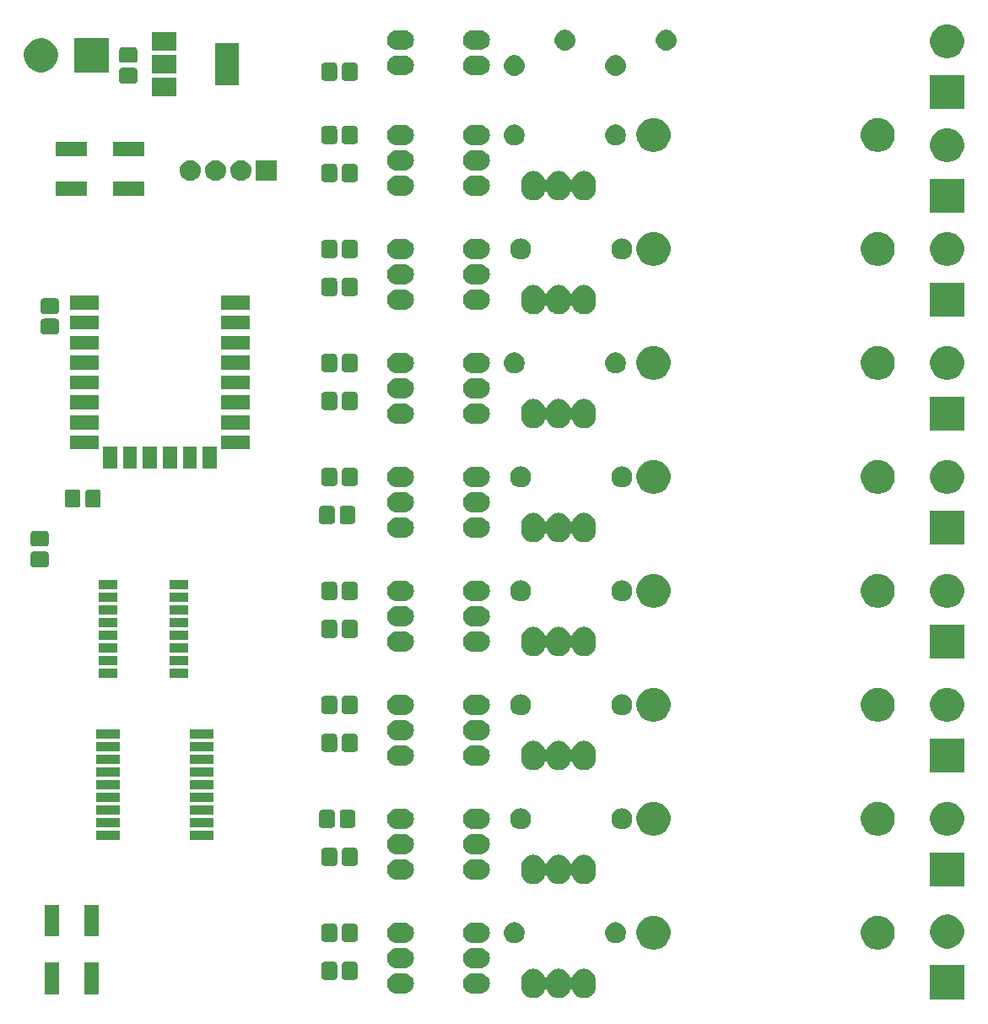
<source format=gts>
G04 #@! TF.GenerationSoftware,KiCad,Pcbnew,5.0.1-33cea8e~68~ubuntu18.04.1*
G04 #@! TF.CreationDate,2018-11-29T09:03:48+01:00*
G04 #@! TF.ProjectId,8Dimmers,3844696D6D6572732E6B696361645F70,rev?*
G04 #@! TF.SameCoordinates,Original*
G04 #@! TF.FileFunction,Soldermask,Top*
G04 #@! TF.FilePolarity,Negative*
%FSLAX46Y46*%
G04 Gerber Fmt 4.6, Leading zero omitted, Abs format (unit mm)*
G04 Created by KiCad (PCBNEW 5.0.1-33cea8e~68~ubuntu18.04.1) date jeu. 29 nov. 2018 09:03:48 CET*
%MOMM*%
%LPD*%
G01*
G04 APERTURE LIST*
%ADD10C,0.100000*%
G04 APERTURE END LIST*
D10*
G36*
X140384000Y-138733000D02*
X136984000Y-138733000D01*
X136984000Y-135333000D01*
X140384000Y-135333000D01*
X140384000Y-138733000D01*
X140384000Y-138733000D01*
G37*
G36*
X102473378Y-135707595D02*
X102626189Y-135753950D01*
X102702595Y-135777127D01*
X102759052Y-135807304D01*
X102913842Y-135890041D01*
X103099002Y-136041998D01*
X103250959Y-136227158D01*
X103302993Y-136324508D01*
X103363873Y-136438406D01*
X103363873Y-136438407D01*
X103433405Y-136667623D01*
X103451000Y-136846269D01*
X103451000Y-137473732D01*
X103433405Y-137652378D01*
X103392250Y-137788047D01*
X103363873Y-137881595D01*
X103303519Y-137994509D01*
X103250959Y-138092842D01*
X103099002Y-138278002D01*
X102913841Y-138429959D01*
X102759051Y-138512696D01*
X102702594Y-138542873D01*
X102626188Y-138566050D01*
X102473377Y-138612405D01*
X102235000Y-138635883D01*
X101996622Y-138612405D01*
X101843811Y-138566050D01*
X101767405Y-138542873D01*
X101654491Y-138482519D01*
X101556158Y-138429959D01*
X101370998Y-138278002D01*
X101219041Y-138092841D01*
X101106128Y-137881595D01*
X101106127Y-137881594D01*
X101084618Y-137810687D01*
X101075240Y-137788048D01*
X101061626Y-137767673D01*
X101044299Y-137750346D01*
X101023925Y-137736732D01*
X101001286Y-137727355D01*
X100977252Y-137722574D01*
X100952748Y-137722574D01*
X100928715Y-137727354D01*
X100906076Y-137736732D01*
X100885701Y-137750346D01*
X100868374Y-137767673D01*
X100854760Y-137788047D01*
X100845382Y-137810687D01*
X100823873Y-137881595D01*
X100763519Y-137994509D01*
X100710959Y-138092842D01*
X100559002Y-138278002D01*
X100373841Y-138429959D01*
X100219051Y-138512696D01*
X100162594Y-138542873D01*
X100086188Y-138566050D01*
X99933377Y-138612405D01*
X99695000Y-138635883D01*
X99456622Y-138612405D01*
X99303811Y-138566050D01*
X99227405Y-138542873D01*
X99114491Y-138482519D01*
X99016158Y-138429959D01*
X98830998Y-138278002D01*
X98679041Y-138092841D01*
X98566128Y-137881595D01*
X98566127Y-137881594D01*
X98544618Y-137810687D01*
X98535240Y-137788048D01*
X98521626Y-137767673D01*
X98504299Y-137750346D01*
X98483925Y-137736732D01*
X98461286Y-137727355D01*
X98437252Y-137722574D01*
X98412748Y-137722574D01*
X98388715Y-137727354D01*
X98366076Y-137736732D01*
X98345701Y-137750346D01*
X98328374Y-137767673D01*
X98314760Y-137788047D01*
X98305382Y-137810687D01*
X98283873Y-137881595D01*
X98223519Y-137994509D01*
X98170959Y-138092842D01*
X98019002Y-138278002D01*
X97833841Y-138429959D01*
X97679051Y-138512696D01*
X97622594Y-138542873D01*
X97546188Y-138566050D01*
X97393377Y-138612405D01*
X97155000Y-138635883D01*
X96916622Y-138612405D01*
X96763811Y-138566050D01*
X96687405Y-138542873D01*
X96574491Y-138482519D01*
X96476158Y-138429959D01*
X96290998Y-138278002D01*
X96139041Y-138092841D01*
X96026128Y-137881595D01*
X96026127Y-137881594D01*
X95982184Y-137736732D01*
X95956595Y-137652377D01*
X95939000Y-137473731D01*
X95939000Y-136846268D01*
X95956595Y-136667622D01*
X96004618Y-136509313D01*
X96026127Y-136438405D01*
X96139042Y-136227157D01*
X96290999Y-136041998D01*
X96476159Y-135890041D01*
X96630949Y-135807304D01*
X96687406Y-135777127D01*
X96763812Y-135753950D01*
X96916623Y-135707595D01*
X97155000Y-135684117D01*
X97393378Y-135707595D01*
X97546189Y-135753950D01*
X97622595Y-135777127D01*
X97679052Y-135807304D01*
X97833842Y-135890041D01*
X98019002Y-136041998D01*
X98170959Y-136227158D01*
X98222993Y-136324508D01*
X98283873Y-136438406D01*
X98305382Y-136509313D01*
X98314760Y-136531952D01*
X98328374Y-136552327D01*
X98345701Y-136569654D01*
X98366075Y-136583268D01*
X98388714Y-136592645D01*
X98412748Y-136597426D01*
X98437252Y-136597426D01*
X98461285Y-136592646D01*
X98483924Y-136583268D01*
X98504299Y-136569654D01*
X98521626Y-136552327D01*
X98535240Y-136531953D01*
X98544618Y-136509313D01*
X98566127Y-136438405D01*
X98679042Y-136227157D01*
X98830999Y-136041998D01*
X99016159Y-135890041D01*
X99170949Y-135807304D01*
X99227406Y-135777127D01*
X99303812Y-135753950D01*
X99456623Y-135707595D01*
X99695000Y-135684117D01*
X99933378Y-135707595D01*
X100086189Y-135753950D01*
X100162595Y-135777127D01*
X100219052Y-135807304D01*
X100373842Y-135890041D01*
X100559002Y-136041998D01*
X100710959Y-136227158D01*
X100762993Y-136324508D01*
X100823873Y-136438406D01*
X100845382Y-136509313D01*
X100854760Y-136531952D01*
X100868374Y-136552327D01*
X100885701Y-136569654D01*
X100906075Y-136583268D01*
X100928714Y-136592645D01*
X100952748Y-136597426D01*
X100977252Y-136597426D01*
X101001285Y-136592646D01*
X101023924Y-136583268D01*
X101044299Y-136569654D01*
X101061626Y-136552327D01*
X101075240Y-136531953D01*
X101084618Y-136509313D01*
X101106127Y-136438405D01*
X101219042Y-136227157D01*
X101370999Y-136041998D01*
X101556159Y-135890041D01*
X101710949Y-135807304D01*
X101767406Y-135777127D01*
X101843812Y-135753950D01*
X101996623Y-135707595D01*
X102235000Y-135684117D01*
X102473378Y-135707595D01*
X102473378Y-135707595D01*
G37*
G36*
X49532000Y-138227000D02*
X48132000Y-138227000D01*
X48132000Y-135077000D01*
X49532000Y-135077000D01*
X49532000Y-138227000D01*
X49532000Y-138227000D01*
G37*
G36*
X53532000Y-138227000D02*
X52132000Y-138227000D01*
X52132000Y-135077000D01*
X53532000Y-135077000D01*
X53532000Y-138227000D01*
X53532000Y-138227000D01*
G37*
G36*
X91986030Y-136174469D02*
X91986033Y-136174470D01*
X91986034Y-136174470D01*
X92174535Y-136231651D01*
X92174537Y-136231652D01*
X92348260Y-136324509D01*
X92500528Y-136449472D01*
X92625491Y-136601740D01*
X92714984Y-136769169D01*
X92718349Y-136775465D01*
X92739827Y-136846269D01*
X92775531Y-136963970D01*
X92794838Y-137160000D01*
X92775531Y-137356030D01*
X92775530Y-137356033D01*
X92775530Y-137356034D01*
X92739827Y-137473732D01*
X92718348Y-137544537D01*
X92625491Y-137718260D01*
X92500528Y-137870528D01*
X92348260Y-137995491D01*
X92348258Y-137995492D01*
X92174535Y-138088349D01*
X91986034Y-138145530D01*
X91986033Y-138145530D01*
X91986030Y-138145531D01*
X91839124Y-138160000D01*
X91040876Y-138160000D01*
X90893970Y-138145531D01*
X90893967Y-138145530D01*
X90893966Y-138145530D01*
X90705465Y-138088349D01*
X90531742Y-137995492D01*
X90531740Y-137995491D01*
X90379472Y-137870528D01*
X90254509Y-137718260D01*
X90161652Y-137544537D01*
X90140174Y-137473732D01*
X90104470Y-137356034D01*
X90104470Y-137356033D01*
X90104469Y-137356030D01*
X90085162Y-137160000D01*
X90104469Y-136963970D01*
X90140173Y-136846269D01*
X90161651Y-136775465D01*
X90165016Y-136769169D01*
X90254509Y-136601740D01*
X90379472Y-136449472D01*
X90531740Y-136324509D01*
X90705463Y-136231652D01*
X90705465Y-136231651D01*
X90893966Y-136174470D01*
X90893967Y-136174470D01*
X90893970Y-136174469D01*
X91040876Y-136160000D01*
X91839124Y-136160000D01*
X91986030Y-136174469D01*
X91986030Y-136174469D01*
G37*
G36*
X84366030Y-136174469D02*
X84366033Y-136174470D01*
X84366034Y-136174470D01*
X84554535Y-136231651D01*
X84554537Y-136231652D01*
X84728260Y-136324509D01*
X84880528Y-136449472D01*
X85005491Y-136601740D01*
X85094984Y-136769169D01*
X85098349Y-136775465D01*
X85119827Y-136846269D01*
X85155531Y-136963970D01*
X85174838Y-137160000D01*
X85155531Y-137356030D01*
X85155530Y-137356033D01*
X85155530Y-137356034D01*
X85119827Y-137473732D01*
X85098348Y-137544537D01*
X85005491Y-137718260D01*
X84880528Y-137870528D01*
X84728260Y-137995491D01*
X84728258Y-137995492D01*
X84554535Y-138088349D01*
X84366034Y-138145530D01*
X84366033Y-138145530D01*
X84366030Y-138145531D01*
X84219124Y-138160000D01*
X83420876Y-138160000D01*
X83273970Y-138145531D01*
X83273967Y-138145530D01*
X83273966Y-138145530D01*
X83085465Y-138088349D01*
X82911742Y-137995492D01*
X82911740Y-137995491D01*
X82759472Y-137870528D01*
X82634509Y-137718260D01*
X82541652Y-137544537D01*
X82520174Y-137473732D01*
X82484470Y-137356034D01*
X82484470Y-137356033D01*
X82484469Y-137356030D01*
X82465162Y-137160000D01*
X82484469Y-136963970D01*
X82520173Y-136846269D01*
X82541651Y-136775465D01*
X82545016Y-136769169D01*
X82634509Y-136601740D01*
X82759472Y-136449472D01*
X82911740Y-136324509D01*
X83085463Y-136231652D01*
X83085465Y-136231651D01*
X83273966Y-136174470D01*
X83273967Y-136174470D01*
X83273970Y-136174469D01*
X83420876Y-136160000D01*
X84219124Y-136160000D01*
X84366030Y-136174469D01*
X84366030Y-136174469D01*
G37*
G36*
X77250530Y-134995710D02*
X77300379Y-135010831D01*
X77346311Y-135035382D01*
X77386574Y-135068426D01*
X77419618Y-135108689D01*
X77444169Y-135154621D01*
X77459290Y-135204470D01*
X77465000Y-135262444D01*
X77465000Y-136517556D01*
X77459290Y-136575530D01*
X77444169Y-136625379D01*
X77419618Y-136671311D01*
X77386574Y-136711574D01*
X77346311Y-136744618D01*
X77300379Y-136769169D01*
X77250530Y-136784290D01*
X77192556Y-136790000D01*
X76187444Y-136790000D01*
X76129470Y-136784290D01*
X76079621Y-136769169D01*
X76033689Y-136744618D01*
X75993426Y-136711574D01*
X75960382Y-136671311D01*
X75935831Y-136625379D01*
X75920710Y-136575530D01*
X75915000Y-136517556D01*
X75915000Y-135262444D01*
X75920710Y-135204470D01*
X75935831Y-135154621D01*
X75960382Y-135108689D01*
X75993426Y-135068426D01*
X76033689Y-135035382D01*
X76079621Y-135010831D01*
X76129470Y-134995710D01*
X76187444Y-134990000D01*
X77192556Y-134990000D01*
X77250530Y-134995710D01*
X77250530Y-134995710D01*
G37*
G36*
X79300530Y-134995710D02*
X79350379Y-135010831D01*
X79396311Y-135035382D01*
X79436574Y-135068426D01*
X79469618Y-135108689D01*
X79494169Y-135154621D01*
X79509290Y-135204470D01*
X79515000Y-135262444D01*
X79515000Y-136517556D01*
X79509290Y-136575530D01*
X79494169Y-136625379D01*
X79469618Y-136671311D01*
X79436574Y-136711574D01*
X79396311Y-136744618D01*
X79350379Y-136769169D01*
X79300530Y-136784290D01*
X79242556Y-136790000D01*
X78237444Y-136790000D01*
X78179470Y-136784290D01*
X78129621Y-136769169D01*
X78083689Y-136744618D01*
X78043426Y-136711574D01*
X78010382Y-136671311D01*
X77985831Y-136625379D01*
X77970710Y-136575530D01*
X77965000Y-136517556D01*
X77965000Y-135262444D01*
X77970710Y-135204470D01*
X77985831Y-135154621D01*
X78010382Y-135108689D01*
X78043426Y-135068426D01*
X78083689Y-135035382D01*
X78129621Y-135010831D01*
X78179470Y-134995710D01*
X78237444Y-134990000D01*
X79242556Y-134990000D01*
X79300530Y-134995710D01*
X79300530Y-134995710D01*
G37*
G36*
X91986030Y-133634469D02*
X91986033Y-133634470D01*
X91986034Y-133634470D01*
X92174535Y-133691651D01*
X92174537Y-133691652D01*
X92348260Y-133784509D01*
X92500528Y-133909472D01*
X92625491Y-134061740D01*
X92718348Y-134235463D01*
X92775531Y-134423970D01*
X92794838Y-134620000D01*
X92775531Y-134816030D01*
X92718348Y-135004537D01*
X92625491Y-135178260D01*
X92500528Y-135330528D01*
X92348260Y-135455491D01*
X92348258Y-135455492D01*
X92174535Y-135548349D01*
X91986034Y-135605530D01*
X91986033Y-135605530D01*
X91986030Y-135605531D01*
X91839124Y-135620000D01*
X91040876Y-135620000D01*
X90893970Y-135605531D01*
X90893967Y-135605530D01*
X90893966Y-135605530D01*
X90705465Y-135548349D01*
X90531742Y-135455492D01*
X90531740Y-135455491D01*
X90379472Y-135330528D01*
X90254509Y-135178260D01*
X90161652Y-135004537D01*
X90104469Y-134816030D01*
X90085162Y-134620000D01*
X90104469Y-134423970D01*
X90161652Y-134235463D01*
X90254509Y-134061740D01*
X90379472Y-133909472D01*
X90531740Y-133784509D01*
X90705463Y-133691652D01*
X90705465Y-133691651D01*
X90893966Y-133634470D01*
X90893967Y-133634470D01*
X90893970Y-133634469D01*
X91040876Y-133620000D01*
X91839124Y-133620000D01*
X91986030Y-133634469D01*
X91986030Y-133634469D01*
G37*
G36*
X84366030Y-133634469D02*
X84366033Y-133634470D01*
X84366034Y-133634470D01*
X84554535Y-133691651D01*
X84554537Y-133691652D01*
X84728260Y-133784509D01*
X84880528Y-133909472D01*
X85005491Y-134061740D01*
X85098348Y-134235463D01*
X85155531Y-134423970D01*
X85174838Y-134620000D01*
X85155531Y-134816030D01*
X85098348Y-135004537D01*
X85005491Y-135178260D01*
X84880528Y-135330528D01*
X84728260Y-135455491D01*
X84728258Y-135455492D01*
X84554535Y-135548349D01*
X84366034Y-135605530D01*
X84366033Y-135605530D01*
X84366030Y-135605531D01*
X84219124Y-135620000D01*
X83420876Y-135620000D01*
X83273970Y-135605531D01*
X83273967Y-135605530D01*
X83273966Y-135605530D01*
X83085465Y-135548349D01*
X82911742Y-135455492D01*
X82911740Y-135455491D01*
X82759472Y-135330528D01*
X82634509Y-135178260D01*
X82541652Y-135004537D01*
X82484469Y-134816030D01*
X82465162Y-134620000D01*
X82484469Y-134423970D01*
X82541652Y-134235463D01*
X82634509Y-134061740D01*
X82759472Y-133909472D01*
X82911740Y-133784509D01*
X83085463Y-133691652D01*
X83085465Y-133691651D01*
X83273966Y-133634470D01*
X83273967Y-133634470D01*
X83273970Y-133634469D01*
X83420876Y-133620000D01*
X84219124Y-133620000D01*
X84366030Y-133634469D01*
X84366030Y-133634469D01*
G37*
G36*
X109606393Y-130423553D02*
X109715872Y-130445330D01*
X110025252Y-130573479D01*
X110303687Y-130759523D01*
X110540477Y-130996313D01*
X110726521Y-131274748D01*
X110853074Y-131580275D01*
X110854670Y-131584129D01*
X110920000Y-131912563D01*
X110920000Y-132247437D01*
X110892910Y-132383625D01*
X110854670Y-132575872D01*
X110726521Y-132885252D01*
X110540477Y-133163687D01*
X110303687Y-133400477D01*
X110025252Y-133586521D01*
X109715872Y-133714670D01*
X109606393Y-133736447D01*
X109387437Y-133780000D01*
X109052563Y-133780000D01*
X108833607Y-133736447D01*
X108724128Y-133714670D01*
X108414748Y-133586521D01*
X108136313Y-133400477D01*
X107899523Y-133163687D01*
X107713479Y-132885252D01*
X107585330Y-132575872D01*
X107547090Y-132383625D01*
X107520000Y-132247437D01*
X107520000Y-131912563D01*
X107585330Y-131584129D01*
X107586926Y-131580275D01*
X107713479Y-131274748D01*
X107899523Y-130996313D01*
X108136313Y-130759523D01*
X108414748Y-130573479D01*
X108724128Y-130445330D01*
X108833607Y-130423553D01*
X109052563Y-130380000D01*
X109387437Y-130380000D01*
X109606393Y-130423553D01*
X109606393Y-130423553D01*
G37*
G36*
X132106393Y-130423553D02*
X132215872Y-130445330D01*
X132525252Y-130573479D01*
X132803687Y-130759523D01*
X133040477Y-130996313D01*
X133226521Y-131274748D01*
X133353074Y-131580275D01*
X133354670Y-131584129D01*
X133420000Y-131912563D01*
X133420000Y-132247437D01*
X133392910Y-132383625D01*
X133354670Y-132575872D01*
X133226521Y-132885252D01*
X133040477Y-133163687D01*
X132803687Y-133400477D01*
X132525252Y-133586521D01*
X132215872Y-133714670D01*
X132106393Y-133736447D01*
X131887437Y-133780000D01*
X131552563Y-133780000D01*
X131333607Y-133736447D01*
X131224128Y-133714670D01*
X130914748Y-133586521D01*
X130636313Y-133400477D01*
X130399523Y-133163687D01*
X130213479Y-132885252D01*
X130085330Y-132575872D01*
X130047090Y-132383625D01*
X130020000Y-132247437D01*
X130020000Y-131912563D01*
X130085330Y-131584129D01*
X130086926Y-131580275D01*
X130213479Y-131274748D01*
X130399523Y-130996313D01*
X130636313Y-130759523D01*
X130914748Y-130573479D01*
X131224128Y-130445330D01*
X131333607Y-130423553D01*
X131552563Y-130380000D01*
X131887437Y-130380000D01*
X132106393Y-130423553D01*
X132106393Y-130423553D01*
G37*
G36*
X139070393Y-130296553D02*
X139179872Y-130318330D01*
X139489252Y-130446479D01*
X139767687Y-130632523D01*
X140004477Y-130869313D01*
X140190521Y-131147748D01*
X140318670Y-131457128D01*
X140318670Y-131457129D01*
X140381162Y-131771294D01*
X140384000Y-131785565D01*
X140384000Y-132120435D01*
X140318670Y-132448872D01*
X140190521Y-132758252D01*
X140004477Y-133036687D01*
X139767687Y-133273477D01*
X139489252Y-133459521D01*
X139179872Y-133587670D01*
X139070393Y-133609447D01*
X138851437Y-133653000D01*
X138516563Y-133653000D01*
X138297607Y-133609447D01*
X138188128Y-133587670D01*
X137878748Y-133459521D01*
X137600313Y-133273477D01*
X137363523Y-133036687D01*
X137177479Y-132758252D01*
X137049330Y-132448872D01*
X136984000Y-132120435D01*
X136984000Y-131785565D01*
X136986839Y-131771294D01*
X137049330Y-131457129D01*
X137049330Y-131457128D01*
X137177479Y-131147748D01*
X137363523Y-130869313D01*
X137600313Y-130632523D01*
X137878748Y-130446479D01*
X138188128Y-130318330D01*
X138297607Y-130296553D01*
X138516563Y-130253000D01*
X138851437Y-130253000D01*
X139070393Y-130296553D01*
X139070393Y-130296553D01*
G37*
G36*
X95455293Y-131047998D02*
X95556686Y-131068166D01*
X95585255Y-131080000D01*
X95747705Y-131147289D01*
X95919623Y-131262161D01*
X96065819Y-131408357D01*
X96180691Y-131580275D01*
X96182287Y-131584129D01*
X96259814Y-131771294D01*
X96279982Y-131872687D01*
X96300150Y-131974079D01*
X96300150Y-132180841D01*
X96259814Y-132383625D01*
X96180691Y-132574645D01*
X96065819Y-132746563D01*
X95919623Y-132892759D01*
X95747705Y-133007631D01*
X95635809Y-133053980D01*
X95556686Y-133086754D01*
X95455293Y-133106922D01*
X95353901Y-133127090D01*
X95147139Y-133127090D01*
X95045747Y-133106922D01*
X94944354Y-133086754D01*
X94865231Y-133053980D01*
X94753335Y-133007631D01*
X94581417Y-132892759D01*
X94435221Y-132746563D01*
X94320349Y-132574645D01*
X94241226Y-132383625D01*
X94200890Y-132180841D01*
X94200890Y-131974079D01*
X94221058Y-131872687D01*
X94241226Y-131771294D01*
X94318753Y-131584129D01*
X94320349Y-131580275D01*
X94435221Y-131408357D01*
X94581417Y-131262161D01*
X94753335Y-131147289D01*
X94915785Y-131080000D01*
X94944354Y-131068166D01*
X95045747Y-131047998D01*
X95147139Y-131027830D01*
X95353901Y-131027830D01*
X95455293Y-131047998D01*
X95455293Y-131047998D01*
G37*
G36*
X105615293Y-131047998D02*
X105716686Y-131068166D01*
X105745255Y-131080000D01*
X105907705Y-131147289D01*
X106079623Y-131262161D01*
X106225819Y-131408357D01*
X106340691Y-131580275D01*
X106342287Y-131584129D01*
X106419814Y-131771294D01*
X106439982Y-131872687D01*
X106460150Y-131974079D01*
X106460150Y-132180841D01*
X106419814Y-132383625D01*
X106340691Y-132574645D01*
X106225819Y-132746563D01*
X106079623Y-132892759D01*
X105907705Y-133007631D01*
X105795809Y-133053980D01*
X105716686Y-133086754D01*
X105615293Y-133106922D01*
X105513901Y-133127090D01*
X105307139Y-133127090D01*
X105205747Y-133106922D01*
X105104354Y-133086754D01*
X105025231Y-133053980D01*
X104913335Y-133007631D01*
X104741417Y-132892759D01*
X104595221Y-132746563D01*
X104480349Y-132574645D01*
X104401226Y-132383625D01*
X104360890Y-132180841D01*
X104360890Y-131974079D01*
X104381058Y-131872687D01*
X104401226Y-131771294D01*
X104478753Y-131584129D01*
X104480349Y-131580275D01*
X104595221Y-131408357D01*
X104741417Y-131262161D01*
X104913335Y-131147289D01*
X105075785Y-131080000D01*
X105104354Y-131068166D01*
X105205747Y-131047998D01*
X105307139Y-131027830D01*
X105513901Y-131027830D01*
X105615293Y-131047998D01*
X105615293Y-131047998D01*
G37*
G36*
X84366030Y-131094469D02*
X84366033Y-131094470D01*
X84366034Y-131094470D01*
X84554535Y-131151651D01*
X84554537Y-131151652D01*
X84728260Y-131244509D01*
X84880528Y-131369472D01*
X85005491Y-131521740D01*
X85005492Y-131521742D01*
X85098349Y-131695465D01*
X85125680Y-131785563D01*
X85155531Y-131883970D01*
X85174838Y-132080000D01*
X85155531Y-132276030D01*
X85155530Y-132276033D01*
X85155530Y-132276034D01*
X85103101Y-132448871D01*
X85098348Y-132464537D01*
X85005491Y-132638260D01*
X84880528Y-132790528D01*
X84728260Y-132915491D01*
X84728258Y-132915492D01*
X84554535Y-133008349D01*
X84366034Y-133065530D01*
X84366033Y-133065530D01*
X84366030Y-133065531D01*
X84219124Y-133080000D01*
X83420876Y-133080000D01*
X83273970Y-133065531D01*
X83273967Y-133065530D01*
X83273966Y-133065530D01*
X83085465Y-133008349D01*
X82911742Y-132915492D01*
X82911740Y-132915491D01*
X82759472Y-132790528D01*
X82634509Y-132638260D01*
X82541652Y-132464537D01*
X82536900Y-132448871D01*
X82484470Y-132276034D01*
X82484470Y-132276033D01*
X82484469Y-132276030D01*
X82465162Y-132080000D01*
X82484469Y-131883970D01*
X82514320Y-131785563D01*
X82541651Y-131695465D01*
X82634508Y-131521742D01*
X82634509Y-131521740D01*
X82759472Y-131369472D01*
X82911740Y-131244509D01*
X83085463Y-131151652D01*
X83085465Y-131151651D01*
X83273966Y-131094470D01*
X83273967Y-131094470D01*
X83273970Y-131094469D01*
X83420876Y-131080000D01*
X84219124Y-131080000D01*
X84366030Y-131094469D01*
X84366030Y-131094469D01*
G37*
G36*
X91986030Y-131094469D02*
X91986033Y-131094470D01*
X91986034Y-131094470D01*
X92174535Y-131151651D01*
X92174537Y-131151652D01*
X92348260Y-131244509D01*
X92500528Y-131369472D01*
X92625491Y-131521740D01*
X92625492Y-131521742D01*
X92718349Y-131695465D01*
X92745680Y-131785563D01*
X92775531Y-131883970D01*
X92794838Y-132080000D01*
X92775531Y-132276030D01*
X92775530Y-132276033D01*
X92775530Y-132276034D01*
X92723101Y-132448871D01*
X92718348Y-132464537D01*
X92625491Y-132638260D01*
X92500528Y-132790528D01*
X92348260Y-132915491D01*
X92348258Y-132915492D01*
X92174535Y-133008349D01*
X91986034Y-133065530D01*
X91986033Y-133065530D01*
X91986030Y-133065531D01*
X91839124Y-133080000D01*
X91040876Y-133080000D01*
X90893970Y-133065531D01*
X90893967Y-133065530D01*
X90893966Y-133065530D01*
X90705465Y-133008349D01*
X90531742Y-132915492D01*
X90531740Y-132915491D01*
X90379472Y-132790528D01*
X90254509Y-132638260D01*
X90161652Y-132464537D01*
X90156900Y-132448871D01*
X90104470Y-132276034D01*
X90104470Y-132276033D01*
X90104469Y-132276030D01*
X90085162Y-132080000D01*
X90104469Y-131883970D01*
X90134320Y-131785563D01*
X90161651Y-131695465D01*
X90254508Y-131521742D01*
X90254509Y-131521740D01*
X90379472Y-131369472D01*
X90531740Y-131244509D01*
X90705463Y-131151652D01*
X90705465Y-131151651D01*
X90893966Y-131094470D01*
X90893967Y-131094470D01*
X90893970Y-131094469D01*
X91040876Y-131080000D01*
X91839124Y-131080000D01*
X91986030Y-131094469D01*
X91986030Y-131094469D01*
G37*
G36*
X77250530Y-131185710D02*
X77300379Y-131200831D01*
X77346311Y-131225382D01*
X77386574Y-131258426D01*
X77419618Y-131298689D01*
X77444169Y-131344621D01*
X77459290Y-131394470D01*
X77465000Y-131452444D01*
X77465000Y-132707556D01*
X77459290Y-132765530D01*
X77444169Y-132815379D01*
X77419618Y-132861311D01*
X77386574Y-132901574D01*
X77346311Y-132934618D01*
X77300379Y-132959169D01*
X77250530Y-132974290D01*
X77192556Y-132980000D01*
X76187444Y-132980000D01*
X76129470Y-132974290D01*
X76079621Y-132959169D01*
X76033689Y-132934618D01*
X75993426Y-132901574D01*
X75960382Y-132861311D01*
X75935831Y-132815379D01*
X75920710Y-132765530D01*
X75915000Y-132707556D01*
X75915000Y-131452444D01*
X75920710Y-131394470D01*
X75935831Y-131344621D01*
X75960382Y-131298689D01*
X75993426Y-131258426D01*
X76033689Y-131225382D01*
X76079621Y-131200831D01*
X76129470Y-131185710D01*
X76187444Y-131180000D01*
X77192556Y-131180000D01*
X77250530Y-131185710D01*
X77250530Y-131185710D01*
G37*
G36*
X79300530Y-131185710D02*
X79350379Y-131200831D01*
X79396311Y-131225382D01*
X79436574Y-131258426D01*
X79469618Y-131298689D01*
X79494169Y-131344621D01*
X79509290Y-131394470D01*
X79515000Y-131452444D01*
X79515000Y-132707556D01*
X79509290Y-132765530D01*
X79494169Y-132815379D01*
X79469618Y-132861311D01*
X79436574Y-132901574D01*
X79396311Y-132934618D01*
X79350379Y-132959169D01*
X79300530Y-132974290D01*
X79242556Y-132980000D01*
X78237444Y-132980000D01*
X78179470Y-132974290D01*
X78129621Y-132959169D01*
X78083689Y-132934618D01*
X78043426Y-132901574D01*
X78010382Y-132861311D01*
X77985831Y-132815379D01*
X77970710Y-132765530D01*
X77965000Y-132707556D01*
X77965000Y-131452444D01*
X77970710Y-131394470D01*
X77985831Y-131344621D01*
X78010382Y-131298689D01*
X78043426Y-131258426D01*
X78083689Y-131225382D01*
X78129621Y-131200831D01*
X78179470Y-131185710D01*
X78237444Y-131180000D01*
X79242556Y-131180000D01*
X79300530Y-131185710D01*
X79300530Y-131185710D01*
G37*
G36*
X53532000Y-132467000D02*
X52132000Y-132467000D01*
X52132000Y-129317000D01*
X53532000Y-129317000D01*
X53532000Y-132467000D01*
X53532000Y-132467000D01*
G37*
G36*
X49532000Y-132467000D02*
X48132000Y-132467000D01*
X48132000Y-129317000D01*
X49532000Y-129317000D01*
X49532000Y-132467000D01*
X49532000Y-132467000D01*
G37*
G36*
X140384000Y-127430000D02*
X136984000Y-127430000D01*
X136984000Y-124030000D01*
X140384000Y-124030000D01*
X140384000Y-127430000D01*
X140384000Y-127430000D01*
G37*
G36*
X102473378Y-124277595D02*
X102626189Y-124323950D01*
X102702595Y-124347127D01*
X102759052Y-124377304D01*
X102913842Y-124460041D01*
X103099002Y-124611998D01*
X103250959Y-124797158D01*
X103302993Y-124894508D01*
X103363873Y-125008406D01*
X103363873Y-125008407D01*
X103433405Y-125237623D01*
X103451000Y-125416269D01*
X103451000Y-126043732D01*
X103433405Y-126222378D01*
X103392250Y-126358047D01*
X103363873Y-126451595D01*
X103303519Y-126564509D01*
X103250959Y-126662842D01*
X103099002Y-126848002D01*
X102913841Y-126999959D01*
X102759051Y-127082696D01*
X102702594Y-127112873D01*
X102626188Y-127136050D01*
X102473377Y-127182405D01*
X102235000Y-127205883D01*
X101996622Y-127182405D01*
X101843811Y-127136050D01*
X101767405Y-127112873D01*
X101654491Y-127052519D01*
X101556158Y-126999959D01*
X101370998Y-126848002D01*
X101219041Y-126662841D01*
X101106128Y-126451595D01*
X101106127Y-126451594D01*
X101084618Y-126380687D01*
X101075240Y-126358048D01*
X101061626Y-126337673D01*
X101044299Y-126320346D01*
X101023925Y-126306732D01*
X101001286Y-126297355D01*
X100977252Y-126292574D01*
X100952748Y-126292574D01*
X100928715Y-126297354D01*
X100906076Y-126306732D01*
X100885701Y-126320346D01*
X100868374Y-126337673D01*
X100854760Y-126358047D01*
X100845382Y-126380687D01*
X100823873Y-126451595D01*
X100763519Y-126564509D01*
X100710959Y-126662842D01*
X100559002Y-126848002D01*
X100373841Y-126999959D01*
X100219051Y-127082696D01*
X100162594Y-127112873D01*
X100086188Y-127136050D01*
X99933377Y-127182405D01*
X99695000Y-127205883D01*
X99456622Y-127182405D01*
X99303811Y-127136050D01*
X99227405Y-127112873D01*
X99114491Y-127052519D01*
X99016158Y-126999959D01*
X98830998Y-126848002D01*
X98679041Y-126662841D01*
X98566128Y-126451595D01*
X98566127Y-126451594D01*
X98544618Y-126380687D01*
X98535240Y-126358048D01*
X98521626Y-126337673D01*
X98504299Y-126320346D01*
X98483925Y-126306732D01*
X98461286Y-126297355D01*
X98437252Y-126292574D01*
X98412748Y-126292574D01*
X98388715Y-126297354D01*
X98366076Y-126306732D01*
X98345701Y-126320346D01*
X98328374Y-126337673D01*
X98314760Y-126358047D01*
X98305382Y-126380687D01*
X98283873Y-126451595D01*
X98223519Y-126564509D01*
X98170959Y-126662842D01*
X98019002Y-126848002D01*
X97833841Y-126999959D01*
X97679051Y-127082696D01*
X97622594Y-127112873D01*
X97546188Y-127136050D01*
X97393377Y-127182405D01*
X97155000Y-127205883D01*
X96916622Y-127182405D01*
X96763811Y-127136050D01*
X96687405Y-127112873D01*
X96574491Y-127052519D01*
X96476158Y-126999959D01*
X96290998Y-126848002D01*
X96139041Y-126662841D01*
X96026128Y-126451595D01*
X96026127Y-126451594D01*
X95982184Y-126306732D01*
X95956595Y-126222377D01*
X95939000Y-126043731D01*
X95939000Y-125416268D01*
X95956595Y-125237622D01*
X96004618Y-125079313D01*
X96026127Y-125008405D01*
X96139042Y-124797157D01*
X96290999Y-124611998D01*
X96476159Y-124460041D01*
X96630949Y-124377304D01*
X96687406Y-124347127D01*
X96763812Y-124323950D01*
X96916623Y-124277595D01*
X97155000Y-124254117D01*
X97393378Y-124277595D01*
X97546189Y-124323950D01*
X97622595Y-124347127D01*
X97679052Y-124377304D01*
X97833842Y-124460041D01*
X98019002Y-124611998D01*
X98170959Y-124797158D01*
X98222993Y-124894508D01*
X98283873Y-125008406D01*
X98305382Y-125079313D01*
X98314760Y-125101952D01*
X98328374Y-125122327D01*
X98345701Y-125139654D01*
X98366075Y-125153268D01*
X98388714Y-125162645D01*
X98412748Y-125167426D01*
X98437252Y-125167426D01*
X98461285Y-125162646D01*
X98483924Y-125153268D01*
X98504299Y-125139654D01*
X98521626Y-125122327D01*
X98535240Y-125101953D01*
X98544618Y-125079313D01*
X98566127Y-125008405D01*
X98679042Y-124797157D01*
X98830999Y-124611998D01*
X99016159Y-124460041D01*
X99170949Y-124377304D01*
X99227406Y-124347127D01*
X99303812Y-124323950D01*
X99456623Y-124277595D01*
X99695000Y-124254117D01*
X99933378Y-124277595D01*
X100086189Y-124323950D01*
X100162595Y-124347127D01*
X100219052Y-124377304D01*
X100373842Y-124460041D01*
X100559002Y-124611998D01*
X100710959Y-124797158D01*
X100762993Y-124894508D01*
X100823873Y-125008406D01*
X100845382Y-125079313D01*
X100854760Y-125101952D01*
X100868374Y-125122327D01*
X100885701Y-125139654D01*
X100906075Y-125153268D01*
X100928714Y-125162645D01*
X100952748Y-125167426D01*
X100977252Y-125167426D01*
X101001285Y-125162646D01*
X101023924Y-125153268D01*
X101044299Y-125139654D01*
X101061626Y-125122327D01*
X101075240Y-125101953D01*
X101084618Y-125079313D01*
X101106127Y-125008405D01*
X101219042Y-124797157D01*
X101370999Y-124611998D01*
X101556159Y-124460041D01*
X101710949Y-124377304D01*
X101767406Y-124347127D01*
X101843812Y-124323950D01*
X101996623Y-124277595D01*
X102235000Y-124254117D01*
X102473378Y-124277595D01*
X102473378Y-124277595D01*
G37*
G36*
X84366030Y-124744469D02*
X84366033Y-124744470D01*
X84366034Y-124744470D01*
X84554535Y-124801651D01*
X84554537Y-124801652D01*
X84728260Y-124894509D01*
X84880528Y-125019472D01*
X85005491Y-125171740D01*
X85094984Y-125339169D01*
X85098349Y-125345465D01*
X85119827Y-125416269D01*
X85155531Y-125533970D01*
X85174838Y-125730000D01*
X85155531Y-125926030D01*
X85155530Y-125926033D01*
X85155530Y-125926034D01*
X85119827Y-126043732D01*
X85098348Y-126114537D01*
X85005491Y-126288260D01*
X84880528Y-126440528D01*
X84728260Y-126565491D01*
X84728258Y-126565492D01*
X84554535Y-126658349D01*
X84366034Y-126715530D01*
X84366033Y-126715530D01*
X84366030Y-126715531D01*
X84219124Y-126730000D01*
X83420876Y-126730000D01*
X83273970Y-126715531D01*
X83273967Y-126715530D01*
X83273966Y-126715530D01*
X83085465Y-126658349D01*
X82911742Y-126565492D01*
X82911740Y-126565491D01*
X82759472Y-126440528D01*
X82634509Y-126288260D01*
X82541652Y-126114537D01*
X82520174Y-126043732D01*
X82484470Y-125926034D01*
X82484470Y-125926033D01*
X82484469Y-125926030D01*
X82465162Y-125730000D01*
X82484469Y-125533970D01*
X82520173Y-125416269D01*
X82541651Y-125345465D01*
X82545016Y-125339169D01*
X82634509Y-125171740D01*
X82759472Y-125019472D01*
X82911740Y-124894509D01*
X83085463Y-124801652D01*
X83085465Y-124801651D01*
X83273966Y-124744470D01*
X83273967Y-124744470D01*
X83273970Y-124744469D01*
X83420876Y-124730000D01*
X84219124Y-124730000D01*
X84366030Y-124744469D01*
X84366030Y-124744469D01*
G37*
G36*
X91986030Y-124744469D02*
X91986033Y-124744470D01*
X91986034Y-124744470D01*
X92174535Y-124801651D01*
X92174537Y-124801652D01*
X92348260Y-124894509D01*
X92500528Y-125019472D01*
X92625491Y-125171740D01*
X92714984Y-125339169D01*
X92718349Y-125345465D01*
X92739827Y-125416269D01*
X92775531Y-125533970D01*
X92794838Y-125730000D01*
X92775531Y-125926030D01*
X92775530Y-125926033D01*
X92775530Y-125926034D01*
X92739827Y-126043732D01*
X92718348Y-126114537D01*
X92625491Y-126288260D01*
X92500528Y-126440528D01*
X92348260Y-126565491D01*
X92348258Y-126565492D01*
X92174535Y-126658349D01*
X91986034Y-126715530D01*
X91986033Y-126715530D01*
X91986030Y-126715531D01*
X91839124Y-126730000D01*
X91040876Y-126730000D01*
X90893970Y-126715531D01*
X90893967Y-126715530D01*
X90893966Y-126715530D01*
X90705465Y-126658349D01*
X90531742Y-126565492D01*
X90531740Y-126565491D01*
X90379472Y-126440528D01*
X90254509Y-126288260D01*
X90161652Y-126114537D01*
X90140174Y-126043732D01*
X90104470Y-125926034D01*
X90104470Y-125926033D01*
X90104469Y-125926030D01*
X90085162Y-125730000D01*
X90104469Y-125533970D01*
X90140173Y-125416269D01*
X90161651Y-125345465D01*
X90165016Y-125339169D01*
X90254509Y-125171740D01*
X90379472Y-125019472D01*
X90531740Y-124894509D01*
X90705463Y-124801652D01*
X90705465Y-124801651D01*
X90893966Y-124744470D01*
X90893967Y-124744470D01*
X90893970Y-124744469D01*
X91040876Y-124730000D01*
X91839124Y-124730000D01*
X91986030Y-124744469D01*
X91986030Y-124744469D01*
G37*
G36*
X77250530Y-123565710D02*
X77300379Y-123580831D01*
X77346311Y-123605382D01*
X77386574Y-123638426D01*
X77419618Y-123678689D01*
X77444169Y-123724621D01*
X77459290Y-123774470D01*
X77465000Y-123832444D01*
X77465000Y-125087556D01*
X77459290Y-125145530D01*
X77444169Y-125195379D01*
X77419618Y-125241311D01*
X77386574Y-125281574D01*
X77346311Y-125314618D01*
X77300379Y-125339169D01*
X77250530Y-125354290D01*
X77192556Y-125360000D01*
X76187444Y-125360000D01*
X76129470Y-125354290D01*
X76079621Y-125339169D01*
X76033689Y-125314618D01*
X75993426Y-125281574D01*
X75960382Y-125241311D01*
X75935831Y-125195379D01*
X75920710Y-125145530D01*
X75915000Y-125087556D01*
X75915000Y-123832444D01*
X75920710Y-123774470D01*
X75935831Y-123724621D01*
X75960382Y-123678689D01*
X75993426Y-123638426D01*
X76033689Y-123605382D01*
X76079621Y-123580831D01*
X76129470Y-123565710D01*
X76187444Y-123560000D01*
X77192556Y-123560000D01*
X77250530Y-123565710D01*
X77250530Y-123565710D01*
G37*
G36*
X79300530Y-123565710D02*
X79350379Y-123580831D01*
X79396311Y-123605382D01*
X79436574Y-123638426D01*
X79469618Y-123678689D01*
X79494169Y-123724621D01*
X79509290Y-123774470D01*
X79515000Y-123832444D01*
X79515000Y-125087556D01*
X79509290Y-125145530D01*
X79494169Y-125195379D01*
X79469618Y-125241311D01*
X79436574Y-125281574D01*
X79396311Y-125314618D01*
X79350379Y-125339169D01*
X79300530Y-125354290D01*
X79242556Y-125360000D01*
X78237444Y-125360000D01*
X78179470Y-125354290D01*
X78129621Y-125339169D01*
X78083689Y-125314618D01*
X78043426Y-125281574D01*
X78010382Y-125241311D01*
X77985831Y-125195379D01*
X77970710Y-125145530D01*
X77965000Y-125087556D01*
X77965000Y-123832444D01*
X77970710Y-123774470D01*
X77985831Y-123724621D01*
X78010382Y-123678689D01*
X78043426Y-123638426D01*
X78083689Y-123605382D01*
X78129621Y-123580831D01*
X78179470Y-123565710D01*
X78237444Y-123560000D01*
X79242556Y-123560000D01*
X79300530Y-123565710D01*
X79300530Y-123565710D01*
G37*
G36*
X84366030Y-122204469D02*
X84366033Y-122204470D01*
X84366034Y-122204470D01*
X84554535Y-122261651D01*
X84554537Y-122261652D01*
X84728260Y-122354509D01*
X84880528Y-122479472D01*
X85005491Y-122631740D01*
X85098348Y-122805463D01*
X85155531Y-122993970D01*
X85174838Y-123190000D01*
X85155531Y-123386030D01*
X85098348Y-123574537D01*
X85005491Y-123748260D01*
X84880528Y-123900528D01*
X84728260Y-124025491D01*
X84728258Y-124025492D01*
X84554535Y-124118349D01*
X84366034Y-124175530D01*
X84366033Y-124175530D01*
X84366030Y-124175531D01*
X84219124Y-124190000D01*
X83420876Y-124190000D01*
X83273970Y-124175531D01*
X83273967Y-124175530D01*
X83273966Y-124175530D01*
X83085465Y-124118349D01*
X82911742Y-124025492D01*
X82911740Y-124025491D01*
X82759472Y-123900528D01*
X82634509Y-123748260D01*
X82541652Y-123574537D01*
X82484469Y-123386030D01*
X82465162Y-123190000D01*
X82484469Y-122993970D01*
X82541652Y-122805463D01*
X82634509Y-122631740D01*
X82759472Y-122479472D01*
X82911740Y-122354509D01*
X83085463Y-122261652D01*
X83085465Y-122261651D01*
X83273966Y-122204470D01*
X83273967Y-122204470D01*
X83273970Y-122204469D01*
X83420876Y-122190000D01*
X84219124Y-122190000D01*
X84366030Y-122204469D01*
X84366030Y-122204469D01*
G37*
G36*
X91986030Y-122204469D02*
X91986033Y-122204470D01*
X91986034Y-122204470D01*
X92174535Y-122261651D01*
X92174537Y-122261652D01*
X92348260Y-122354509D01*
X92500528Y-122479472D01*
X92625491Y-122631740D01*
X92718348Y-122805463D01*
X92775531Y-122993970D01*
X92794838Y-123190000D01*
X92775531Y-123386030D01*
X92718348Y-123574537D01*
X92625491Y-123748260D01*
X92500528Y-123900528D01*
X92348260Y-124025491D01*
X92348258Y-124025492D01*
X92174535Y-124118349D01*
X91986034Y-124175530D01*
X91986033Y-124175530D01*
X91986030Y-124175531D01*
X91839124Y-124190000D01*
X91040876Y-124190000D01*
X90893970Y-124175531D01*
X90893967Y-124175530D01*
X90893966Y-124175530D01*
X90705465Y-124118349D01*
X90531742Y-124025492D01*
X90531740Y-124025491D01*
X90379472Y-123900528D01*
X90254509Y-123748260D01*
X90161652Y-123574537D01*
X90104469Y-123386030D01*
X90085162Y-123190000D01*
X90104469Y-122993970D01*
X90161652Y-122805463D01*
X90254509Y-122631740D01*
X90379472Y-122479472D01*
X90531740Y-122354509D01*
X90705463Y-122261652D01*
X90705465Y-122261651D01*
X90893966Y-122204470D01*
X90893967Y-122204470D01*
X90893970Y-122204469D01*
X91040876Y-122190000D01*
X91839124Y-122190000D01*
X91986030Y-122204469D01*
X91986030Y-122204469D01*
G37*
G36*
X65082000Y-122801000D02*
X62682000Y-122801000D01*
X62682000Y-121801000D01*
X65082000Y-121801000D01*
X65082000Y-122801000D01*
X65082000Y-122801000D01*
G37*
G36*
X55682000Y-122801000D02*
X53282000Y-122801000D01*
X53282000Y-121801000D01*
X55682000Y-121801000D01*
X55682000Y-122801000D01*
X55682000Y-122801000D01*
G37*
G36*
X132106393Y-118993553D02*
X132215872Y-119015330D01*
X132525252Y-119143479D01*
X132803687Y-119329523D01*
X133040477Y-119566313D01*
X133226521Y-119844748D01*
X133353074Y-120150275D01*
X133354670Y-120154129D01*
X133420000Y-120482563D01*
X133420000Y-120817437D01*
X133392910Y-120953625D01*
X133354670Y-121145872D01*
X133226521Y-121455252D01*
X133040477Y-121733687D01*
X132803687Y-121970477D01*
X132525252Y-122156521D01*
X132215872Y-122284670D01*
X132106393Y-122306447D01*
X131887437Y-122350000D01*
X131552563Y-122350000D01*
X131333607Y-122306447D01*
X131224128Y-122284670D01*
X130914748Y-122156521D01*
X130636313Y-121970477D01*
X130399523Y-121733687D01*
X130213479Y-121455252D01*
X130085330Y-121145872D01*
X130047090Y-120953625D01*
X130020000Y-120817437D01*
X130020000Y-120482563D01*
X130085330Y-120154129D01*
X130086926Y-120150275D01*
X130213479Y-119844748D01*
X130399523Y-119566313D01*
X130636313Y-119329523D01*
X130914748Y-119143479D01*
X131224128Y-119015330D01*
X131333607Y-118993553D01*
X131552563Y-118950000D01*
X131887437Y-118950000D01*
X132106393Y-118993553D01*
X132106393Y-118993553D01*
G37*
G36*
X109606393Y-118993553D02*
X109715872Y-119015330D01*
X110025252Y-119143479D01*
X110303687Y-119329523D01*
X110540477Y-119566313D01*
X110726521Y-119844748D01*
X110853074Y-120150275D01*
X110854670Y-120154129D01*
X110920000Y-120482563D01*
X110920000Y-120817437D01*
X110892910Y-120953625D01*
X110854670Y-121145872D01*
X110726521Y-121455252D01*
X110540477Y-121733687D01*
X110303687Y-121970477D01*
X110025252Y-122156521D01*
X109715872Y-122284670D01*
X109606393Y-122306447D01*
X109387437Y-122350000D01*
X109052563Y-122350000D01*
X108833607Y-122306447D01*
X108724128Y-122284670D01*
X108414748Y-122156521D01*
X108136313Y-121970477D01*
X107899523Y-121733687D01*
X107713479Y-121455252D01*
X107585330Y-121145872D01*
X107547090Y-120953625D01*
X107520000Y-120817437D01*
X107520000Y-120482563D01*
X107585330Y-120154129D01*
X107586926Y-120150275D01*
X107713479Y-119844748D01*
X107899523Y-119566313D01*
X108136313Y-119329523D01*
X108414748Y-119143479D01*
X108724128Y-119015330D01*
X108833607Y-118993553D01*
X109052563Y-118950000D01*
X109387437Y-118950000D01*
X109606393Y-118993553D01*
X109606393Y-118993553D01*
G37*
G36*
X139070393Y-118993553D02*
X139179872Y-119015330D01*
X139489252Y-119143479D01*
X139767687Y-119329523D01*
X140004477Y-119566313D01*
X140190521Y-119844748D01*
X140317074Y-120150275D01*
X140318670Y-120154129D01*
X140384000Y-120482563D01*
X140384000Y-120817437D01*
X140356910Y-120953625D01*
X140318670Y-121145872D01*
X140190521Y-121455252D01*
X140004477Y-121733687D01*
X139767687Y-121970477D01*
X139489252Y-122156521D01*
X139179872Y-122284670D01*
X139070393Y-122306447D01*
X138851437Y-122350000D01*
X138516563Y-122350000D01*
X138297607Y-122306447D01*
X138188128Y-122284670D01*
X137878748Y-122156521D01*
X137600313Y-121970477D01*
X137363523Y-121733687D01*
X137177479Y-121455252D01*
X137049330Y-121145872D01*
X137011090Y-120953625D01*
X136984000Y-120817437D01*
X136984000Y-120482563D01*
X137049330Y-120154129D01*
X137050926Y-120150275D01*
X137177479Y-119844748D01*
X137363523Y-119566313D01*
X137600313Y-119329523D01*
X137878748Y-119143479D01*
X138188128Y-119015330D01*
X138297607Y-118993553D01*
X138516563Y-118950000D01*
X138851437Y-118950000D01*
X139070393Y-118993553D01*
X139070393Y-118993553D01*
G37*
G36*
X96090293Y-119617998D02*
X96191686Y-119638166D01*
X96220255Y-119650000D01*
X96382705Y-119717289D01*
X96554623Y-119832161D01*
X96700819Y-119978357D01*
X96815691Y-120150275D01*
X96894814Y-120341295D01*
X96935150Y-120544079D01*
X96935150Y-120750841D01*
X96894814Y-120953625D01*
X96815691Y-121144645D01*
X96700819Y-121316563D01*
X96554623Y-121462759D01*
X96382705Y-121577631D01*
X96270809Y-121623980D01*
X96191686Y-121656754D01*
X96090293Y-121676922D01*
X95988901Y-121697090D01*
X95782139Y-121697090D01*
X95680747Y-121676922D01*
X95579354Y-121656754D01*
X95500231Y-121623980D01*
X95388335Y-121577631D01*
X95216417Y-121462759D01*
X95070221Y-121316563D01*
X94955349Y-121144645D01*
X94876226Y-120953625D01*
X94835890Y-120750841D01*
X94835890Y-120544079D01*
X94876226Y-120341295D01*
X94955349Y-120150275D01*
X95070221Y-119978357D01*
X95216417Y-119832161D01*
X95388335Y-119717289D01*
X95550785Y-119650000D01*
X95579354Y-119638166D01*
X95680747Y-119617998D01*
X95782139Y-119597830D01*
X95988901Y-119597830D01*
X96090293Y-119617998D01*
X96090293Y-119617998D01*
G37*
G36*
X106250293Y-119617998D02*
X106351686Y-119638166D01*
X106380255Y-119650000D01*
X106542705Y-119717289D01*
X106714623Y-119832161D01*
X106860819Y-119978357D01*
X106975691Y-120150275D01*
X107054814Y-120341295D01*
X107095150Y-120544079D01*
X107095150Y-120750841D01*
X107054814Y-120953625D01*
X106975691Y-121144645D01*
X106860819Y-121316563D01*
X106714623Y-121462759D01*
X106542705Y-121577631D01*
X106430809Y-121623980D01*
X106351686Y-121656754D01*
X106250293Y-121676922D01*
X106148901Y-121697090D01*
X105942139Y-121697090D01*
X105840747Y-121676922D01*
X105739354Y-121656754D01*
X105660231Y-121623980D01*
X105548335Y-121577631D01*
X105376417Y-121462759D01*
X105230221Y-121316563D01*
X105115349Y-121144645D01*
X105036226Y-120953625D01*
X104995890Y-120750841D01*
X104995890Y-120544079D01*
X105036226Y-120341295D01*
X105115349Y-120150275D01*
X105230221Y-119978357D01*
X105376417Y-119832161D01*
X105548335Y-119717289D01*
X105710785Y-119650000D01*
X105739354Y-119638166D01*
X105840747Y-119617998D01*
X105942139Y-119597830D01*
X106148901Y-119597830D01*
X106250293Y-119617998D01*
X106250293Y-119617998D01*
G37*
G36*
X84366030Y-119664469D02*
X84366033Y-119664470D01*
X84366034Y-119664470D01*
X84554535Y-119721651D01*
X84554537Y-119721652D01*
X84728260Y-119814509D01*
X84880528Y-119939472D01*
X85005491Y-120091740D01*
X85005492Y-120091742D01*
X85098349Y-120265465D01*
X85155530Y-120453966D01*
X85155531Y-120453970D01*
X85174838Y-120650000D01*
X85155531Y-120846030D01*
X85155530Y-120846033D01*
X85155530Y-120846034D01*
X85122893Y-120953625D01*
X85098348Y-121034537D01*
X85005491Y-121208260D01*
X84880528Y-121360528D01*
X84728260Y-121485491D01*
X84728258Y-121485492D01*
X84554535Y-121578349D01*
X84366034Y-121635530D01*
X84366033Y-121635530D01*
X84366030Y-121635531D01*
X84219124Y-121650000D01*
X83420876Y-121650000D01*
X83273970Y-121635531D01*
X83273967Y-121635530D01*
X83273966Y-121635530D01*
X83085465Y-121578349D01*
X82911742Y-121485492D01*
X82911740Y-121485491D01*
X82759472Y-121360528D01*
X82634509Y-121208260D01*
X82541652Y-121034537D01*
X82517108Y-120953625D01*
X82484470Y-120846034D01*
X82484470Y-120846033D01*
X82484469Y-120846030D01*
X82465162Y-120650000D01*
X82484469Y-120453970D01*
X82484470Y-120453966D01*
X82541651Y-120265465D01*
X82634508Y-120091742D01*
X82634509Y-120091740D01*
X82759472Y-119939472D01*
X82911740Y-119814509D01*
X83085463Y-119721652D01*
X83085465Y-119721651D01*
X83273966Y-119664470D01*
X83273967Y-119664470D01*
X83273970Y-119664469D01*
X83420876Y-119650000D01*
X84219124Y-119650000D01*
X84366030Y-119664469D01*
X84366030Y-119664469D01*
G37*
G36*
X91986030Y-119664469D02*
X91986033Y-119664470D01*
X91986034Y-119664470D01*
X92174535Y-119721651D01*
X92174537Y-119721652D01*
X92348260Y-119814509D01*
X92500528Y-119939472D01*
X92625491Y-120091740D01*
X92625492Y-120091742D01*
X92718349Y-120265465D01*
X92775530Y-120453966D01*
X92775531Y-120453970D01*
X92794838Y-120650000D01*
X92775531Y-120846030D01*
X92775530Y-120846033D01*
X92775530Y-120846034D01*
X92742893Y-120953625D01*
X92718348Y-121034537D01*
X92625491Y-121208260D01*
X92500528Y-121360528D01*
X92348260Y-121485491D01*
X92348258Y-121485492D01*
X92174535Y-121578349D01*
X91986034Y-121635530D01*
X91986033Y-121635530D01*
X91986030Y-121635531D01*
X91839124Y-121650000D01*
X91040876Y-121650000D01*
X90893970Y-121635531D01*
X90893967Y-121635530D01*
X90893966Y-121635530D01*
X90705465Y-121578349D01*
X90531742Y-121485492D01*
X90531740Y-121485491D01*
X90379472Y-121360528D01*
X90254509Y-121208260D01*
X90161652Y-121034537D01*
X90137108Y-120953625D01*
X90104470Y-120846034D01*
X90104470Y-120846033D01*
X90104469Y-120846030D01*
X90085162Y-120650000D01*
X90104469Y-120453970D01*
X90104470Y-120453966D01*
X90161651Y-120265465D01*
X90254508Y-120091742D01*
X90254509Y-120091740D01*
X90379472Y-119939472D01*
X90531740Y-119814509D01*
X90705463Y-119721652D01*
X90705465Y-119721651D01*
X90893966Y-119664470D01*
X90893967Y-119664470D01*
X90893970Y-119664469D01*
X91040876Y-119650000D01*
X91839124Y-119650000D01*
X91986030Y-119664469D01*
X91986030Y-119664469D01*
G37*
G36*
X77005530Y-119755710D02*
X77055379Y-119770831D01*
X77101311Y-119795382D01*
X77141574Y-119828426D01*
X77174618Y-119868689D01*
X77199169Y-119914621D01*
X77214290Y-119964470D01*
X77220000Y-120022444D01*
X77220000Y-121277556D01*
X77214290Y-121335530D01*
X77199169Y-121385379D01*
X77174618Y-121431311D01*
X77141574Y-121471574D01*
X77101311Y-121504618D01*
X77055379Y-121529169D01*
X77005530Y-121544290D01*
X76947556Y-121550000D01*
X75942444Y-121550000D01*
X75884470Y-121544290D01*
X75834621Y-121529169D01*
X75788689Y-121504618D01*
X75748426Y-121471574D01*
X75715382Y-121431311D01*
X75690831Y-121385379D01*
X75675710Y-121335530D01*
X75670000Y-121277556D01*
X75670000Y-120022444D01*
X75675710Y-119964470D01*
X75690831Y-119914621D01*
X75715382Y-119868689D01*
X75748426Y-119828426D01*
X75788689Y-119795382D01*
X75834621Y-119770831D01*
X75884470Y-119755710D01*
X75942444Y-119750000D01*
X76947556Y-119750000D01*
X77005530Y-119755710D01*
X77005530Y-119755710D01*
G37*
G36*
X79055530Y-119755710D02*
X79105379Y-119770831D01*
X79151311Y-119795382D01*
X79191574Y-119828426D01*
X79224618Y-119868689D01*
X79249169Y-119914621D01*
X79264290Y-119964470D01*
X79270000Y-120022444D01*
X79270000Y-121277556D01*
X79264290Y-121335530D01*
X79249169Y-121385379D01*
X79224618Y-121431311D01*
X79191574Y-121471574D01*
X79151311Y-121504618D01*
X79105379Y-121529169D01*
X79055530Y-121544290D01*
X78997556Y-121550000D01*
X77992444Y-121550000D01*
X77934470Y-121544290D01*
X77884621Y-121529169D01*
X77838689Y-121504618D01*
X77798426Y-121471574D01*
X77765382Y-121431311D01*
X77740831Y-121385379D01*
X77725710Y-121335530D01*
X77720000Y-121277556D01*
X77720000Y-120022444D01*
X77725710Y-119964470D01*
X77740831Y-119914621D01*
X77765382Y-119868689D01*
X77798426Y-119828426D01*
X77838689Y-119795382D01*
X77884621Y-119770831D01*
X77934470Y-119755710D01*
X77992444Y-119750000D01*
X78997556Y-119750000D01*
X79055530Y-119755710D01*
X79055530Y-119755710D01*
G37*
G36*
X55682000Y-121531000D02*
X53282000Y-121531000D01*
X53282000Y-120531000D01*
X55682000Y-120531000D01*
X55682000Y-121531000D01*
X55682000Y-121531000D01*
G37*
G36*
X65082000Y-121531000D02*
X62682000Y-121531000D01*
X62682000Y-120531000D01*
X65082000Y-120531000D01*
X65082000Y-121531000D01*
X65082000Y-121531000D01*
G37*
G36*
X55682000Y-120261000D02*
X53282000Y-120261000D01*
X53282000Y-119261000D01*
X55682000Y-119261000D01*
X55682000Y-120261000D01*
X55682000Y-120261000D01*
G37*
G36*
X65082000Y-120261000D02*
X62682000Y-120261000D01*
X62682000Y-119261000D01*
X65082000Y-119261000D01*
X65082000Y-120261000D01*
X65082000Y-120261000D01*
G37*
G36*
X55682000Y-118991000D02*
X53282000Y-118991000D01*
X53282000Y-117991000D01*
X55682000Y-117991000D01*
X55682000Y-118991000D01*
X55682000Y-118991000D01*
G37*
G36*
X65082000Y-118991000D02*
X62682000Y-118991000D01*
X62682000Y-117991000D01*
X65082000Y-117991000D01*
X65082000Y-118991000D01*
X65082000Y-118991000D01*
G37*
G36*
X55682000Y-117721000D02*
X53282000Y-117721000D01*
X53282000Y-116721000D01*
X55682000Y-116721000D01*
X55682000Y-117721000D01*
X55682000Y-117721000D01*
G37*
G36*
X65082000Y-117721000D02*
X62682000Y-117721000D01*
X62682000Y-116721000D01*
X65082000Y-116721000D01*
X65082000Y-117721000D01*
X65082000Y-117721000D01*
G37*
G36*
X65082000Y-116451000D02*
X62682000Y-116451000D01*
X62682000Y-115451000D01*
X65082000Y-115451000D01*
X65082000Y-116451000D01*
X65082000Y-116451000D01*
G37*
G36*
X55682000Y-116451000D02*
X53282000Y-116451000D01*
X53282000Y-115451000D01*
X55682000Y-115451000D01*
X55682000Y-116451000D01*
X55682000Y-116451000D01*
G37*
G36*
X140384000Y-116000000D02*
X136984000Y-116000000D01*
X136984000Y-112600000D01*
X140384000Y-112600000D01*
X140384000Y-116000000D01*
X140384000Y-116000000D01*
G37*
G36*
X102473378Y-112847595D02*
X102626189Y-112893950D01*
X102702595Y-112917127D01*
X102759052Y-112947304D01*
X102913842Y-113030041D01*
X103099002Y-113181998D01*
X103250959Y-113367158D01*
X103302993Y-113464508D01*
X103363873Y-113578406D01*
X103363873Y-113578407D01*
X103433405Y-113807623D01*
X103451000Y-113986269D01*
X103451000Y-114613732D01*
X103433405Y-114792378D01*
X103392250Y-114928047D01*
X103363873Y-115021595D01*
X103303519Y-115134509D01*
X103250959Y-115232842D01*
X103099002Y-115418002D01*
X102913841Y-115569959D01*
X102759051Y-115652696D01*
X102702594Y-115682873D01*
X102626188Y-115706050D01*
X102473377Y-115752405D01*
X102235000Y-115775883D01*
X101996622Y-115752405D01*
X101843811Y-115706050D01*
X101767405Y-115682873D01*
X101654491Y-115622519D01*
X101556158Y-115569959D01*
X101370998Y-115418002D01*
X101219041Y-115232841D01*
X101106128Y-115021595D01*
X101106127Y-115021594D01*
X101084618Y-114950687D01*
X101075240Y-114928048D01*
X101061626Y-114907673D01*
X101044299Y-114890346D01*
X101023925Y-114876732D01*
X101001286Y-114867355D01*
X100977252Y-114862574D01*
X100952748Y-114862574D01*
X100928715Y-114867354D01*
X100906076Y-114876732D01*
X100885701Y-114890346D01*
X100868374Y-114907673D01*
X100854760Y-114928047D01*
X100845382Y-114950687D01*
X100823873Y-115021595D01*
X100763519Y-115134509D01*
X100710959Y-115232842D01*
X100559002Y-115418002D01*
X100373841Y-115569959D01*
X100219051Y-115652696D01*
X100162594Y-115682873D01*
X100086188Y-115706050D01*
X99933377Y-115752405D01*
X99695000Y-115775883D01*
X99456622Y-115752405D01*
X99303811Y-115706050D01*
X99227405Y-115682873D01*
X99114491Y-115622519D01*
X99016158Y-115569959D01*
X98830998Y-115418002D01*
X98679041Y-115232841D01*
X98566128Y-115021595D01*
X98566127Y-115021594D01*
X98544618Y-114950687D01*
X98535240Y-114928048D01*
X98521626Y-114907673D01*
X98504299Y-114890346D01*
X98483925Y-114876732D01*
X98461286Y-114867355D01*
X98437252Y-114862574D01*
X98412748Y-114862574D01*
X98388715Y-114867354D01*
X98366076Y-114876732D01*
X98345701Y-114890346D01*
X98328374Y-114907673D01*
X98314760Y-114928047D01*
X98305382Y-114950687D01*
X98283873Y-115021595D01*
X98223519Y-115134509D01*
X98170959Y-115232842D01*
X98019002Y-115418002D01*
X97833841Y-115569959D01*
X97679051Y-115652696D01*
X97622594Y-115682873D01*
X97546188Y-115706050D01*
X97393377Y-115752405D01*
X97155000Y-115775883D01*
X96916622Y-115752405D01*
X96763811Y-115706050D01*
X96687405Y-115682873D01*
X96574491Y-115622519D01*
X96476158Y-115569959D01*
X96290998Y-115418002D01*
X96139041Y-115232841D01*
X96026128Y-115021595D01*
X96026127Y-115021594D01*
X95982184Y-114876732D01*
X95956595Y-114792377D01*
X95939000Y-114613731D01*
X95939000Y-113986268D01*
X95956595Y-113807622D01*
X96004618Y-113649313D01*
X96026127Y-113578405D01*
X96139042Y-113367157D01*
X96290999Y-113181998D01*
X96476159Y-113030041D01*
X96630949Y-112947304D01*
X96687406Y-112917127D01*
X96763812Y-112893950D01*
X96916623Y-112847595D01*
X97155000Y-112824117D01*
X97393378Y-112847595D01*
X97546189Y-112893950D01*
X97622595Y-112917127D01*
X97679052Y-112947304D01*
X97833842Y-113030041D01*
X98019002Y-113181998D01*
X98170959Y-113367158D01*
X98222993Y-113464508D01*
X98283873Y-113578406D01*
X98305382Y-113649313D01*
X98314760Y-113671952D01*
X98328374Y-113692327D01*
X98345701Y-113709654D01*
X98366075Y-113723268D01*
X98388714Y-113732645D01*
X98412748Y-113737426D01*
X98437252Y-113737426D01*
X98461285Y-113732646D01*
X98483924Y-113723268D01*
X98504299Y-113709654D01*
X98521626Y-113692327D01*
X98535240Y-113671953D01*
X98544618Y-113649313D01*
X98566127Y-113578405D01*
X98679042Y-113367157D01*
X98830999Y-113181998D01*
X99016159Y-113030041D01*
X99170949Y-112947304D01*
X99227406Y-112917127D01*
X99303812Y-112893950D01*
X99456623Y-112847595D01*
X99695000Y-112824117D01*
X99933378Y-112847595D01*
X100086189Y-112893950D01*
X100162595Y-112917127D01*
X100219052Y-112947304D01*
X100373842Y-113030041D01*
X100559002Y-113181998D01*
X100710959Y-113367158D01*
X100762993Y-113464508D01*
X100823873Y-113578406D01*
X100845382Y-113649313D01*
X100854760Y-113671952D01*
X100868374Y-113692327D01*
X100885701Y-113709654D01*
X100906075Y-113723268D01*
X100928714Y-113732645D01*
X100952748Y-113737426D01*
X100977252Y-113737426D01*
X101001285Y-113732646D01*
X101023924Y-113723268D01*
X101044299Y-113709654D01*
X101061626Y-113692327D01*
X101075240Y-113671953D01*
X101084618Y-113649313D01*
X101106127Y-113578405D01*
X101219042Y-113367157D01*
X101370999Y-113181998D01*
X101556159Y-113030041D01*
X101710949Y-112947304D01*
X101767406Y-112917127D01*
X101843812Y-112893950D01*
X101996623Y-112847595D01*
X102235000Y-112824117D01*
X102473378Y-112847595D01*
X102473378Y-112847595D01*
G37*
G36*
X91986030Y-113314469D02*
X91986033Y-113314470D01*
X91986034Y-113314470D01*
X92174535Y-113371651D01*
X92174537Y-113371652D01*
X92348260Y-113464509D01*
X92500528Y-113589472D01*
X92625491Y-113741740D01*
X92714984Y-113909169D01*
X92718349Y-113915465D01*
X92739827Y-113986269D01*
X92775531Y-114103970D01*
X92794838Y-114300000D01*
X92775531Y-114496030D01*
X92775530Y-114496033D01*
X92775530Y-114496034D01*
X92739827Y-114613732D01*
X92718348Y-114684537D01*
X92625491Y-114858260D01*
X92500528Y-115010528D01*
X92348260Y-115135491D01*
X92348258Y-115135492D01*
X92174535Y-115228349D01*
X91986034Y-115285530D01*
X91986033Y-115285530D01*
X91986030Y-115285531D01*
X91839124Y-115300000D01*
X91040876Y-115300000D01*
X90893970Y-115285531D01*
X90893967Y-115285530D01*
X90893966Y-115285530D01*
X90705465Y-115228349D01*
X90531742Y-115135492D01*
X90531740Y-115135491D01*
X90379472Y-115010528D01*
X90254509Y-114858260D01*
X90161652Y-114684537D01*
X90140174Y-114613732D01*
X90104470Y-114496034D01*
X90104470Y-114496033D01*
X90104469Y-114496030D01*
X90085162Y-114300000D01*
X90104469Y-114103970D01*
X90140173Y-113986269D01*
X90161651Y-113915465D01*
X90165016Y-113909169D01*
X90254509Y-113741740D01*
X90379472Y-113589472D01*
X90531740Y-113464509D01*
X90705463Y-113371652D01*
X90705465Y-113371651D01*
X90893966Y-113314470D01*
X90893967Y-113314470D01*
X90893970Y-113314469D01*
X91040876Y-113300000D01*
X91839124Y-113300000D01*
X91986030Y-113314469D01*
X91986030Y-113314469D01*
G37*
G36*
X84366030Y-113314469D02*
X84366033Y-113314470D01*
X84366034Y-113314470D01*
X84554535Y-113371651D01*
X84554537Y-113371652D01*
X84728260Y-113464509D01*
X84880528Y-113589472D01*
X85005491Y-113741740D01*
X85094984Y-113909169D01*
X85098349Y-113915465D01*
X85119827Y-113986269D01*
X85155531Y-114103970D01*
X85174838Y-114300000D01*
X85155531Y-114496030D01*
X85155530Y-114496033D01*
X85155530Y-114496034D01*
X85119827Y-114613732D01*
X85098348Y-114684537D01*
X85005491Y-114858260D01*
X84880528Y-115010528D01*
X84728260Y-115135491D01*
X84728258Y-115135492D01*
X84554535Y-115228349D01*
X84366034Y-115285530D01*
X84366033Y-115285530D01*
X84366030Y-115285531D01*
X84219124Y-115300000D01*
X83420876Y-115300000D01*
X83273970Y-115285531D01*
X83273967Y-115285530D01*
X83273966Y-115285530D01*
X83085465Y-115228349D01*
X82911742Y-115135492D01*
X82911740Y-115135491D01*
X82759472Y-115010528D01*
X82634509Y-114858260D01*
X82541652Y-114684537D01*
X82520174Y-114613732D01*
X82484470Y-114496034D01*
X82484470Y-114496033D01*
X82484469Y-114496030D01*
X82465162Y-114300000D01*
X82484469Y-114103970D01*
X82520173Y-113986269D01*
X82541651Y-113915465D01*
X82545016Y-113909169D01*
X82634509Y-113741740D01*
X82759472Y-113589472D01*
X82911740Y-113464509D01*
X83085463Y-113371652D01*
X83085465Y-113371651D01*
X83273966Y-113314470D01*
X83273967Y-113314470D01*
X83273970Y-113314469D01*
X83420876Y-113300000D01*
X84219124Y-113300000D01*
X84366030Y-113314469D01*
X84366030Y-113314469D01*
G37*
G36*
X55682000Y-115181000D02*
X53282000Y-115181000D01*
X53282000Y-114181000D01*
X55682000Y-114181000D01*
X55682000Y-115181000D01*
X55682000Y-115181000D01*
G37*
G36*
X65082000Y-115181000D02*
X62682000Y-115181000D01*
X62682000Y-114181000D01*
X65082000Y-114181000D01*
X65082000Y-115181000D01*
X65082000Y-115181000D01*
G37*
G36*
X79300530Y-112135710D02*
X79350379Y-112150831D01*
X79396311Y-112175382D01*
X79436574Y-112208426D01*
X79469618Y-112248689D01*
X79494169Y-112294621D01*
X79509290Y-112344470D01*
X79515000Y-112402444D01*
X79515000Y-113657556D01*
X79509290Y-113715530D01*
X79494169Y-113765379D01*
X79469618Y-113811311D01*
X79436574Y-113851574D01*
X79396311Y-113884618D01*
X79350379Y-113909169D01*
X79300530Y-113924290D01*
X79242556Y-113930000D01*
X78237444Y-113930000D01*
X78179470Y-113924290D01*
X78129621Y-113909169D01*
X78083689Y-113884618D01*
X78043426Y-113851574D01*
X78010382Y-113811311D01*
X77985831Y-113765379D01*
X77970710Y-113715530D01*
X77965000Y-113657556D01*
X77965000Y-112402444D01*
X77970710Y-112344470D01*
X77985831Y-112294621D01*
X78010382Y-112248689D01*
X78043426Y-112208426D01*
X78083689Y-112175382D01*
X78129621Y-112150831D01*
X78179470Y-112135710D01*
X78237444Y-112130000D01*
X79242556Y-112130000D01*
X79300530Y-112135710D01*
X79300530Y-112135710D01*
G37*
G36*
X77250530Y-112135710D02*
X77300379Y-112150831D01*
X77346311Y-112175382D01*
X77386574Y-112208426D01*
X77419618Y-112248689D01*
X77444169Y-112294621D01*
X77459290Y-112344470D01*
X77465000Y-112402444D01*
X77465000Y-113657556D01*
X77459290Y-113715530D01*
X77444169Y-113765379D01*
X77419618Y-113811311D01*
X77386574Y-113851574D01*
X77346311Y-113884618D01*
X77300379Y-113909169D01*
X77250530Y-113924290D01*
X77192556Y-113930000D01*
X76187444Y-113930000D01*
X76129470Y-113924290D01*
X76079621Y-113909169D01*
X76033689Y-113884618D01*
X75993426Y-113851574D01*
X75960382Y-113811311D01*
X75935831Y-113765379D01*
X75920710Y-113715530D01*
X75915000Y-113657556D01*
X75915000Y-112402444D01*
X75920710Y-112344470D01*
X75935831Y-112294621D01*
X75960382Y-112248689D01*
X75993426Y-112208426D01*
X76033689Y-112175382D01*
X76079621Y-112150831D01*
X76129470Y-112135710D01*
X76187444Y-112130000D01*
X77192556Y-112130000D01*
X77250530Y-112135710D01*
X77250530Y-112135710D01*
G37*
G36*
X65082000Y-113911000D02*
X62682000Y-113911000D01*
X62682000Y-112911000D01*
X65082000Y-112911000D01*
X65082000Y-113911000D01*
X65082000Y-113911000D01*
G37*
G36*
X55682000Y-113911000D02*
X53282000Y-113911000D01*
X53282000Y-112911000D01*
X55682000Y-112911000D01*
X55682000Y-113911000D01*
X55682000Y-113911000D01*
G37*
G36*
X84366030Y-110774469D02*
X84366033Y-110774470D01*
X84366034Y-110774470D01*
X84554535Y-110831651D01*
X84554537Y-110831652D01*
X84728260Y-110924509D01*
X84880528Y-111049472D01*
X85005491Y-111201740D01*
X85098348Y-111375463D01*
X85155531Y-111563970D01*
X85174838Y-111760000D01*
X85155531Y-111956030D01*
X85098348Y-112144537D01*
X85005491Y-112318260D01*
X84880528Y-112470528D01*
X84728260Y-112595491D01*
X84728258Y-112595492D01*
X84554535Y-112688349D01*
X84366034Y-112745530D01*
X84366033Y-112745530D01*
X84366030Y-112745531D01*
X84219124Y-112760000D01*
X83420876Y-112760000D01*
X83273970Y-112745531D01*
X83273967Y-112745530D01*
X83273966Y-112745530D01*
X83085465Y-112688349D01*
X82911742Y-112595492D01*
X82911740Y-112595491D01*
X82759472Y-112470528D01*
X82634509Y-112318260D01*
X82541652Y-112144537D01*
X82484469Y-111956030D01*
X82465162Y-111760000D01*
X82484469Y-111563970D01*
X82541652Y-111375463D01*
X82634509Y-111201740D01*
X82759472Y-111049472D01*
X82911740Y-110924509D01*
X83085463Y-110831652D01*
X83085465Y-110831651D01*
X83273966Y-110774470D01*
X83273967Y-110774470D01*
X83273970Y-110774469D01*
X83420876Y-110760000D01*
X84219124Y-110760000D01*
X84366030Y-110774469D01*
X84366030Y-110774469D01*
G37*
G36*
X91986030Y-110774469D02*
X91986033Y-110774470D01*
X91986034Y-110774470D01*
X92174535Y-110831651D01*
X92174537Y-110831652D01*
X92348260Y-110924509D01*
X92500528Y-111049472D01*
X92625491Y-111201740D01*
X92718348Y-111375463D01*
X92775531Y-111563970D01*
X92794838Y-111760000D01*
X92775531Y-111956030D01*
X92718348Y-112144537D01*
X92625491Y-112318260D01*
X92500528Y-112470528D01*
X92348260Y-112595491D01*
X92348258Y-112595492D01*
X92174535Y-112688349D01*
X91986034Y-112745530D01*
X91986033Y-112745530D01*
X91986030Y-112745531D01*
X91839124Y-112760000D01*
X91040876Y-112760000D01*
X90893970Y-112745531D01*
X90893967Y-112745530D01*
X90893966Y-112745530D01*
X90705465Y-112688349D01*
X90531742Y-112595492D01*
X90531740Y-112595491D01*
X90379472Y-112470528D01*
X90254509Y-112318260D01*
X90161652Y-112144537D01*
X90104469Y-111956030D01*
X90085162Y-111760000D01*
X90104469Y-111563970D01*
X90161652Y-111375463D01*
X90254509Y-111201740D01*
X90379472Y-111049472D01*
X90531740Y-110924509D01*
X90705463Y-110831652D01*
X90705465Y-110831651D01*
X90893966Y-110774470D01*
X90893967Y-110774470D01*
X90893970Y-110774469D01*
X91040876Y-110760000D01*
X91839124Y-110760000D01*
X91986030Y-110774469D01*
X91986030Y-110774469D01*
G37*
G36*
X55682000Y-112641000D02*
X53282000Y-112641000D01*
X53282000Y-111641000D01*
X55682000Y-111641000D01*
X55682000Y-112641000D01*
X55682000Y-112641000D01*
G37*
G36*
X65082000Y-112641000D02*
X62682000Y-112641000D01*
X62682000Y-111641000D01*
X65082000Y-111641000D01*
X65082000Y-112641000D01*
X65082000Y-112641000D01*
G37*
G36*
X132106393Y-107563553D02*
X132215872Y-107585330D01*
X132525252Y-107713479D01*
X132803687Y-107899523D01*
X133040477Y-108136313D01*
X133226521Y-108414748D01*
X133353074Y-108720275D01*
X133354670Y-108724129D01*
X133420000Y-109052563D01*
X133420000Y-109387437D01*
X133392910Y-109523625D01*
X133354670Y-109715872D01*
X133226521Y-110025252D01*
X133040477Y-110303687D01*
X132803687Y-110540477D01*
X132525252Y-110726521D01*
X132215872Y-110854670D01*
X132106393Y-110876447D01*
X131887437Y-110920000D01*
X131552563Y-110920000D01*
X131333607Y-110876447D01*
X131224128Y-110854670D01*
X130914748Y-110726521D01*
X130636313Y-110540477D01*
X130399523Y-110303687D01*
X130213479Y-110025252D01*
X130085330Y-109715872D01*
X130047090Y-109523625D01*
X130020000Y-109387437D01*
X130020000Y-109052563D01*
X130085330Y-108724129D01*
X130086926Y-108720275D01*
X130213479Y-108414748D01*
X130399523Y-108136313D01*
X130636313Y-107899523D01*
X130914748Y-107713479D01*
X131224128Y-107585330D01*
X131333607Y-107563553D01*
X131552563Y-107520000D01*
X131887437Y-107520000D01*
X132106393Y-107563553D01*
X132106393Y-107563553D01*
G37*
G36*
X109606393Y-107563553D02*
X109715872Y-107585330D01*
X110025252Y-107713479D01*
X110303687Y-107899523D01*
X110540477Y-108136313D01*
X110726521Y-108414748D01*
X110853074Y-108720275D01*
X110854670Y-108724129D01*
X110920000Y-109052563D01*
X110920000Y-109387437D01*
X110892910Y-109523625D01*
X110854670Y-109715872D01*
X110726521Y-110025252D01*
X110540477Y-110303687D01*
X110303687Y-110540477D01*
X110025252Y-110726521D01*
X109715872Y-110854670D01*
X109606393Y-110876447D01*
X109387437Y-110920000D01*
X109052563Y-110920000D01*
X108833607Y-110876447D01*
X108724128Y-110854670D01*
X108414748Y-110726521D01*
X108136313Y-110540477D01*
X107899523Y-110303687D01*
X107713479Y-110025252D01*
X107585330Y-109715872D01*
X107547090Y-109523625D01*
X107520000Y-109387437D01*
X107520000Y-109052563D01*
X107585330Y-108724129D01*
X107586926Y-108720275D01*
X107713479Y-108414748D01*
X107899523Y-108136313D01*
X108136313Y-107899523D01*
X108414748Y-107713479D01*
X108724128Y-107585330D01*
X108833607Y-107563553D01*
X109052563Y-107520000D01*
X109387437Y-107520000D01*
X109606393Y-107563553D01*
X109606393Y-107563553D01*
G37*
G36*
X139070393Y-107563553D02*
X139179872Y-107585330D01*
X139489252Y-107713479D01*
X139767687Y-107899523D01*
X140004477Y-108136313D01*
X140190521Y-108414748D01*
X140317074Y-108720275D01*
X140318670Y-108724129D01*
X140384000Y-109052563D01*
X140384000Y-109387437D01*
X140356910Y-109523625D01*
X140318670Y-109715872D01*
X140190521Y-110025252D01*
X140004477Y-110303687D01*
X139767687Y-110540477D01*
X139489252Y-110726521D01*
X139179872Y-110854670D01*
X139070393Y-110876447D01*
X138851437Y-110920000D01*
X138516563Y-110920000D01*
X138297607Y-110876447D01*
X138188128Y-110854670D01*
X137878748Y-110726521D01*
X137600313Y-110540477D01*
X137363523Y-110303687D01*
X137177479Y-110025252D01*
X137049330Y-109715872D01*
X137011090Y-109523625D01*
X136984000Y-109387437D01*
X136984000Y-109052563D01*
X137049330Y-108724129D01*
X137050926Y-108720275D01*
X137177479Y-108414748D01*
X137363523Y-108136313D01*
X137600313Y-107899523D01*
X137878748Y-107713479D01*
X138188128Y-107585330D01*
X138297607Y-107563553D01*
X138516563Y-107520000D01*
X138851437Y-107520000D01*
X139070393Y-107563553D01*
X139070393Y-107563553D01*
G37*
G36*
X106250293Y-108187998D02*
X106351686Y-108208166D01*
X106380255Y-108220000D01*
X106542705Y-108287289D01*
X106714623Y-108402161D01*
X106860819Y-108548357D01*
X106975691Y-108720275D01*
X107054814Y-108911295D01*
X107095150Y-109114079D01*
X107095150Y-109320841D01*
X107054814Y-109523625D01*
X106975691Y-109714645D01*
X106860819Y-109886563D01*
X106714623Y-110032759D01*
X106542705Y-110147631D01*
X106430809Y-110193980D01*
X106351686Y-110226754D01*
X106250293Y-110246922D01*
X106148901Y-110267090D01*
X105942139Y-110267090D01*
X105840747Y-110246922D01*
X105739354Y-110226754D01*
X105660231Y-110193980D01*
X105548335Y-110147631D01*
X105376417Y-110032759D01*
X105230221Y-109886563D01*
X105115349Y-109714645D01*
X105036226Y-109523625D01*
X104995890Y-109320841D01*
X104995890Y-109114079D01*
X105036226Y-108911295D01*
X105115349Y-108720275D01*
X105230221Y-108548357D01*
X105376417Y-108402161D01*
X105548335Y-108287289D01*
X105710785Y-108220000D01*
X105739354Y-108208166D01*
X105840747Y-108187998D01*
X105942139Y-108167830D01*
X106148901Y-108167830D01*
X106250293Y-108187998D01*
X106250293Y-108187998D01*
G37*
G36*
X96090293Y-108187998D02*
X96191686Y-108208166D01*
X96220255Y-108220000D01*
X96382705Y-108287289D01*
X96554623Y-108402161D01*
X96700819Y-108548357D01*
X96815691Y-108720275D01*
X96894814Y-108911295D01*
X96935150Y-109114079D01*
X96935150Y-109320841D01*
X96894814Y-109523625D01*
X96815691Y-109714645D01*
X96700819Y-109886563D01*
X96554623Y-110032759D01*
X96382705Y-110147631D01*
X96270809Y-110193980D01*
X96191686Y-110226754D01*
X96090293Y-110246922D01*
X95988901Y-110267090D01*
X95782139Y-110267090D01*
X95680747Y-110246922D01*
X95579354Y-110226754D01*
X95500231Y-110193980D01*
X95388335Y-110147631D01*
X95216417Y-110032759D01*
X95070221Y-109886563D01*
X94955349Y-109714645D01*
X94876226Y-109523625D01*
X94835890Y-109320841D01*
X94835890Y-109114079D01*
X94876226Y-108911295D01*
X94955349Y-108720275D01*
X95070221Y-108548357D01*
X95216417Y-108402161D01*
X95388335Y-108287289D01*
X95550785Y-108220000D01*
X95579354Y-108208166D01*
X95680747Y-108187998D01*
X95782139Y-108167830D01*
X95988901Y-108167830D01*
X96090293Y-108187998D01*
X96090293Y-108187998D01*
G37*
G36*
X84366030Y-108234469D02*
X84366033Y-108234470D01*
X84366034Y-108234470D01*
X84554535Y-108291651D01*
X84554537Y-108291652D01*
X84728260Y-108384509D01*
X84880528Y-108509472D01*
X85005491Y-108661740D01*
X85005492Y-108661742D01*
X85098349Y-108835465D01*
X85155530Y-109023966D01*
X85155531Y-109023970D01*
X85174838Y-109220000D01*
X85155531Y-109416030D01*
X85155530Y-109416033D01*
X85155530Y-109416034D01*
X85122893Y-109523625D01*
X85098348Y-109604537D01*
X85005491Y-109778260D01*
X84880528Y-109930528D01*
X84728260Y-110055491D01*
X84728258Y-110055492D01*
X84554535Y-110148349D01*
X84366034Y-110205530D01*
X84366033Y-110205530D01*
X84366030Y-110205531D01*
X84219124Y-110220000D01*
X83420876Y-110220000D01*
X83273970Y-110205531D01*
X83273967Y-110205530D01*
X83273966Y-110205530D01*
X83085465Y-110148349D01*
X82911742Y-110055492D01*
X82911740Y-110055491D01*
X82759472Y-109930528D01*
X82634509Y-109778260D01*
X82541652Y-109604537D01*
X82517108Y-109523625D01*
X82484470Y-109416034D01*
X82484470Y-109416033D01*
X82484469Y-109416030D01*
X82465162Y-109220000D01*
X82484469Y-109023970D01*
X82484470Y-109023966D01*
X82541651Y-108835465D01*
X82634508Y-108661742D01*
X82634509Y-108661740D01*
X82759472Y-108509472D01*
X82911740Y-108384509D01*
X83085463Y-108291652D01*
X83085465Y-108291651D01*
X83273966Y-108234470D01*
X83273967Y-108234470D01*
X83273970Y-108234469D01*
X83420876Y-108220000D01*
X84219124Y-108220000D01*
X84366030Y-108234469D01*
X84366030Y-108234469D01*
G37*
G36*
X91986030Y-108234469D02*
X91986033Y-108234470D01*
X91986034Y-108234470D01*
X92174535Y-108291651D01*
X92174537Y-108291652D01*
X92348260Y-108384509D01*
X92500528Y-108509472D01*
X92625491Y-108661740D01*
X92625492Y-108661742D01*
X92718349Y-108835465D01*
X92775530Y-109023966D01*
X92775531Y-109023970D01*
X92794838Y-109220000D01*
X92775531Y-109416030D01*
X92775530Y-109416033D01*
X92775530Y-109416034D01*
X92742893Y-109523625D01*
X92718348Y-109604537D01*
X92625491Y-109778260D01*
X92500528Y-109930528D01*
X92348260Y-110055491D01*
X92348258Y-110055492D01*
X92174535Y-110148349D01*
X91986034Y-110205530D01*
X91986033Y-110205530D01*
X91986030Y-110205531D01*
X91839124Y-110220000D01*
X91040876Y-110220000D01*
X90893970Y-110205531D01*
X90893967Y-110205530D01*
X90893966Y-110205530D01*
X90705465Y-110148349D01*
X90531742Y-110055492D01*
X90531740Y-110055491D01*
X90379472Y-109930528D01*
X90254509Y-109778260D01*
X90161652Y-109604537D01*
X90137108Y-109523625D01*
X90104470Y-109416034D01*
X90104470Y-109416033D01*
X90104469Y-109416030D01*
X90085162Y-109220000D01*
X90104469Y-109023970D01*
X90104470Y-109023966D01*
X90161651Y-108835465D01*
X90254508Y-108661742D01*
X90254509Y-108661740D01*
X90379472Y-108509472D01*
X90531740Y-108384509D01*
X90705463Y-108291652D01*
X90705465Y-108291651D01*
X90893966Y-108234470D01*
X90893967Y-108234470D01*
X90893970Y-108234469D01*
X91040876Y-108220000D01*
X91839124Y-108220000D01*
X91986030Y-108234469D01*
X91986030Y-108234469D01*
G37*
G36*
X79300530Y-108325710D02*
X79350379Y-108340831D01*
X79396311Y-108365382D01*
X79436574Y-108398426D01*
X79469618Y-108438689D01*
X79494169Y-108484621D01*
X79509290Y-108534470D01*
X79515000Y-108592444D01*
X79515000Y-109847556D01*
X79509290Y-109905530D01*
X79494169Y-109955379D01*
X79469618Y-110001311D01*
X79436574Y-110041574D01*
X79396311Y-110074618D01*
X79350379Y-110099169D01*
X79300530Y-110114290D01*
X79242556Y-110120000D01*
X78237444Y-110120000D01*
X78179470Y-110114290D01*
X78129621Y-110099169D01*
X78083689Y-110074618D01*
X78043426Y-110041574D01*
X78010382Y-110001311D01*
X77985831Y-109955379D01*
X77970710Y-109905530D01*
X77965000Y-109847556D01*
X77965000Y-108592444D01*
X77970710Y-108534470D01*
X77985831Y-108484621D01*
X78010382Y-108438689D01*
X78043426Y-108398426D01*
X78083689Y-108365382D01*
X78129621Y-108340831D01*
X78179470Y-108325710D01*
X78237444Y-108320000D01*
X79242556Y-108320000D01*
X79300530Y-108325710D01*
X79300530Y-108325710D01*
G37*
G36*
X77250530Y-108325710D02*
X77300379Y-108340831D01*
X77346311Y-108365382D01*
X77386574Y-108398426D01*
X77419618Y-108438689D01*
X77444169Y-108484621D01*
X77459290Y-108534470D01*
X77465000Y-108592444D01*
X77465000Y-109847556D01*
X77459290Y-109905530D01*
X77444169Y-109955379D01*
X77419618Y-110001311D01*
X77386574Y-110041574D01*
X77346311Y-110074618D01*
X77300379Y-110099169D01*
X77250530Y-110114290D01*
X77192556Y-110120000D01*
X76187444Y-110120000D01*
X76129470Y-110114290D01*
X76079621Y-110099169D01*
X76033689Y-110074618D01*
X75993426Y-110041574D01*
X75960382Y-110001311D01*
X75935831Y-109955379D01*
X75920710Y-109905530D01*
X75915000Y-109847556D01*
X75915000Y-108592444D01*
X75920710Y-108534470D01*
X75935831Y-108484621D01*
X75960382Y-108438689D01*
X75993426Y-108398426D01*
X76033689Y-108365382D01*
X76079621Y-108340831D01*
X76129470Y-108325710D01*
X76187444Y-108320000D01*
X77192556Y-108320000D01*
X77250530Y-108325710D01*
X77250530Y-108325710D01*
G37*
G36*
X62539000Y-106545000D02*
X60639000Y-106545000D01*
X60639000Y-105545000D01*
X62539000Y-105545000D01*
X62539000Y-106545000D01*
X62539000Y-106545000D01*
G37*
G36*
X55439000Y-106545000D02*
X53539000Y-106545000D01*
X53539000Y-105545000D01*
X55439000Y-105545000D01*
X55439000Y-106545000D01*
X55439000Y-106545000D01*
G37*
G36*
X62539000Y-105275000D02*
X60639000Y-105275000D01*
X60639000Y-104275000D01*
X62539000Y-104275000D01*
X62539000Y-105275000D01*
X62539000Y-105275000D01*
G37*
G36*
X55439000Y-105275000D02*
X53539000Y-105275000D01*
X53539000Y-104275000D01*
X55439000Y-104275000D01*
X55439000Y-105275000D01*
X55439000Y-105275000D01*
G37*
G36*
X140384000Y-104570000D02*
X136984000Y-104570000D01*
X136984000Y-101170000D01*
X140384000Y-101170000D01*
X140384000Y-104570000D01*
X140384000Y-104570000D01*
G37*
G36*
X102473378Y-101417595D02*
X102626189Y-101463950D01*
X102702595Y-101487127D01*
X102759052Y-101517304D01*
X102913842Y-101600041D01*
X103099002Y-101751998D01*
X103250959Y-101937158D01*
X103302993Y-102034508D01*
X103363873Y-102148406D01*
X103363873Y-102148407D01*
X103433405Y-102377623D01*
X103451000Y-102556269D01*
X103451000Y-103183732D01*
X103433405Y-103362378D01*
X103392250Y-103498047D01*
X103363873Y-103591595D01*
X103303519Y-103704509D01*
X103250959Y-103802842D01*
X103099002Y-103988002D01*
X102913841Y-104139959D01*
X102759051Y-104222696D01*
X102702594Y-104252873D01*
X102629650Y-104275000D01*
X102473377Y-104322405D01*
X102235000Y-104345883D01*
X101996622Y-104322405D01*
X101840349Y-104275000D01*
X101767405Y-104252873D01*
X101654491Y-104192519D01*
X101556158Y-104139959D01*
X101370998Y-103988002D01*
X101219041Y-103802841D01*
X101106128Y-103591595D01*
X101106127Y-103591594D01*
X101084618Y-103520687D01*
X101075240Y-103498048D01*
X101061626Y-103477673D01*
X101044299Y-103460346D01*
X101023925Y-103446732D01*
X101001286Y-103437355D01*
X100977252Y-103432574D01*
X100952748Y-103432574D01*
X100928715Y-103437354D01*
X100906076Y-103446732D01*
X100885701Y-103460346D01*
X100868374Y-103477673D01*
X100854760Y-103498047D01*
X100845382Y-103520687D01*
X100823873Y-103591595D01*
X100763519Y-103704509D01*
X100710959Y-103802842D01*
X100559002Y-103988002D01*
X100373841Y-104139959D01*
X100219051Y-104222696D01*
X100162594Y-104252873D01*
X100089650Y-104275000D01*
X99933377Y-104322405D01*
X99695000Y-104345883D01*
X99456622Y-104322405D01*
X99300349Y-104275000D01*
X99227405Y-104252873D01*
X99114491Y-104192519D01*
X99016158Y-104139959D01*
X98830998Y-103988002D01*
X98679041Y-103802841D01*
X98566128Y-103591595D01*
X98566127Y-103591594D01*
X98544618Y-103520687D01*
X98535240Y-103498048D01*
X98521626Y-103477673D01*
X98504299Y-103460346D01*
X98483925Y-103446732D01*
X98461286Y-103437355D01*
X98437252Y-103432574D01*
X98412748Y-103432574D01*
X98388715Y-103437354D01*
X98366076Y-103446732D01*
X98345701Y-103460346D01*
X98328374Y-103477673D01*
X98314760Y-103498047D01*
X98305382Y-103520687D01*
X98283873Y-103591595D01*
X98223519Y-103704509D01*
X98170959Y-103802842D01*
X98019002Y-103988002D01*
X97833841Y-104139959D01*
X97679051Y-104222696D01*
X97622594Y-104252873D01*
X97549650Y-104275000D01*
X97393377Y-104322405D01*
X97155000Y-104345883D01*
X96916622Y-104322405D01*
X96760349Y-104275000D01*
X96687405Y-104252873D01*
X96574491Y-104192519D01*
X96476158Y-104139959D01*
X96290998Y-103988002D01*
X96139041Y-103802841D01*
X96026128Y-103591595D01*
X96026127Y-103591594D01*
X95982184Y-103446732D01*
X95956595Y-103362377D01*
X95939000Y-103183731D01*
X95939000Y-102556268D01*
X95956595Y-102377622D01*
X96004618Y-102219313D01*
X96026127Y-102148405D01*
X96139042Y-101937157D01*
X96290999Y-101751998D01*
X96311711Y-101735000D01*
X96476159Y-101600041D01*
X96630949Y-101517304D01*
X96687406Y-101487127D01*
X96763812Y-101463950D01*
X96916623Y-101417595D01*
X97155000Y-101394117D01*
X97393378Y-101417595D01*
X97546189Y-101463950D01*
X97622595Y-101487127D01*
X97679052Y-101517304D01*
X97833842Y-101600041D01*
X98019002Y-101751998D01*
X98170959Y-101937158D01*
X98222993Y-102034508D01*
X98283873Y-102148406D01*
X98305382Y-102219313D01*
X98314760Y-102241952D01*
X98328374Y-102262327D01*
X98345701Y-102279654D01*
X98366075Y-102293268D01*
X98388714Y-102302645D01*
X98412748Y-102307426D01*
X98437252Y-102307426D01*
X98461285Y-102302646D01*
X98483924Y-102293268D01*
X98504299Y-102279654D01*
X98521626Y-102262327D01*
X98535240Y-102241953D01*
X98544618Y-102219313D01*
X98566127Y-102148405D01*
X98679042Y-101937157D01*
X98830999Y-101751998D01*
X98851711Y-101735000D01*
X99016159Y-101600041D01*
X99170949Y-101517304D01*
X99227406Y-101487127D01*
X99303812Y-101463950D01*
X99456623Y-101417595D01*
X99695000Y-101394117D01*
X99933378Y-101417595D01*
X100086189Y-101463950D01*
X100162595Y-101487127D01*
X100219052Y-101517304D01*
X100373842Y-101600041D01*
X100559002Y-101751998D01*
X100710959Y-101937158D01*
X100762993Y-102034508D01*
X100823873Y-102148406D01*
X100845382Y-102219313D01*
X100854760Y-102241952D01*
X100868374Y-102262327D01*
X100885701Y-102279654D01*
X100906075Y-102293268D01*
X100928714Y-102302645D01*
X100952748Y-102307426D01*
X100977252Y-102307426D01*
X101001285Y-102302646D01*
X101023924Y-102293268D01*
X101044299Y-102279654D01*
X101061626Y-102262327D01*
X101075240Y-102241953D01*
X101084618Y-102219313D01*
X101106127Y-102148405D01*
X101219042Y-101937157D01*
X101370999Y-101751998D01*
X101391711Y-101735000D01*
X101556159Y-101600041D01*
X101710949Y-101517304D01*
X101767406Y-101487127D01*
X101843812Y-101463950D01*
X101996623Y-101417595D01*
X102235000Y-101394117D01*
X102473378Y-101417595D01*
X102473378Y-101417595D01*
G37*
G36*
X62539000Y-104005000D02*
X60639000Y-104005000D01*
X60639000Y-103005000D01*
X62539000Y-103005000D01*
X62539000Y-104005000D01*
X62539000Y-104005000D01*
G37*
G36*
X55439000Y-104005000D02*
X53539000Y-104005000D01*
X53539000Y-103005000D01*
X55439000Y-103005000D01*
X55439000Y-104005000D01*
X55439000Y-104005000D01*
G37*
G36*
X91986030Y-101884469D02*
X91986033Y-101884470D01*
X91986034Y-101884470D01*
X92174535Y-101941651D01*
X92174537Y-101941652D01*
X92348260Y-102034509D01*
X92500528Y-102159472D01*
X92625491Y-102311740D01*
X92714984Y-102479169D01*
X92718349Y-102485465D01*
X92739827Y-102556269D01*
X92775531Y-102673970D01*
X92794838Y-102870000D01*
X92775531Y-103066030D01*
X92775530Y-103066033D01*
X92775530Y-103066034D01*
X92739827Y-103183732D01*
X92718348Y-103254537D01*
X92625491Y-103428260D01*
X92500528Y-103580528D01*
X92348260Y-103705491D01*
X92348258Y-103705492D01*
X92174535Y-103798349D01*
X91986034Y-103855530D01*
X91986033Y-103855530D01*
X91986030Y-103855531D01*
X91839124Y-103870000D01*
X91040876Y-103870000D01*
X90893970Y-103855531D01*
X90893967Y-103855530D01*
X90893966Y-103855530D01*
X90705465Y-103798349D01*
X90531742Y-103705492D01*
X90531740Y-103705491D01*
X90379472Y-103580528D01*
X90254509Y-103428260D01*
X90161652Y-103254537D01*
X90140174Y-103183732D01*
X90104470Y-103066034D01*
X90104470Y-103066033D01*
X90104469Y-103066030D01*
X90085162Y-102870000D01*
X90104469Y-102673970D01*
X90140173Y-102556269D01*
X90161651Y-102485465D01*
X90165016Y-102479169D01*
X90254509Y-102311740D01*
X90379472Y-102159472D01*
X90531740Y-102034509D01*
X90705463Y-101941652D01*
X90705465Y-101941651D01*
X90893966Y-101884470D01*
X90893967Y-101884470D01*
X90893970Y-101884469D01*
X91040876Y-101870000D01*
X91839124Y-101870000D01*
X91986030Y-101884469D01*
X91986030Y-101884469D01*
G37*
G36*
X84366030Y-101884469D02*
X84366033Y-101884470D01*
X84366034Y-101884470D01*
X84554535Y-101941651D01*
X84554537Y-101941652D01*
X84728260Y-102034509D01*
X84880528Y-102159472D01*
X85005491Y-102311740D01*
X85094984Y-102479169D01*
X85098349Y-102485465D01*
X85119827Y-102556269D01*
X85155531Y-102673970D01*
X85174838Y-102870000D01*
X85155531Y-103066030D01*
X85155530Y-103066033D01*
X85155530Y-103066034D01*
X85119827Y-103183732D01*
X85098348Y-103254537D01*
X85005491Y-103428260D01*
X84880528Y-103580528D01*
X84728260Y-103705491D01*
X84728258Y-103705492D01*
X84554535Y-103798349D01*
X84366034Y-103855530D01*
X84366033Y-103855530D01*
X84366030Y-103855531D01*
X84219124Y-103870000D01*
X83420876Y-103870000D01*
X83273970Y-103855531D01*
X83273967Y-103855530D01*
X83273966Y-103855530D01*
X83085465Y-103798349D01*
X82911742Y-103705492D01*
X82911740Y-103705491D01*
X82759472Y-103580528D01*
X82634509Y-103428260D01*
X82541652Y-103254537D01*
X82520174Y-103183732D01*
X82484470Y-103066034D01*
X82484470Y-103066033D01*
X82484469Y-103066030D01*
X82465162Y-102870000D01*
X82484469Y-102673970D01*
X82520173Y-102556269D01*
X82541651Y-102485465D01*
X82545016Y-102479169D01*
X82634509Y-102311740D01*
X82759472Y-102159472D01*
X82911740Y-102034509D01*
X83085463Y-101941652D01*
X83085465Y-101941651D01*
X83273966Y-101884470D01*
X83273967Y-101884470D01*
X83273970Y-101884469D01*
X83420876Y-101870000D01*
X84219124Y-101870000D01*
X84366030Y-101884469D01*
X84366030Y-101884469D01*
G37*
G36*
X55439000Y-102735000D02*
X53539000Y-102735000D01*
X53539000Y-101735000D01*
X55439000Y-101735000D01*
X55439000Y-102735000D01*
X55439000Y-102735000D01*
G37*
G36*
X62539000Y-102735000D02*
X60639000Y-102735000D01*
X60639000Y-101735000D01*
X62539000Y-101735000D01*
X62539000Y-102735000D01*
X62539000Y-102735000D01*
G37*
G36*
X79300530Y-100705710D02*
X79350379Y-100720831D01*
X79396311Y-100745382D01*
X79436574Y-100778426D01*
X79469618Y-100818689D01*
X79494169Y-100864621D01*
X79509290Y-100914470D01*
X79515000Y-100972444D01*
X79515000Y-102227556D01*
X79509290Y-102285530D01*
X79494169Y-102335379D01*
X79469618Y-102381311D01*
X79436574Y-102421574D01*
X79396311Y-102454618D01*
X79350379Y-102479169D01*
X79300530Y-102494290D01*
X79242556Y-102500000D01*
X78237444Y-102500000D01*
X78179470Y-102494290D01*
X78129621Y-102479169D01*
X78083689Y-102454618D01*
X78043426Y-102421574D01*
X78010382Y-102381311D01*
X77985831Y-102335379D01*
X77970710Y-102285530D01*
X77965000Y-102227556D01*
X77965000Y-100972444D01*
X77970710Y-100914470D01*
X77985831Y-100864621D01*
X78010382Y-100818689D01*
X78043426Y-100778426D01*
X78083689Y-100745382D01*
X78129621Y-100720831D01*
X78179470Y-100705710D01*
X78237444Y-100700000D01*
X79242556Y-100700000D01*
X79300530Y-100705710D01*
X79300530Y-100705710D01*
G37*
G36*
X77250530Y-100705710D02*
X77300379Y-100720831D01*
X77346311Y-100745382D01*
X77386574Y-100778426D01*
X77419618Y-100818689D01*
X77444169Y-100864621D01*
X77459290Y-100914470D01*
X77465000Y-100972444D01*
X77465000Y-102227556D01*
X77459290Y-102285530D01*
X77444169Y-102335379D01*
X77419618Y-102381311D01*
X77386574Y-102421574D01*
X77346311Y-102454618D01*
X77300379Y-102479169D01*
X77250530Y-102494290D01*
X77192556Y-102500000D01*
X76187444Y-102500000D01*
X76129470Y-102494290D01*
X76079621Y-102479169D01*
X76033689Y-102454618D01*
X75993426Y-102421574D01*
X75960382Y-102381311D01*
X75935831Y-102335379D01*
X75920710Y-102285530D01*
X75915000Y-102227556D01*
X75915000Y-100972444D01*
X75920710Y-100914470D01*
X75935831Y-100864621D01*
X75960382Y-100818689D01*
X75993426Y-100778426D01*
X76033689Y-100745382D01*
X76079621Y-100720831D01*
X76129470Y-100705710D01*
X76187444Y-100700000D01*
X77192556Y-100700000D01*
X77250530Y-100705710D01*
X77250530Y-100705710D01*
G37*
G36*
X62539000Y-101465000D02*
X60639000Y-101465000D01*
X60639000Y-100465000D01*
X62539000Y-100465000D01*
X62539000Y-101465000D01*
X62539000Y-101465000D01*
G37*
G36*
X55439000Y-101465000D02*
X53539000Y-101465000D01*
X53539000Y-100465000D01*
X55439000Y-100465000D01*
X55439000Y-101465000D01*
X55439000Y-101465000D01*
G37*
G36*
X84366030Y-99344469D02*
X84366033Y-99344470D01*
X84366034Y-99344470D01*
X84554535Y-99401651D01*
X84554537Y-99401652D01*
X84728260Y-99494509D01*
X84880528Y-99619472D01*
X85005491Y-99771740D01*
X85098348Y-99945463D01*
X85155531Y-100133970D01*
X85174838Y-100330000D01*
X85155531Y-100526030D01*
X85098348Y-100714537D01*
X85005491Y-100888260D01*
X84880528Y-101040528D01*
X84728260Y-101165491D01*
X84728258Y-101165492D01*
X84554535Y-101258349D01*
X84366034Y-101315530D01*
X84366033Y-101315530D01*
X84366030Y-101315531D01*
X84219124Y-101330000D01*
X83420876Y-101330000D01*
X83273970Y-101315531D01*
X83273967Y-101315530D01*
X83273966Y-101315530D01*
X83085465Y-101258349D01*
X82911742Y-101165492D01*
X82911740Y-101165491D01*
X82759472Y-101040528D01*
X82634509Y-100888260D01*
X82541652Y-100714537D01*
X82484469Y-100526030D01*
X82465162Y-100330000D01*
X82484469Y-100133970D01*
X82541652Y-99945463D01*
X82634509Y-99771740D01*
X82759472Y-99619472D01*
X82911740Y-99494509D01*
X83085463Y-99401652D01*
X83085465Y-99401651D01*
X83273966Y-99344470D01*
X83273967Y-99344470D01*
X83273970Y-99344469D01*
X83420876Y-99330000D01*
X84219124Y-99330000D01*
X84366030Y-99344469D01*
X84366030Y-99344469D01*
G37*
G36*
X91986030Y-99344469D02*
X91986033Y-99344470D01*
X91986034Y-99344470D01*
X92174535Y-99401651D01*
X92174537Y-99401652D01*
X92348260Y-99494509D01*
X92500528Y-99619472D01*
X92625491Y-99771740D01*
X92718348Y-99945463D01*
X92775531Y-100133970D01*
X92794838Y-100330000D01*
X92775531Y-100526030D01*
X92718348Y-100714537D01*
X92625491Y-100888260D01*
X92500528Y-101040528D01*
X92348260Y-101165491D01*
X92348258Y-101165492D01*
X92174535Y-101258349D01*
X91986034Y-101315530D01*
X91986033Y-101315530D01*
X91986030Y-101315531D01*
X91839124Y-101330000D01*
X91040876Y-101330000D01*
X90893970Y-101315531D01*
X90893967Y-101315530D01*
X90893966Y-101315530D01*
X90705465Y-101258349D01*
X90531742Y-101165492D01*
X90531740Y-101165491D01*
X90379472Y-101040528D01*
X90254509Y-100888260D01*
X90161652Y-100714537D01*
X90104469Y-100526030D01*
X90085162Y-100330000D01*
X90104469Y-100133970D01*
X90161652Y-99945463D01*
X90254509Y-99771740D01*
X90379472Y-99619472D01*
X90531740Y-99494509D01*
X90705463Y-99401652D01*
X90705465Y-99401651D01*
X90893966Y-99344470D01*
X90893967Y-99344470D01*
X90893970Y-99344469D01*
X91040876Y-99330000D01*
X91839124Y-99330000D01*
X91986030Y-99344469D01*
X91986030Y-99344469D01*
G37*
G36*
X55439000Y-100195000D02*
X53539000Y-100195000D01*
X53539000Y-99195000D01*
X55439000Y-99195000D01*
X55439000Y-100195000D01*
X55439000Y-100195000D01*
G37*
G36*
X62539000Y-100195000D02*
X60639000Y-100195000D01*
X60639000Y-99195000D01*
X62539000Y-99195000D01*
X62539000Y-100195000D01*
X62539000Y-100195000D01*
G37*
G36*
X139070393Y-96133553D02*
X139179872Y-96155330D01*
X139489252Y-96283479D01*
X139767687Y-96469523D01*
X140004477Y-96706313D01*
X140190521Y-96984748D01*
X140317074Y-97290275D01*
X140318670Y-97294129D01*
X140384000Y-97622563D01*
X140384000Y-97957437D01*
X140356910Y-98093625D01*
X140318670Y-98285872D01*
X140190521Y-98595252D01*
X140004477Y-98873687D01*
X139767687Y-99110477D01*
X139489252Y-99296521D01*
X139179872Y-99424670D01*
X139070393Y-99446447D01*
X138851437Y-99490000D01*
X138516563Y-99490000D01*
X138297607Y-99446447D01*
X138188128Y-99424670D01*
X137878748Y-99296521D01*
X137600313Y-99110477D01*
X137363523Y-98873687D01*
X137177479Y-98595252D01*
X137049330Y-98285872D01*
X137011090Y-98093625D01*
X136984000Y-97957437D01*
X136984000Y-97622563D01*
X137049330Y-97294129D01*
X137050926Y-97290275D01*
X137177479Y-96984748D01*
X137363523Y-96706313D01*
X137600313Y-96469523D01*
X137878748Y-96283479D01*
X138188128Y-96155330D01*
X138297607Y-96133553D01*
X138516563Y-96090000D01*
X138851437Y-96090000D01*
X139070393Y-96133553D01*
X139070393Y-96133553D01*
G37*
G36*
X132106393Y-96133553D02*
X132215872Y-96155330D01*
X132525252Y-96283479D01*
X132803687Y-96469523D01*
X133040477Y-96706313D01*
X133226521Y-96984748D01*
X133353074Y-97290275D01*
X133354670Y-97294129D01*
X133420000Y-97622563D01*
X133420000Y-97957437D01*
X133392910Y-98093625D01*
X133354670Y-98285872D01*
X133226521Y-98595252D01*
X133040477Y-98873687D01*
X132803687Y-99110477D01*
X132525252Y-99296521D01*
X132215872Y-99424670D01*
X132106393Y-99446447D01*
X131887437Y-99490000D01*
X131552563Y-99490000D01*
X131333607Y-99446447D01*
X131224128Y-99424670D01*
X130914748Y-99296521D01*
X130636313Y-99110477D01*
X130399523Y-98873687D01*
X130213479Y-98595252D01*
X130085330Y-98285872D01*
X130047090Y-98093625D01*
X130020000Y-97957437D01*
X130020000Y-97622563D01*
X130085330Y-97294129D01*
X130086926Y-97290275D01*
X130213479Y-96984748D01*
X130399523Y-96706313D01*
X130636313Y-96469523D01*
X130914748Y-96283479D01*
X131224128Y-96155330D01*
X131333607Y-96133553D01*
X131552563Y-96090000D01*
X131887437Y-96090000D01*
X132106393Y-96133553D01*
X132106393Y-96133553D01*
G37*
G36*
X109606393Y-96133553D02*
X109715872Y-96155330D01*
X110025252Y-96283479D01*
X110303687Y-96469523D01*
X110540477Y-96706313D01*
X110726521Y-96984748D01*
X110853074Y-97290275D01*
X110854670Y-97294129D01*
X110920000Y-97622563D01*
X110920000Y-97957437D01*
X110892910Y-98093625D01*
X110854670Y-98285872D01*
X110726521Y-98595252D01*
X110540477Y-98873687D01*
X110303687Y-99110477D01*
X110025252Y-99296521D01*
X109715872Y-99424670D01*
X109606393Y-99446447D01*
X109387437Y-99490000D01*
X109052563Y-99490000D01*
X108833607Y-99446447D01*
X108724128Y-99424670D01*
X108414748Y-99296521D01*
X108136313Y-99110477D01*
X107899523Y-98873687D01*
X107713479Y-98595252D01*
X107585330Y-98285872D01*
X107547090Y-98093625D01*
X107520000Y-97957437D01*
X107520000Y-97622563D01*
X107585330Y-97294129D01*
X107586926Y-97290275D01*
X107713479Y-96984748D01*
X107899523Y-96706313D01*
X108136313Y-96469523D01*
X108414748Y-96283479D01*
X108724128Y-96155330D01*
X108833607Y-96133553D01*
X109052563Y-96090000D01*
X109387437Y-96090000D01*
X109606393Y-96133553D01*
X109606393Y-96133553D01*
G37*
G36*
X55439000Y-98925000D02*
X53539000Y-98925000D01*
X53539000Y-97925000D01*
X55439000Y-97925000D01*
X55439000Y-98925000D01*
X55439000Y-98925000D01*
G37*
G36*
X62539000Y-98925000D02*
X60639000Y-98925000D01*
X60639000Y-97925000D01*
X62539000Y-97925000D01*
X62539000Y-98925000D01*
X62539000Y-98925000D01*
G37*
G36*
X96090293Y-96757998D02*
X96191686Y-96778166D01*
X96220255Y-96790000D01*
X96382705Y-96857289D01*
X96554623Y-96972161D01*
X96700819Y-97118357D01*
X96815691Y-97290275D01*
X96894814Y-97481295D01*
X96935150Y-97684079D01*
X96935150Y-97890841D01*
X96894814Y-98093625D01*
X96815691Y-98284645D01*
X96700819Y-98456563D01*
X96554623Y-98602759D01*
X96382705Y-98717631D01*
X96270809Y-98763980D01*
X96191686Y-98796754D01*
X96090293Y-98816922D01*
X95988901Y-98837090D01*
X95782139Y-98837090D01*
X95680747Y-98816922D01*
X95579354Y-98796754D01*
X95500231Y-98763980D01*
X95388335Y-98717631D01*
X95216417Y-98602759D01*
X95070221Y-98456563D01*
X94955349Y-98284645D01*
X94876226Y-98093625D01*
X94835890Y-97890841D01*
X94835890Y-97684079D01*
X94876226Y-97481295D01*
X94955349Y-97290275D01*
X95070221Y-97118357D01*
X95216417Y-96972161D01*
X95388335Y-96857289D01*
X95550785Y-96790000D01*
X95579354Y-96778166D01*
X95680747Y-96757998D01*
X95782139Y-96737830D01*
X95988901Y-96737830D01*
X96090293Y-96757998D01*
X96090293Y-96757998D01*
G37*
G36*
X106250293Y-96757998D02*
X106351686Y-96778166D01*
X106380255Y-96790000D01*
X106542705Y-96857289D01*
X106714623Y-96972161D01*
X106860819Y-97118357D01*
X106975691Y-97290275D01*
X107054814Y-97481295D01*
X107095150Y-97684079D01*
X107095150Y-97890841D01*
X107054814Y-98093625D01*
X106975691Y-98284645D01*
X106860819Y-98456563D01*
X106714623Y-98602759D01*
X106542705Y-98717631D01*
X106430809Y-98763980D01*
X106351686Y-98796754D01*
X106250293Y-98816922D01*
X106148901Y-98837090D01*
X105942139Y-98837090D01*
X105840747Y-98816922D01*
X105739354Y-98796754D01*
X105660231Y-98763980D01*
X105548335Y-98717631D01*
X105376417Y-98602759D01*
X105230221Y-98456563D01*
X105115349Y-98284645D01*
X105036226Y-98093625D01*
X104995890Y-97890841D01*
X104995890Y-97684079D01*
X105036226Y-97481295D01*
X105115349Y-97290275D01*
X105230221Y-97118357D01*
X105376417Y-96972161D01*
X105548335Y-96857289D01*
X105710785Y-96790000D01*
X105739354Y-96778166D01*
X105840747Y-96757998D01*
X105942139Y-96737830D01*
X106148901Y-96737830D01*
X106250293Y-96757998D01*
X106250293Y-96757998D01*
G37*
G36*
X84366030Y-96804469D02*
X84366033Y-96804470D01*
X84366034Y-96804470D01*
X84554535Y-96861651D01*
X84554537Y-96861652D01*
X84728260Y-96954509D01*
X84880528Y-97079472D01*
X85005491Y-97231740D01*
X85005492Y-97231742D01*
X85098349Y-97405465D01*
X85155530Y-97593966D01*
X85155531Y-97593970D01*
X85174838Y-97790000D01*
X85155531Y-97986030D01*
X85155530Y-97986033D01*
X85155530Y-97986034D01*
X85122893Y-98093625D01*
X85098348Y-98174537D01*
X85005491Y-98348260D01*
X84880528Y-98500528D01*
X84728260Y-98625491D01*
X84728258Y-98625492D01*
X84554535Y-98718349D01*
X84366034Y-98775530D01*
X84366033Y-98775530D01*
X84366030Y-98775531D01*
X84219124Y-98790000D01*
X83420876Y-98790000D01*
X83273970Y-98775531D01*
X83273967Y-98775530D01*
X83273966Y-98775530D01*
X83085465Y-98718349D01*
X82911742Y-98625492D01*
X82911740Y-98625491D01*
X82759472Y-98500528D01*
X82634509Y-98348260D01*
X82541652Y-98174537D01*
X82517108Y-98093625D01*
X82484470Y-97986034D01*
X82484470Y-97986033D01*
X82484469Y-97986030D01*
X82465162Y-97790000D01*
X82484469Y-97593970D01*
X82484470Y-97593966D01*
X82541651Y-97405465D01*
X82634508Y-97231742D01*
X82634509Y-97231740D01*
X82759472Y-97079472D01*
X82911740Y-96954509D01*
X83085463Y-96861652D01*
X83085465Y-96861651D01*
X83273966Y-96804470D01*
X83273967Y-96804470D01*
X83273970Y-96804469D01*
X83420876Y-96790000D01*
X84219124Y-96790000D01*
X84366030Y-96804469D01*
X84366030Y-96804469D01*
G37*
G36*
X91986030Y-96804469D02*
X91986033Y-96804470D01*
X91986034Y-96804470D01*
X92174535Y-96861651D01*
X92174537Y-96861652D01*
X92348260Y-96954509D01*
X92500528Y-97079472D01*
X92625491Y-97231740D01*
X92625492Y-97231742D01*
X92718349Y-97405465D01*
X92775530Y-97593966D01*
X92775531Y-97593970D01*
X92794838Y-97790000D01*
X92775531Y-97986030D01*
X92775530Y-97986033D01*
X92775530Y-97986034D01*
X92742893Y-98093625D01*
X92718348Y-98174537D01*
X92625491Y-98348260D01*
X92500528Y-98500528D01*
X92348260Y-98625491D01*
X92348258Y-98625492D01*
X92174535Y-98718349D01*
X91986034Y-98775530D01*
X91986033Y-98775530D01*
X91986030Y-98775531D01*
X91839124Y-98790000D01*
X91040876Y-98790000D01*
X90893970Y-98775531D01*
X90893967Y-98775530D01*
X90893966Y-98775530D01*
X90705465Y-98718349D01*
X90531742Y-98625492D01*
X90531740Y-98625491D01*
X90379472Y-98500528D01*
X90254509Y-98348260D01*
X90161652Y-98174537D01*
X90137108Y-98093625D01*
X90104470Y-97986034D01*
X90104470Y-97986033D01*
X90104469Y-97986030D01*
X90085162Y-97790000D01*
X90104469Y-97593970D01*
X90104470Y-97593966D01*
X90161651Y-97405465D01*
X90254508Y-97231742D01*
X90254509Y-97231740D01*
X90379472Y-97079472D01*
X90531740Y-96954509D01*
X90705463Y-96861652D01*
X90705465Y-96861651D01*
X90893966Y-96804470D01*
X90893967Y-96804470D01*
X90893970Y-96804469D01*
X91040876Y-96790000D01*
X91839124Y-96790000D01*
X91986030Y-96804469D01*
X91986030Y-96804469D01*
G37*
G36*
X79300530Y-96895710D02*
X79350379Y-96910831D01*
X79396311Y-96935382D01*
X79436574Y-96968426D01*
X79469618Y-97008689D01*
X79494169Y-97054621D01*
X79509290Y-97104470D01*
X79515000Y-97162444D01*
X79515000Y-98417556D01*
X79509290Y-98475530D01*
X79494169Y-98525379D01*
X79469618Y-98571311D01*
X79436574Y-98611574D01*
X79396311Y-98644618D01*
X79350379Y-98669169D01*
X79300530Y-98684290D01*
X79242556Y-98690000D01*
X78237444Y-98690000D01*
X78179470Y-98684290D01*
X78129621Y-98669169D01*
X78083689Y-98644618D01*
X78043426Y-98611574D01*
X78010382Y-98571311D01*
X77985831Y-98525379D01*
X77970710Y-98475530D01*
X77965000Y-98417556D01*
X77965000Y-97162444D01*
X77970710Y-97104470D01*
X77985831Y-97054621D01*
X78010382Y-97008689D01*
X78043426Y-96968426D01*
X78083689Y-96935382D01*
X78129621Y-96910831D01*
X78179470Y-96895710D01*
X78237444Y-96890000D01*
X79242556Y-96890000D01*
X79300530Y-96895710D01*
X79300530Y-96895710D01*
G37*
G36*
X77250530Y-96895710D02*
X77300379Y-96910831D01*
X77346311Y-96935382D01*
X77386574Y-96968426D01*
X77419618Y-97008689D01*
X77444169Y-97054621D01*
X77459290Y-97104470D01*
X77465000Y-97162444D01*
X77465000Y-98417556D01*
X77459290Y-98475530D01*
X77444169Y-98525379D01*
X77419618Y-98571311D01*
X77386574Y-98611574D01*
X77346311Y-98644618D01*
X77300379Y-98669169D01*
X77250530Y-98684290D01*
X77192556Y-98690000D01*
X76187444Y-98690000D01*
X76129470Y-98684290D01*
X76079621Y-98669169D01*
X76033689Y-98644618D01*
X75993426Y-98611574D01*
X75960382Y-98571311D01*
X75935831Y-98525379D01*
X75920710Y-98475530D01*
X75915000Y-98417556D01*
X75915000Y-97162444D01*
X75920710Y-97104470D01*
X75935831Y-97054621D01*
X75960382Y-97008689D01*
X75993426Y-96968426D01*
X76033689Y-96935382D01*
X76079621Y-96910831D01*
X76129470Y-96895710D01*
X76187444Y-96890000D01*
X77192556Y-96890000D01*
X77250530Y-96895710D01*
X77250530Y-96895710D01*
G37*
G36*
X62539000Y-97655000D02*
X60639000Y-97655000D01*
X60639000Y-96655000D01*
X62539000Y-96655000D01*
X62539000Y-97655000D01*
X62539000Y-97655000D01*
G37*
G36*
X55439000Y-97655000D02*
X53539000Y-97655000D01*
X53539000Y-96655000D01*
X55439000Y-96655000D01*
X55439000Y-97655000D01*
X55439000Y-97655000D01*
G37*
G36*
X48310530Y-93845710D02*
X48360379Y-93860831D01*
X48406311Y-93885382D01*
X48446574Y-93918426D01*
X48479618Y-93958689D01*
X48504169Y-94004621D01*
X48519290Y-94054470D01*
X48525000Y-94112444D01*
X48525000Y-95117556D01*
X48519290Y-95175530D01*
X48504169Y-95225379D01*
X48479618Y-95271311D01*
X48446574Y-95311574D01*
X48406311Y-95344618D01*
X48360379Y-95369169D01*
X48310530Y-95384290D01*
X48252556Y-95390000D01*
X46997444Y-95390000D01*
X46939470Y-95384290D01*
X46889621Y-95369169D01*
X46843689Y-95344618D01*
X46803426Y-95311574D01*
X46770382Y-95271311D01*
X46745831Y-95225379D01*
X46730710Y-95175530D01*
X46725000Y-95117556D01*
X46725000Y-94112444D01*
X46730710Y-94054470D01*
X46745831Y-94004621D01*
X46770382Y-93958689D01*
X46803426Y-93918426D01*
X46843689Y-93885382D01*
X46889621Y-93860831D01*
X46939470Y-93845710D01*
X46997444Y-93840000D01*
X48252556Y-93840000D01*
X48310530Y-93845710D01*
X48310530Y-93845710D01*
G37*
G36*
X48310530Y-91795710D02*
X48360379Y-91810831D01*
X48406311Y-91835382D01*
X48446574Y-91868426D01*
X48479618Y-91908689D01*
X48504169Y-91954621D01*
X48519290Y-92004470D01*
X48525000Y-92062444D01*
X48525000Y-93067556D01*
X48519290Y-93125530D01*
X48504169Y-93175379D01*
X48479618Y-93221311D01*
X48446574Y-93261574D01*
X48406311Y-93294618D01*
X48360379Y-93319169D01*
X48310530Y-93334290D01*
X48252556Y-93340000D01*
X46997444Y-93340000D01*
X46939470Y-93334290D01*
X46889621Y-93319169D01*
X46843689Y-93294618D01*
X46803426Y-93261574D01*
X46770382Y-93221311D01*
X46745831Y-93175379D01*
X46730710Y-93125530D01*
X46725000Y-93067556D01*
X46725000Y-92062444D01*
X46730710Y-92004470D01*
X46745831Y-91954621D01*
X46770382Y-91908689D01*
X46803426Y-91868426D01*
X46843689Y-91835382D01*
X46889621Y-91810831D01*
X46939470Y-91795710D01*
X46997444Y-91790000D01*
X48252556Y-91790000D01*
X48310530Y-91795710D01*
X48310530Y-91795710D01*
G37*
G36*
X140384000Y-93140000D02*
X136984000Y-93140000D01*
X136984000Y-89740000D01*
X140384000Y-89740000D01*
X140384000Y-93140000D01*
X140384000Y-93140000D01*
G37*
G36*
X102473378Y-89987595D02*
X102626189Y-90033950D01*
X102702595Y-90057127D01*
X102759052Y-90087304D01*
X102913842Y-90170041D01*
X103099002Y-90321998D01*
X103250959Y-90507158D01*
X103302993Y-90604508D01*
X103363873Y-90718406D01*
X103363873Y-90718407D01*
X103433405Y-90947623D01*
X103451000Y-91126269D01*
X103451000Y-91753732D01*
X103433405Y-91932378D01*
X103394321Y-92061219D01*
X103363873Y-92161595D01*
X103303519Y-92274509D01*
X103250959Y-92372842D01*
X103099002Y-92558002D01*
X102913841Y-92709959D01*
X102759051Y-92792696D01*
X102702594Y-92822873D01*
X102626188Y-92846050D01*
X102473377Y-92892405D01*
X102235000Y-92915883D01*
X101996622Y-92892405D01*
X101843811Y-92846050D01*
X101767405Y-92822873D01*
X101654491Y-92762519D01*
X101556158Y-92709959D01*
X101370998Y-92558002D01*
X101219041Y-92372841D01*
X101106128Y-92161595D01*
X101106127Y-92161594D01*
X101084618Y-92090687D01*
X101075240Y-92068048D01*
X101061626Y-92047673D01*
X101044299Y-92030346D01*
X101023925Y-92016732D01*
X101001286Y-92007355D01*
X100977252Y-92002574D01*
X100952748Y-92002574D01*
X100928715Y-92007354D01*
X100906076Y-92016732D01*
X100885701Y-92030346D01*
X100868374Y-92047673D01*
X100854760Y-92068047D01*
X100845382Y-92090687D01*
X100823873Y-92161595D01*
X100763519Y-92274509D01*
X100710959Y-92372842D01*
X100559002Y-92558002D01*
X100373841Y-92709959D01*
X100219051Y-92792696D01*
X100162594Y-92822873D01*
X100086188Y-92846050D01*
X99933377Y-92892405D01*
X99695000Y-92915883D01*
X99456622Y-92892405D01*
X99303811Y-92846050D01*
X99227405Y-92822873D01*
X99114491Y-92762519D01*
X99016158Y-92709959D01*
X98830998Y-92558002D01*
X98679041Y-92372841D01*
X98566128Y-92161595D01*
X98566127Y-92161594D01*
X98544618Y-92090687D01*
X98535240Y-92068048D01*
X98521626Y-92047673D01*
X98504299Y-92030346D01*
X98483925Y-92016732D01*
X98461286Y-92007355D01*
X98437252Y-92002574D01*
X98412748Y-92002574D01*
X98388715Y-92007354D01*
X98366076Y-92016732D01*
X98345701Y-92030346D01*
X98328374Y-92047673D01*
X98314760Y-92068047D01*
X98305382Y-92090687D01*
X98283873Y-92161595D01*
X98223519Y-92274509D01*
X98170959Y-92372842D01*
X98019002Y-92558002D01*
X97833841Y-92709959D01*
X97679051Y-92792696D01*
X97622594Y-92822873D01*
X97546188Y-92846050D01*
X97393377Y-92892405D01*
X97155000Y-92915883D01*
X96916622Y-92892405D01*
X96763811Y-92846050D01*
X96687405Y-92822873D01*
X96574491Y-92762519D01*
X96476158Y-92709959D01*
X96290998Y-92558002D01*
X96139041Y-92372841D01*
X96026128Y-92161595D01*
X96026127Y-92161594D01*
X95997750Y-92068047D01*
X95956595Y-91932377D01*
X95939000Y-91753731D01*
X95939000Y-91126268D01*
X95956595Y-90947622D01*
X96004618Y-90789313D01*
X96026127Y-90718405D01*
X96139042Y-90507157D01*
X96290999Y-90321998D01*
X96476159Y-90170041D01*
X96630949Y-90087304D01*
X96687406Y-90057127D01*
X96763812Y-90033950D01*
X96916623Y-89987595D01*
X97155000Y-89964117D01*
X97393378Y-89987595D01*
X97546189Y-90033950D01*
X97622595Y-90057127D01*
X97679052Y-90087304D01*
X97833842Y-90170041D01*
X98019002Y-90321998D01*
X98170959Y-90507158D01*
X98222993Y-90604508D01*
X98283873Y-90718406D01*
X98305382Y-90789313D01*
X98314760Y-90811952D01*
X98328374Y-90832327D01*
X98345701Y-90849654D01*
X98366075Y-90863268D01*
X98388714Y-90872645D01*
X98412748Y-90877426D01*
X98437252Y-90877426D01*
X98461285Y-90872646D01*
X98483924Y-90863268D01*
X98504299Y-90849654D01*
X98521626Y-90832327D01*
X98535240Y-90811953D01*
X98544618Y-90789313D01*
X98566127Y-90718405D01*
X98679042Y-90507157D01*
X98830999Y-90321998D01*
X99016159Y-90170041D01*
X99170949Y-90087304D01*
X99227406Y-90057127D01*
X99303812Y-90033950D01*
X99456623Y-89987595D01*
X99695000Y-89964117D01*
X99933378Y-89987595D01*
X100086189Y-90033950D01*
X100162595Y-90057127D01*
X100219052Y-90087304D01*
X100373842Y-90170041D01*
X100559002Y-90321998D01*
X100710959Y-90507158D01*
X100762993Y-90604508D01*
X100823873Y-90718406D01*
X100845382Y-90789313D01*
X100854760Y-90811952D01*
X100868374Y-90832327D01*
X100885701Y-90849654D01*
X100906075Y-90863268D01*
X100928714Y-90872645D01*
X100952748Y-90877426D01*
X100977252Y-90877426D01*
X101001285Y-90872646D01*
X101023924Y-90863268D01*
X101044299Y-90849654D01*
X101061626Y-90832327D01*
X101075240Y-90811953D01*
X101084618Y-90789313D01*
X101106127Y-90718405D01*
X101219042Y-90507157D01*
X101370999Y-90321998D01*
X101556159Y-90170041D01*
X101710949Y-90087304D01*
X101767406Y-90057127D01*
X101843812Y-90033950D01*
X101996623Y-89987595D01*
X102235000Y-89964117D01*
X102473378Y-89987595D01*
X102473378Y-89987595D01*
G37*
G36*
X91986030Y-90454469D02*
X91986033Y-90454470D01*
X91986034Y-90454470D01*
X92174535Y-90511651D01*
X92174537Y-90511652D01*
X92348260Y-90604509D01*
X92500528Y-90729472D01*
X92625491Y-90881740D01*
X92714984Y-91049169D01*
X92718349Y-91055465D01*
X92739827Y-91126269D01*
X92775531Y-91243970D01*
X92794838Y-91440000D01*
X92775531Y-91636030D01*
X92775530Y-91636033D01*
X92775530Y-91636034D01*
X92721045Y-91815649D01*
X92718348Y-91824537D01*
X92625491Y-91998260D01*
X92500528Y-92150528D01*
X92348260Y-92275491D01*
X92348258Y-92275492D01*
X92174535Y-92368349D01*
X91986034Y-92425530D01*
X91986033Y-92425530D01*
X91986030Y-92425531D01*
X91839124Y-92440000D01*
X91040876Y-92440000D01*
X90893970Y-92425531D01*
X90893967Y-92425530D01*
X90893966Y-92425530D01*
X90705465Y-92368349D01*
X90531742Y-92275492D01*
X90531740Y-92275491D01*
X90379472Y-92150528D01*
X90254509Y-91998260D01*
X90161652Y-91824537D01*
X90158956Y-91815649D01*
X90104470Y-91636034D01*
X90104470Y-91636033D01*
X90104469Y-91636030D01*
X90085162Y-91440000D01*
X90104469Y-91243970D01*
X90140173Y-91126269D01*
X90161651Y-91055465D01*
X90165016Y-91049169D01*
X90254509Y-90881740D01*
X90379472Y-90729472D01*
X90531740Y-90604509D01*
X90705463Y-90511652D01*
X90705465Y-90511651D01*
X90893966Y-90454470D01*
X90893967Y-90454470D01*
X90893970Y-90454469D01*
X91040876Y-90440000D01*
X91839124Y-90440000D01*
X91986030Y-90454469D01*
X91986030Y-90454469D01*
G37*
G36*
X84366030Y-90454469D02*
X84366033Y-90454470D01*
X84366034Y-90454470D01*
X84554535Y-90511651D01*
X84554537Y-90511652D01*
X84728260Y-90604509D01*
X84880528Y-90729472D01*
X85005491Y-90881740D01*
X85094984Y-91049169D01*
X85098349Y-91055465D01*
X85119827Y-91126269D01*
X85155531Y-91243970D01*
X85174838Y-91440000D01*
X85155531Y-91636030D01*
X85155530Y-91636033D01*
X85155530Y-91636034D01*
X85101045Y-91815649D01*
X85098348Y-91824537D01*
X85005491Y-91998260D01*
X84880528Y-92150528D01*
X84728260Y-92275491D01*
X84728258Y-92275492D01*
X84554535Y-92368349D01*
X84366034Y-92425530D01*
X84366033Y-92425530D01*
X84366030Y-92425531D01*
X84219124Y-92440000D01*
X83420876Y-92440000D01*
X83273970Y-92425531D01*
X83273967Y-92425530D01*
X83273966Y-92425530D01*
X83085465Y-92368349D01*
X82911742Y-92275492D01*
X82911740Y-92275491D01*
X82759472Y-92150528D01*
X82634509Y-91998260D01*
X82541652Y-91824537D01*
X82538956Y-91815649D01*
X82484470Y-91636034D01*
X82484470Y-91636033D01*
X82484469Y-91636030D01*
X82465162Y-91440000D01*
X82484469Y-91243970D01*
X82520173Y-91126269D01*
X82541651Y-91055465D01*
X82545016Y-91049169D01*
X82634509Y-90881740D01*
X82759472Y-90729472D01*
X82911740Y-90604509D01*
X83085463Y-90511652D01*
X83085465Y-90511651D01*
X83273966Y-90454470D01*
X83273967Y-90454470D01*
X83273970Y-90454469D01*
X83420876Y-90440000D01*
X84219124Y-90440000D01*
X84366030Y-90454469D01*
X84366030Y-90454469D01*
G37*
G36*
X79055530Y-89275710D02*
X79105379Y-89290831D01*
X79151311Y-89315382D01*
X79191574Y-89348426D01*
X79224618Y-89388689D01*
X79249169Y-89434621D01*
X79264290Y-89484470D01*
X79270000Y-89542444D01*
X79270000Y-90797556D01*
X79264290Y-90855530D01*
X79249169Y-90905379D01*
X79224618Y-90951311D01*
X79191574Y-90991574D01*
X79151311Y-91024618D01*
X79105379Y-91049169D01*
X79055530Y-91064290D01*
X78997556Y-91070000D01*
X77992444Y-91070000D01*
X77934470Y-91064290D01*
X77884621Y-91049169D01*
X77838689Y-91024618D01*
X77798426Y-90991574D01*
X77765382Y-90951311D01*
X77740831Y-90905379D01*
X77725710Y-90855530D01*
X77720000Y-90797556D01*
X77720000Y-89542444D01*
X77725710Y-89484470D01*
X77740831Y-89434621D01*
X77765382Y-89388689D01*
X77798426Y-89348426D01*
X77838689Y-89315382D01*
X77884621Y-89290831D01*
X77934470Y-89275710D01*
X77992444Y-89270000D01*
X78997556Y-89270000D01*
X79055530Y-89275710D01*
X79055530Y-89275710D01*
G37*
G36*
X77005530Y-89275710D02*
X77055379Y-89290831D01*
X77101311Y-89315382D01*
X77141574Y-89348426D01*
X77174618Y-89388689D01*
X77199169Y-89434621D01*
X77214290Y-89484470D01*
X77220000Y-89542444D01*
X77220000Y-90797556D01*
X77214290Y-90855530D01*
X77199169Y-90905379D01*
X77174618Y-90951311D01*
X77141574Y-90991574D01*
X77101311Y-91024618D01*
X77055379Y-91049169D01*
X77005530Y-91064290D01*
X76947556Y-91070000D01*
X75942444Y-91070000D01*
X75884470Y-91064290D01*
X75834621Y-91049169D01*
X75788689Y-91024618D01*
X75748426Y-90991574D01*
X75715382Y-90951311D01*
X75690831Y-90905379D01*
X75675710Y-90855530D01*
X75670000Y-90797556D01*
X75670000Y-89542444D01*
X75675710Y-89484470D01*
X75690831Y-89434621D01*
X75715382Y-89388689D01*
X75748426Y-89348426D01*
X75788689Y-89315382D01*
X75834621Y-89290831D01*
X75884470Y-89275710D01*
X75942444Y-89270000D01*
X76947556Y-89270000D01*
X77005530Y-89275710D01*
X77005530Y-89275710D01*
G37*
G36*
X84366030Y-87914469D02*
X84366033Y-87914470D01*
X84366034Y-87914470D01*
X84554535Y-87971651D01*
X84554537Y-87971652D01*
X84728260Y-88064509D01*
X84880528Y-88189472D01*
X85005491Y-88341740D01*
X85098348Y-88515463D01*
X85155531Y-88703970D01*
X85174838Y-88900000D01*
X85155531Y-89096030D01*
X85155530Y-89096033D01*
X85155530Y-89096034D01*
X85102987Y-89269247D01*
X85098348Y-89284537D01*
X85005491Y-89458260D01*
X84880528Y-89610528D01*
X84728260Y-89735491D01*
X84728258Y-89735492D01*
X84554535Y-89828349D01*
X84366034Y-89885530D01*
X84366033Y-89885530D01*
X84366030Y-89885531D01*
X84219124Y-89900000D01*
X83420876Y-89900000D01*
X83273970Y-89885531D01*
X83273967Y-89885530D01*
X83273966Y-89885530D01*
X83085465Y-89828349D01*
X82911742Y-89735492D01*
X82911740Y-89735491D01*
X82759472Y-89610528D01*
X82634509Y-89458260D01*
X82541652Y-89284537D01*
X82537014Y-89269247D01*
X82484470Y-89096034D01*
X82484470Y-89096033D01*
X82484469Y-89096030D01*
X82465162Y-88900000D01*
X82484469Y-88703970D01*
X82541652Y-88515463D01*
X82634509Y-88341740D01*
X82759472Y-88189472D01*
X82911740Y-88064509D01*
X83085463Y-87971652D01*
X83085465Y-87971651D01*
X83273966Y-87914470D01*
X83273967Y-87914470D01*
X83273970Y-87914469D01*
X83420876Y-87900000D01*
X84219124Y-87900000D01*
X84366030Y-87914469D01*
X84366030Y-87914469D01*
G37*
G36*
X91986030Y-87914469D02*
X91986033Y-87914470D01*
X91986034Y-87914470D01*
X92174535Y-87971651D01*
X92174537Y-87971652D01*
X92348260Y-88064509D01*
X92500528Y-88189472D01*
X92625491Y-88341740D01*
X92718348Y-88515463D01*
X92775531Y-88703970D01*
X92794838Y-88900000D01*
X92775531Y-89096030D01*
X92775530Y-89096033D01*
X92775530Y-89096034D01*
X92722987Y-89269247D01*
X92718348Y-89284537D01*
X92625491Y-89458260D01*
X92500528Y-89610528D01*
X92348260Y-89735491D01*
X92348258Y-89735492D01*
X92174535Y-89828349D01*
X91986034Y-89885530D01*
X91986033Y-89885530D01*
X91986030Y-89885531D01*
X91839124Y-89900000D01*
X91040876Y-89900000D01*
X90893970Y-89885531D01*
X90893967Y-89885530D01*
X90893966Y-89885530D01*
X90705465Y-89828349D01*
X90531742Y-89735492D01*
X90531740Y-89735491D01*
X90379472Y-89610528D01*
X90254509Y-89458260D01*
X90161652Y-89284537D01*
X90157014Y-89269247D01*
X90104470Y-89096034D01*
X90104470Y-89096033D01*
X90104469Y-89096030D01*
X90085162Y-88900000D01*
X90104469Y-88703970D01*
X90161652Y-88515463D01*
X90254509Y-88341740D01*
X90379472Y-88189472D01*
X90531740Y-88064509D01*
X90705463Y-87971652D01*
X90705465Y-87971651D01*
X90893966Y-87914470D01*
X90893967Y-87914470D01*
X90893970Y-87914469D01*
X91040876Y-87900000D01*
X91839124Y-87900000D01*
X91986030Y-87914469D01*
X91986030Y-87914469D01*
G37*
G36*
X51487530Y-87624710D02*
X51537379Y-87639831D01*
X51583311Y-87664382D01*
X51623574Y-87697426D01*
X51656618Y-87737689D01*
X51681169Y-87783621D01*
X51696290Y-87833470D01*
X51702000Y-87891444D01*
X51702000Y-89146556D01*
X51696290Y-89204530D01*
X51681169Y-89254379D01*
X51656618Y-89300311D01*
X51623574Y-89340574D01*
X51583311Y-89373618D01*
X51537379Y-89398169D01*
X51487530Y-89413290D01*
X51429556Y-89419000D01*
X50424444Y-89419000D01*
X50366470Y-89413290D01*
X50316621Y-89398169D01*
X50270689Y-89373618D01*
X50230426Y-89340574D01*
X50197382Y-89300311D01*
X50172831Y-89254379D01*
X50157710Y-89204530D01*
X50152000Y-89146556D01*
X50152000Y-87891444D01*
X50157710Y-87833470D01*
X50172831Y-87783621D01*
X50197382Y-87737689D01*
X50230426Y-87697426D01*
X50270689Y-87664382D01*
X50316621Y-87639831D01*
X50366470Y-87624710D01*
X50424444Y-87619000D01*
X51429556Y-87619000D01*
X51487530Y-87624710D01*
X51487530Y-87624710D01*
G37*
G36*
X53537530Y-87624710D02*
X53587379Y-87639831D01*
X53633311Y-87664382D01*
X53673574Y-87697426D01*
X53706618Y-87737689D01*
X53731169Y-87783621D01*
X53746290Y-87833470D01*
X53752000Y-87891444D01*
X53752000Y-89146556D01*
X53746290Y-89204530D01*
X53731169Y-89254379D01*
X53706618Y-89300311D01*
X53673574Y-89340574D01*
X53633311Y-89373618D01*
X53587379Y-89398169D01*
X53537530Y-89413290D01*
X53479556Y-89419000D01*
X52474444Y-89419000D01*
X52416470Y-89413290D01*
X52366621Y-89398169D01*
X52320689Y-89373618D01*
X52280426Y-89340574D01*
X52247382Y-89300311D01*
X52222831Y-89254379D01*
X52207710Y-89204530D01*
X52202000Y-89146556D01*
X52202000Y-87891444D01*
X52207710Y-87833470D01*
X52222831Y-87783621D01*
X52247382Y-87737689D01*
X52280426Y-87697426D01*
X52320689Y-87664382D01*
X52366621Y-87639831D01*
X52416470Y-87624710D01*
X52474444Y-87619000D01*
X53479556Y-87619000D01*
X53537530Y-87624710D01*
X53537530Y-87624710D01*
G37*
G36*
X132106393Y-84703553D02*
X132215872Y-84725330D01*
X132525252Y-84853479D01*
X132803687Y-85039523D01*
X133040477Y-85276313D01*
X133226521Y-85554748D01*
X133353074Y-85860275D01*
X133354670Y-85864129D01*
X133420000Y-86192563D01*
X133420000Y-86527437D01*
X133392910Y-86663625D01*
X133354670Y-86855872D01*
X133226521Y-87165252D01*
X133040477Y-87443687D01*
X132803687Y-87680477D01*
X132525252Y-87866521D01*
X132215872Y-87994670D01*
X132106393Y-88016447D01*
X131887437Y-88060000D01*
X131552563Y-88060000D01*
X131333607Y-88016447D01*
X131224128Y-87994670D01*
X130914748Y-87866521D01*
X130636313Y-87680477D01*
X130399523Y-87443687D01*
X130213479Y-87165252D01*
X130085330Y-86855872D01*
X130047090Y-86663625D01*
X130020000Y-86527437D01*
X130020000Y-86192563D01*
X130085330Y-85864129D01*
X130086926Y-85860275D01*
X130213479Y-85554748D01*
X130399523Y-85276313D01*
X130636313Y-85039523D01*
X130914748Y-84853479D01*
X131224128Y-84725330D01*
X131333607Y-84703553D01*
X131552563Y-84660000D01*
X131887437Y-84660000D01*
X132106393Y-84703553D01*
X132106393Y-84703553D01*
G37*
G36*
X109606393Y-84703553D02*
X109715872Y-84725330D01*
X110025252Y-84853479D01*
X110303687Y-85039523D01*
X110540477Y-85276313D01*
X110726521Y-85554748D01*
X110853074Y-85860275D01*
X110854670Y-85864129D01*
X110920000Y-86192563D01*
X110920000Y-86527437D01*
X110892910Y-86663625D01*
X110854670Y-86855872D01*
X110726521Y-87165252D01*
X110540477Y-87443687D01*
X110303687Y-87680477D01*
X110025252Y-87866521D01*
X109715872Y-87994670D01*
X109606393Y-88016447D01*
X109387437Y-88060000D01*
X109052563Y-88060000D01*
X108833607Y-88016447D01*
X108724128Y-87994670D01*
X108414748Y-87866521D01*
X108136313Y-87680477D01*
X107899523Y-87443687D01*
X107713479Y-87165252D01*
X107585330Y-86855872D01*
X107547090Y-86663625D01*
X107520000Y-86527437D01*
X107520000Y-86192563D01*
X107585330Y-85864129D01*
X107586926Y-85860275D01*
X107713479Y-85554748D01*
X107899523Y-85276313D01*
X108136313Y-85039523D01*
X108414748Y-84853479D01*
X108724128Y-84725330D01*
X108833607Y-84703553D01*
X109052563Y-84660000D01*
X109387437Y-84660000D01*
X109606393Y-84703553D01*
X109606393Y-84703553D01*
G37*
G36*
X139070393Y-84703553D02*
X139179872Y-84725330D01*
X139489252Y-84853479D01*
X139767687Y-85039523D01*
X140004477Y-85276313D01*
X140190521Y-85554748D01*
X140317074Y-85860275D01*
X140318670Y-85864129D01*
X140384000Y-86192563D01*
X140384000Y-86527437D01*
X140356910Y-86663625D01*
X140318670Y-86855872D01*
X140190521Y-87165252D01*
X140004477Y-87443687D01*
X139767687Y-87680477D01*
X139489252Y-87866521D01*
X139179872Y-87994670D01*
X139070393Y-88016447D01*
X138851437Y-88060000D01*
X138516563Y-88060000D01*
X138297607Y-88016447D01*
X138188128Y-87994670D01*
X137878748Y-87866521D01*
X137600313Y-87680477D01*
X137363523Y-87443687D01*
X137177479Y-87165252D01*
X137049330Y-86855872D01*
X137011090Y-86663625D01*
X136984000Y-86527437D01*
X136984000Y-86192563D01*
X137049330Y-85864129D01*
X137050926Y-85860275D01*
X137177479Y-85554748D01*
X137363523Y-85276313D01*
X137600313Y-85039523D01*
X137878748Y-84853479D01*
X138188128Y-84725330D01*
X138297607Y-84703553D01*
X138516563Y-84660000D01*
X138851437Y-84660000D01*
X139070393Y-84703553D01*
X139070393Y-84703553D01*
G37*
G36*
X106250293Y-85327998D02*
X106351686Y-85348166D01*
X106380255Y-85360000D01*
X106542705Y-85427289D01*
X106714623Y-85542161D01*
X106860819Y-85688357D01*
X106975691Y-85860275D01*
X107054814Y-86051295D01*
X107095150Y-86254079D01*
X107095150Y-86460841D01*
X107054814Y-86663625D01*
X106975691Y-86854645D01*
X106860819Y-87026563D01*
X106714623Y-87172759D01*
X106542705Y-87287631D01*
X106430809Y-87333980D01*
X106351686Y-87366754D01*
X106250293Y-87386922D01*
X106148901Y-87407090D01*
X105942139Y-87407090D01*
X105840747Y-87386922D01*
X105739354Y-87366754D01*
X105660231Y-87333980D01*
X105548335Y-87287631D01*
X105376417Y-87172759D01*
X105230221Y-87026563D01*
X105115349Y-86854645D01*
X105036226Y-86663625D01*
X104995890Y-86460841D01*
X104995890Y-86254079D01*
X105036226Y-86051295D01*
X105115349Y-85860275D01*
X105230221Y-85688357D01*
X105376417Y-85542161D01*
X105548335Y-85427289D01*
X105710785Y-85360000D01*
X105739354Y-85348166D01*
X105840747Y-85327998D01*
X105942139Y-85307830D01*
X106148901Y-85307830D01*
X106250293Y-85327998D01*
X106250293Y-85327998D01*
G37*
G36*
X96090293Y-85327998D02*
X96191686Y-85348166D01*
X96220255Y-85360000D01*
X96382705Y-85427289D01*
X96554623Y-85542161D01*
X96700819Y-85688357D01*
X96815691Y-85860275D01*
X96894814Y-86051295D01*
X96935150Y-86254079D01*
X96935150Y-86460841D01*
X96894814Y-86663625D01*
X96815691Y-86854645D01*
X96700819Y-87026563D01*
X96554623Y-87172759D01*
X96382705Y-87287631D01*
X96270809Y-87333980D01*
X96191686Y-87366754D01*
X96090293Y-87386922D01*
X95988901Y-87407090D01*
X95782139Y-87407090D01*
X95680747Y-87386922D01*
X95579354Y-87366754D01*
X95500231Y-87333980D01*
X95388335Y-87287631D01*
X95216417Y-87172759D01*
X95070221Y-87026563D01*
X94955349Y-86854645D01*
X94876226Y-86663625D01*
X94835890Y-86460841D01*
X94835890Y-86254079D01*
X94876226Y-86051295D01*
X94955349Y-85860275D01*
X95070221Y-85688357D01*
X95216417Y-85542161D01*
X95388335Y-85427289D01*
X95550785Y-85360000D01*
X95579354Y-85348166D01*
X95680747Y-85327998D01*
X95782139Y-85307830D01*
X95988901Y-85307830D01*
X96090293Y-85327998D01*
X96090293Y-85327998D01*
G37*
G36*
X84366030Y-85374469D02*
X84366033Y-85374470D01*
X84366034Y-85374470D01*
X84554535Y-85431651D01*
X84554537Y-85431652D01*
X84728260Y-85524509D01*
X84880528Y-85649472D01*
X85005491Y-85801740D01*
X85005492Y-85801742D01*
X85098349Y-85975465D01*
X85155530Y-86163966D01*
X85155531Y-86163970D01*
X85174838Y-86360000D01*
X85155531Y-86556030D01*
X85155530Y-86556033D01*
X85155530Y-86556034D01*
X85122893Y-86663625D01*
X85098348Y-86744537D01*
X85005491Y-86918260D01*
X84880528Y-87070528D01*
X84728260Y-87195491D01*
X84728258Y-87195492D01*
X84554535Y-87288349D01*
X84366034Y-87345530D01*
X84366033Y-87345530D01*
X84366030Y-87345531D01*
X84219124Y-87360000D01*
X83420876Y-87360000D01*
X83273970Y-87345531D01*
X83273967Y-87345530D01*
X83273966Y-87345530D01*
X83085465Y-87288349D01*
X82911742Y-87195492D01*
X82911740Y-87195491D01*
X82759472Y-87070528D01*
X82634509Y-86918260D01*
X82541652Y-86744537D01*
X82517108Y-86663625D01*
X82484470Y-86556034D01*
X82484470Y-86556033D01*
X82484469Y-86556030D01*
X82465162Y-86360000D01*
X82484469Y-86163970D01*
X82484470Y-86163966D01*
X82541651Y-85975465D01*
X82634508Y-85801742D01*
X82634509Y-85801740D01*
X82759472Y-85649472D01*
X82911740Y-85524509D01*
X83085463Y-85431652D01*
X83085465Y-85431651D01*
X83273966Y-85374470D01*
X83273967Y-85374470D01*
X83273970Y-85374469D01*
X83420876Y-85360000D01*
X84219124Y-85360000D01*
X84366030Y-85374469D01*
X84366030Y-85374469D01*
G37*
G36*
X91986030Y-85374469D02*
X91986033Y-85374470D01*
X91986034Y-85374470D01*
X92174535Y-85431651D01*
X92174537Y-85431652D01*
X92348260Y-85524509D01*
X92500528Y-85649472D01*
X92625491Y-85801740D01*
X92625492Y-85801742D01*
X92718349Y-85975465D01*
X92775530Y-86163966D01*
X92775531Y-86163970D01*
X92794838Y-86360000D01*
X92775531Y-86556030D01*
X92775530Y-86556033D01*
X92775530Y-86556034D01*
X92742893Y-86663625D01*
X92718348Y-86744537D01*
X92625491Y-86918260D01*
X92500528Y-87070528D01*
X92348260Y-87195491D01*
X92348258Y-87195492D01*
X92174535Y-87288349D01*
X91986034Y-87345530D01*
X91986033Y-87345530D01*
X91986030Y-87345531D01*
X91839124Y-87360000D01*
X91040876Y-87360000D01*
X90893970Y-87345531D01*
X90893967Y-87345530D01*
X90893966Y-87345530D01*
X90705465Y-87288349D01*
X90531742Y-87195492D01*
X90531740Y-87195491D01*
X90379472Y-87070528D01*
X90254509Y-86918260D01*
X90161652Y-86744537D01*
X90137108Y-86663625D01*
X90104470Y-86556034D01*
X90104470Y-86556033D01*
X90104469Y-86556030D01*
X90085162Y-86360000D01*
X90104469Y-86163970D01*
X90104470Y-86163966D01*
X90161651Y-85975465D01*
X90254508Y-85801742D01*
X90254509Y-85801740D01*
X90379472Y-85649472D01*
X90531740Y-85524509D01*
X90705463Y-85431652D01*
X90705465Y-85431651D01*
X90893966Y-85374470D01*
X90893967Y-85374470D01*
X90893970Y-85374469D01*
X91040876Y-85360000D01*
X91839124Y-85360000D01*
X91986030Y-85374469D01*
X91986030Y-85374469D01*
G37*
G36*
X79300530Y-85465710D02*
X79350379Y-85480831D01*
X79396311Y-85505382D01*
X79436574Y-85538426D01*
X79469618Y-85578689D01*
X79494169Y-85624621D01*
X79509290Y-85674470D01*
X79515000Y-85732444D01*
X79515000Y-86987556D01*
X79509290Y-87045530D01*
X79494169Y-87095379D01*
X79469618Y-87141311D01*
X79436574Y-87181574D01*
X79396311Y-87214618D01*
X79350379Y-87239169D01*
X79300530Y-87254290D01*
X79242556Y-87260000D01*
X78237444Y-87260000D01*
X78179470Y-87254290D01*
X78129621Y-87239169D01*
X78083689Y-87214618D01*
X78043426Y-87181574D01*
X78010382Y-87141311D01*
X77985831Y-87095379D01*
X77970710Y-87045530D01*
X77965000Y-86987556D01*
X77965000Y-85732444D01*
X77970710Y-85674470D01*
X77985831Y-85624621D01*
X78010382Y-85578689D01*
X78043426Y-85538426D01*
X78083689Y-85505382D01*
X78129621Y-85480831D01*
X78179470Y-85465710D01*
X78237444Y-85460000D01*
X79242556Y-85460000D01*
X79300530Y-85465710D01*
X79300530Y-85465710D01*
G37*
G36*
X77250530Y-85465710D02*
X77300379Y-85480831D01*
X77346311Y-85505382D01*
X77386574Y-85538426D01*
X77419618Y-85578689D01*
X77444169Y-85624621D01*
X77459290Y-85674470D01*
X77465000Y-85732444D01*
X77465000Y-86987556D01*
X77459290Y-87045530D01*
X77444169Y-87095379D01*
X77419618Y-87141311D01*
X77386574Y-87181574D01*
X77346311Y-87214618D01*
X77300379Y-87239169D01*
X77250530Y-87254290D01*
X77192556Y-87260000D01*
X76187444Y-87260000D01*
X76129470Y-87254290D01*
X76079621Y-87239169D01*
X76033689Y-87214618D01*
X75993426Y-87181574D01*
X75960382Y-87141311D01*
X75935831Y-87095379D01*
X75920710Y-87045530D01*
X75915000Y-86987556D01*
X75915000Y-85732444D01*
X75920710Y-85674470D01*
X75935831Y-85624621D01*
X75960382Y-85578689D01*
X75993426Y-85538426D01*
X76033689Y-85505382D01*
X76079621Y-85480831D01*
X76129470Y-85465710D01*
X76187444Y-85460000D01*
X77192556Y-85460000D01*
X77250530Y-85465710D01*
X77250530Y-85465710D01*
G37*
G36*
X57390000Y-85490000D02*
X55990000Y-85490000D01*
X55990000Y-83290000D01*
X57390000Y-83290000D01*
X57390000Y-85490000D01*
X57390000Y-85490000D01*
G37*
G36*
X65390000Y-85490000D02*
X63990000Y-85490000D01*
X63990000Y-83290000D01*
X65390000Y-83290000D01*
X65390000Y-85490000D01*
X65390000Y-85490000D01*
G37*
G36*
X63390000Y-85490000D02*
X61990000Y-85490000D01*
X61990000Y-83290000D01*
X63390000Y-83290000D01*
X63390000Y-85490000D01*
X63390000Y-85490000D01*
G37*
G36*
X61390000Y-85490000D02*
X59990000Y-85490000D01*
X59990000Y-83290000D01*
X61390000Y-83290000D01*
X61390000Y-85490000D01*
X61390000Y-85490000D01*
G37*
G36*
X59390000Y-85490000D02*
X57990000Y-85490000D01*
X57990000Y-83290000D01*
X59390000Y-83290000D01*
X59390000Y-85490000D01*
X59390000Y-85490000D01*
G37*
G36*
X55390000Y-85490000D02*
X53990000Y-85490000D01*
X53990000Y-83290000D01*
X55390000Y-83290000D01*
X55390000Y-85490000D01*
X55390000Y-85490000D01*
G37*
G36*
X53540000Y-83590000D02*
X50640000Y-83590000D01*
X50640000Y-82190000D01*
X53540000Y-82190000D01*
X53540000Y-83590000D01*
X53540000Y-83590000D01*
G37*
G36*
X68740000Y-83590000D02*
X65840000Y-83590000D01*
X65840000Y-82190000D01*
X68740000Y-82190000D01*
X68740000Y-83590000D01*
X68740000Y-83590000D01*
G37*
G36*
X140384000Y-81710000D02*
X136984000Y-81710000D01*
X136984000Y-78310000D01*
X140384000Y-78310000D01*
X140384000Y-81710000D01*
X140384000Y-81710000D01*
G37*
G36*
X53540000Y-81590000D02*
X50640000Y-81590000D01*
X50640000Y-80190000D01*
X53540000Y-80190000D01*
X53540000Y-81590000D01*
X53540000Y-81590000D01*
G37*
G36*
X68740000Y-81590000D02*
X65840000Y-81590000D01*
X65840000Y-80190000D01*
X68740000Y-80190000D01*
X68740000Y-81590000D01*
X68740000Y-81590000D01*
G37*
G36*
X102473378Y-78557595D02*
X102626189Y-78603950D01*
X102702595Y-78627127D01*
X102759052Y-78657304D01*
X102913842Y-78740041D01*
X103099002Y-78891998D01*
X103250959Y-79077158D01*
X103302993Y-79174508D01*
X103363873Y-79288406D01*
X103363873Y-79288407D01*
X103433405Y-79517623D01*
X103451000Y-79696269D01*
X103451000Y-80323732D01*
X103433405Y-80502378D01*
X103392250Y-80638047D01*
X103363873Y-80731595D01*
X103303519Y-80844509D01*
X103250959Y-80942842D01*
X103099002Y-81128002D01*
X102913841Y-81279959D01*
X102759051Y-81362696D01*
X102702594Y-81392873D01*
X102626188Y-81416050D01*
X102473377Y-81462405D01*
X102235000Y-81485883D01*
X101996622Y-81462405D01*
X101843811Y-81416050D01*
X101767405Y-81392873D01*
X101654491Y-81332519D01*
X101556158Y-81279959D01*
X101370998Y-81128002D01*
X101219041Y-80942841D01*
X101106128Y-80731595D01*
X101106127Y-80731594D01*
X101084618Y-80660687D01*
X101075240Y-80638048D01*
X101061626Y-80617673D01*
X101044299Y-80600346D01*
X101023925Y-80586732D01*
X101001286Y-80577355D01*
X100977252Y-80572574D01*
X100952748Y-80572574D01*
X100928715Y-80577354D01*
X100906076Y-80586732D01*
X100885701Y-80600346D01*
X100868374Y-80617673D01*
X100854760Y-80638047D01*
X100845382Y-80660687D01*
X100823873Y-80731595D01*
X100763519Y-80844509D01*
X100710959Y-80942842D01*
X100559002Y-81128002D01*
X100373841Y-81279959D01*
X100219051Y-81362696D01*
X100162594Y-81392873D01*
X100086188Y-81416050D01*
X99933377Y-81462405D01*
X99695000Y-81485883D01*
X99456622Y-81462405D01*
X99303811Y-81416050D01*
X99227405Y-81392873D01*
X99114491Y-81332519D01*
X99016158Y-81279959D01*
X98830998Y-81128002D01*
X98679041Y-80942841D01*
X98566128Y-80731595D01*
X98566127Y-80731594D01*
X98544618Y-80660687D01*
X98535240Y-80638048D01*
X98521626Y-80617673D01*
X98504299Y-80600346D01*
X98483925Y-80586732D01*
X98461286Y-80577355D01*
X98437252Y-80572574D01*
X98412748Y-80572574D01*
X98388715Y-80577354D01*
X98366076Y-80586732D01*
X98345701Y-80600346D01*
X98328374Y-80617673D01*
X98314760Y-80638047D01*
X98305382Y-80660687D01*
X98283873Y-80731595D01*
X98223519Y-80844509D01*
X98170959Y-80942842D01*
X98019002Y-81128002D01*
X97833841Y-81279959D01*
X97679051Y-81362696D01*
X97622594Y-81392873D01*
X97546188Y-81416050D01*
X97393377Y-81462405D01*
X97155000Y-81485883D01*
X96916622Y-81462405D01*
X96763811Y-81416050D01*
X96687405Y-81392873D01*
X96574491Y-81332519D01*
X96476158Y-81279959D01*
X96290998Y-81128002D01*
X96139041Y-80942841D01*
X96026128Y-80731595D01*
X96026127Y-80731594D01*
X95982184Y-80586732D01*
X95956595Y-80502377D01*
X95939000Y-80323731D01*
X95939000Y-79696268D01*
X95956595Y-79517622D01*
X96004618Y-79359313D01*
X96026127Y-79288405D01*
X96139042Y-79077157D01*
X96290999Y-78891998D01*
X96476159Y-78740041D01*
X96630949Y-78657304D01*
X96687406Y-78627127D01*
X96763812Y-78603950D01*
X96916623Y-78557595D01*
X97155000Y-78534117D01*
X97393378Y-78557595D01*
X97546189Y-78603950D01*
X97622595Y-78627127D01*
X97679052Y-78657304D01*
X97833842Y-78740041D01*
X98019002Y-78891998D01*
X98170959Y-79077158D01*
X98222993Y-79174508D01*
X98283873Y-79288406D01*
X98305382Y-79359313D01*
X98314760Y-79381952D01*
X98328374Y-79402327D01*
X98345701Y-79419654D01*
X98366075Y-79433268D01*
X98388714Y-79442645D01*
X98412748Y-79447426D01*
X98437252Y-79447426D01*
X98461285Y-79442646D01*
X98483924Y-79433268D01*
X98504299Y-79419654D01*
X98521626Y-79402327D01*
X98535240Y-79381953D01*
X98544618Y-79359313D01*
X98566127Y-79288405D01*
X98679042Y-79077157D01*
X98830999Y-78891998D01*
X99016159Y-78740041D01*
X99170949Y-78657304D01*
X99227406Y-78627127D01*
X99303812Y-78603950D01*
X99456623Y-78557595D01*
X99695000Y-78534117D01*
X99933378Y-78557595D01*
X100086189Y-78603950D01*
X100162595Y-78627127D01*
X100219052Y-78657304D01*
X100373842Y-78740041D01*
X100559002Y-78891998D01*
X100710959Y-79077158D01*
X100762993Y-79174508D01*
X100823873Y-79288406D01*
X100845382Y-79359313D01*
X100854760Y-79381952D01*
X100868374Y-79402327D01*
X100885701Y-79419654D01*
X100906075Y-79433268D01*
X100928714Y-79442645D01*
X100952748Y-79447426D01*
X100977252Y-79447426D01*
X101001285Y-79442646D01*
X101023924Y-79433268D01*
X101044299Y-79419654D01*
X101061626Y-79402327D01*
X101075240Y-79381953D01*
X101084618Y-79359313D01*
X101106127Y-79288405D01*
X101219042Y-79077157D01*
X101370999Y-78891998D01*
X101556159Y-78740041D01*
X101710949Y-78657304D01*
X101767406Y-78627127D01*
X101843812Y-78603950D01*
X101996623Y-78557595D01*
X102235000Y-78534117D01*
X102473378Y-78557595D01*
X102473378Y-78557595D01*
G37*
G36*
X84366030Y-79024469D02*
X84366033Y-79024470D01*
X84366034Y-79024470D01*
X84554535Y-79081651D01*
X84554537Y-79081652D01*
X84728260Y-79174509D01*
X84880528Y-79299472D01*
X85005491Y-79451740D01*
X85094984Y-79619169D01*
X85098349Y-79625465D01*
X85119827Y-79696269D01*
X85155531Y-79813970D01*
X85174838Y-80010000D01*
X85155531Y-80206030D01*
X85155530Y-80206033D01*
X85155530Y-80206034D01*
X85119827Y-80323732D01*
X85098348Y-80394537D01*
X85005491Y-80568260D01*
X84880528Y-80720528D01*
X84728260Y-80845491D01*
X84728258Y-80845492D01*
X84554535Y-80938349D01*
X84366034Y-80995530D01*
X84366033Y-80995530D01*
X84366030Y-80995531D01*
X84219124Y-81010000D01*
X83420876Y-81010000D01*
X83273970Y-80995531D01*
X83273967Y-80995530D01*
X83273966Y-80995530D01*
X83085465Y-80938349D01*
X82911742Y-80845492D01*
X82911740Y-80845491D01*
X82759472Y-80720528D01*
X82634509Y-80568260D01*
X82541652Y-80394537D01*
X82520174Y-80323732D01*
X82484470Y-80206034D01*
X82484470Y-80206033D01*
X82484469Y-80206030D01*
X82465162Y-80010000D01*
X82484469Y-79813970D01*
X82520173Y-79696269D01*
X82541651Y-79625465D01*
X82545016Y-79619169D01*
X82634509Y-79451740D01*
X82759472Y-79299472D01*
X82911740Y-79174509D01*
X83085463Y-79081652D01*
X83085465Y-79081651D01*
X83273966Y-79024470D01*
X83273967Y-79024470D01*
X83273970Y-79024469D01*
X83420876Y-79010000D01*
X84219124Y-79010000D01*
X84366030Y-79024469D01*
X84366030Y-79024469D01*
G37*
G36*
X91986030Y-79024469D02*
X91986033Y-79024470D01*
X91986034Y-79024470D01*
X92174535Y-79081651D01*
X92174537Y-79081652D01*
X92348260Y-79174509D01*
X92500528Y-79299472D01*
X92625491Y-79451740D01*
X92714984Y-79619169D01*
X92718349Y-79625465D01*
X92739827Y-79696269D01*
X92775531Y-79813970D01*
X92794838Y-80010000D01*
X92775531Y-80206030D01*
X92775530Y-80206033D01*
X92775530Y-80206034D01*
X92739827Y-80323732D01*
X92718348Y-80394537D01*
X92625491Y-80568260D01*
X92500528Y-80720528D01*
X92348260Y-80845491D01*
X92348258Y-80845492D01*
X92174535Y-80938349D01*
X91986034Y-80995530D01*
X91986033Y-80995530D01*
X91986030Y-80995531D01*
X91839124Y-81010000D01*
X91040876Y-81010000D01*
X90893970Y-80995531D01*
X90893967Y-80995530D01*
X90893966Y-80995530D01*
X90705465Y-80938349D01*
X90531742Y-80845492D01*
X90531740Y-80845491D01*
X90379472Y-80720528D01*
X90254509Y-80568260D01*
X90161652Y-80394537D01*
X90140174Y-80323732D01*
X90104470Y-80206034D01*
X90104470Y-80206033D01*
X90104469Y-80206030D01*
X90085162Y-80010000D01*
X90104469Y-79813970D01*
X90140173Y-79696269D01*
X90161651Y-79625465D01*
X90165016Y-79619169D01*
X90254509Y-79451740D01*
X90379472Y-79299472D01*
X90531740Y-79174509D01*
X90705463Y-79081652D01*
X90705465Y-79081651D01*
X90893966Y-79024470D01*
X90893967Y-79024470D01*
X90893970Y-79024469D01*
X91040876Y-79010000D01*
X91839124Y-79010000D01*
X91986030Y-79024469D01*
X91986030Y-79024469D01*
G37*
G36*
X79300530Y-77845710D02*
X79350379Y-77860831D01*
X79396311Y-77885382D01*
X79436574Y-77918426D01*
X79469618Y-77958689D01*
X79494169Y-78004621D01*
X79509290Y-78054470D01*
X79515000Y-78112444D01*
X79515000Y-79367556D01*
X79509290Y-79425530D01*
X79494169Y-79475379D01*
X79469618Y-79521311D01*
X79436574Y-79561574D01*
X79396311Y-79594618D01*
X79350379Y-79619169D01*
X79300530Y-79634290D01*
X79242556Y-79640000D01*
X78237444Y-79640000D01*
X78179470Y-79634290D01*
X78129621Y-79619169D01*
X78083689Y-79594618D01*
X78043426Y-79561574D01*
X78010382Y-79521311D01*
X77985831Y-79475379D01*
X77970710Y-79425530D01*
X77965000Y-79367556D01*
X77965000Y-78112444D01*
X77970710Y-78054470D01*
X77985831Y-78004621D01*
X78010382Y-77958689D01*
X78043426Y-77918426D01*
X78083689Y-77885382D01*
X78129621Y-77860831D01*
X78179470Y-77845710D01*
X78237444Y-77840000D01*
X79242556Y-77840000D01*
X79300530Y-77845710D01*
X79300530Y-77845710D01*
G37*
G36*
X77250530Y-77845710D02*
X77300379Y-77860831D01*
X77346311Y-77885382D01*
X77386574Y-77918426D01*
X77419618Y-77958689D01*
X77444169Y-78004621D01*
X77459290Y-78054470D01*
X77465000Y-78112444D01*
X77465000Y-79367556D01*
X77459290Y-79425530D01*
X77444169Y-79475379D01*
X77419618Y-79521311D01*
X77386574Y-79561574D01*
X77346311Y-79594618D01*
X77300379Y-79619169D01*
X77250530Y-79634290D01*
X77192556Y-79640000D01*
X76187444Y-79640000D01*
X76129470Y-79634290D01*
X76079621Y-79619169D01*
X76033689Y-79594618D01*
X75993426Y-79561574D01*
X75960382Y-79521311D01*
X75935831Y-79475379D01*
X75920710Y-79425530D01*
X75915000Y-79367556D01*
X75915000Y-78112444D01*
X75920710Y-78054470D01*
X75935831Y-78004621D01*
X75960382Y-77958689D01*
X75993426Y-77918426D01*
X76033689Y-77885382D01*
X76079621Y-77860831D01*
X76129470Y-77845710D01*
X76187444Y-77840000D01*
X77192556Y-77840000D01*
X77250530Y-77845710D01*
X77250530Y-77845710D01*
G37*
G36*
X53540000Y-79590000D02*
X50640000Y-79590000D01*
X50640000Y-78190000D01*
X53540000Y-78190000D01*
X53540000Y-79590000D01*
X53540000Y-79590000D01*
G37*
G36*
X68740000Y-79590000D02*
X65840000Y-79590000D01*
X65840000Y-78190000D01*
X68740000Y-78190000D01*
X68740000Y-79590000D01*
X68740000Y-79590000D01*
G37*
G36*
X84366030Y-76484469D02*
X84366033Y-76484470D01*
X84366034Y-76484470D01*
X84554535Y-76541651D01*
X84554537Y-76541652D01*
X84728260Y-76634509D01*
X84880528Y-76759472D01*
X85005491Y-76911740D01*
X85098348Y-77085463D01*
X85155531Y-77273970D01*
X85174838Y-77470000D01*
X85155531Y-77666030D01*
X85098348Y-77854537D01*
X85005491Y-78028260D01*
X84880528Y-78180528D01*
X84728260Y-78305491D01*
X84728258Y-78305492D01*
X84554535Y-78398349D01*
X84366034Y-78455530D01*
X84366033Y-78455530D01*
X84366030Y-78455531D01*
X84219124Y-78470000D01*
X83420876Y-78470000D01*
X83273970Y-78455531D01*
X83273967Y-78455530D01*
X83273966Y-78455530D01*
X83085465Y-78398349D01*
X82911742Y-78305492D01*
X82911740Y-78305491D01*
X82759472Y-78180528D01*
X82634509Y-78028260D01*
X82541652Y-77854537D01*
X82484469Y-77666030D01*
X82465162Y-77470000D01*
X82484469Y-77273970D01*
X82541652Y-77085463D01*
X82634509Y-76911740D01*
X82759472Y-76759472D01*
X82911740Y-76634509D01*
X83085463Y-76541652D01*
X83085465Y-76541651D01*
X83273966Y-76484470D01*
X83273967Y-76484470D01*
X83273970Y-76484469D01*
X83420876Y-76470000D01*
X84219124Y-76470000D01*
X84366030Y-76484469D01*
X84366030Y-76484469D01*
G37*
G36*
X91986030Y-76484469D02*
X91986033Y-76484470D01*
X91986034Y-76484470D01*
X92174535Y-76541651D01*
X92174537Y-76541652D01*
X92348260Y-76634509D01*
X92500528Y-76759472D01*
X92625491Y-76911740D01*
X92718348Y-77085463D01*
X92775531Y-77273970D01*
X92794838Y-77470000D01*
X92775531Y-77666030D01*
X92718348Y-77854537D01*
X92625491Y-78028260D01*
X92500528Y-78180528D01*
X92348260Y-78305491D01*
X92348258Y-78305492D01*
X92174535Y-78398349D01*
X91986034Y-78455530D01*
X91986033Y-78455530D01*
X91986030Y-78455531D01*
X91839124Y-78470000D01*
X91040876Y-78470000D01*
X90893970Y-78455531D01*
X90893967Y-78455530D01*
X90893966Y-78455530D01*
X90705465Y-78398349D01*
X90531742Y-78305492D01*
X90531740Y-78305491D01*
X90379472Y-78180528D01*
X90254509Y-78028260D01*
X90161652Y-77854537D01*
X90104469Y-77666030D01*
X90085162Y-77470000D01*
X90104469Y-77273970D01*
X90161652Y-77085463D01*
X90254509Y-76911740D01*
X90379472Y-76759472D01*
X90531740Y-76634509D01*
X90705463Y-76541652D01*
X90705465Y-76541651D01*
X90893966Y-76484470D01*
X90893967Y-76484470D01*
X90893970Y-76484469D01*
X91040876Y-76470000D01*
X91839124Y-76470000D01*
X91986030Y-76484469D01*
X91986030Y-76484469D01*
G37*
G36*
X53540000Y-77590000D02*
X50640000Y-77590000D01*
X50640000Y-76190000D01*
X53540000Y-76190000D01*
X53540000Y-77590000D01*
X53540000Y-77590000D01*
G37*
G36*
X68740000Y-77590000D02*
X65840000Y-77590000D01*
X65840000Y-76190000D01*
X68740000Y-76190000D01*
X68740000Y-77590000D01*
X68740000Y-77590000D01*
G37*
G36*
X132106393Y-73273553D02*
X132215872Y-73295330D01*
X132525252Y-73423479D01*
X132803687Y-73609523D01*
X133040477Y-73846313D01*
X133226521Y-74124748D01*
X133353074Y-74430275D01*
X133354670Y-74434129D01*
X133420000Y-74762563D01*
X133420000Y-75097437D01*
X133392910Y-75233625D01*
X133354670Y-75425872D01*
X133226521Y-75735252D01*
X133040477Y-76013687D01*
X132803687Y-76250477D01*
X132525252Y-76436521D01*
X132215872Y-76564670D01*
X132106393Y-76586447D01*
X131887437Y-76630000D01*
X131552563Y-76630000D01*
X131333607Y-76586447D01*
X131224128Y-76564670D01*
X130914748Y-76436521D01*
X130636313Y-76250477D01*
X130399523Y-76013687D01*
X130213479Y-75735252D01*
X130085330Y-75425872D01*
X130047090Y-75233625D01*
X130020000Y-75097437D01*
X130020000Y-74762563D01*
X130085330Y-74434129D01*
X130086926Y-74430275D01*
X130213479Y-74124748D01*
X130399523Y-73846313D01*
X130636313Y-73609523D01*
X130914748Y-73423479D01*
X131224128Y-73295330D01*
X131333607Y-73273553D01*
X131552563Y-73230000D01*
X131887437Y-73230000D01*
X132106393Y-73273553D01*
X132106393Y-73273553D01*
G37*
G36*
X139070393Y-73273553D02*
X139179872Y-73295330D01*
X139489252Y-73423479D01*
X139767687Y-73609523D01*
X140004477Y-73846313D01*
X140190521Y-74124748D01*
X140317074Y-74430275D01*
X140318670Y-74434129D01*
X140384000Y-74762563D01*
X140384000Y-75097437D01*
X140356910Y-75233625D01*
X140318670Y-75425872D01*
X140190521Y-75735252D01*
X140004477Y-76013687D01*
X139767687Y-76250477D01*
X139489252Y-76436521D01*
X139179872Y-76564670D01*
X139070393Y-76586447D01*
X138851437Y-76630000D01*
X138516563Y-76630000D01*
X138297607Y-76586447D01*
X138188128Y-76564670D01*
X137878748Y-76436521D01*
X137600313Y-76250477D01*
X137363523Y-76013687D01*
X137177479Y-75735252D01*
X137049330Y-75425872D01*
X137011090Y-75233625D01*
X136984000Y-75097437D01*
X136984000Y-74762563D01*
X137049330Y-74434129D01*
X137050926Y-74430275D01*
X137177479Y-74124748D01*
X137363523Y-73846313D01*
X137600313Y-73609523D01*
X137878748Y-73423479D01*
X138188128Y-73295330D01*
X138297607Y-73273553D01*
X138516563Y-73230000D01*
X138851437Y-73230000D01*
X139070393Y-73273553D01*
X139070393Y-73273553D01*
G37*
G36*
X109606393Y-73273553D02*
X109715872Y-73295330D01*
X110025252Y-73423479D01*
X110303687Y-73609523D01*
X110540477Y-73846313D01*
X110726521Y-74124748D01*
X110853074Y-74430275D01*
X110854670Y-74434129D01*
X110920000Y-74762563D01*
X110920000Y-75097437D01*
X110892910Y-75233625D01*
X110854670Y-75425872D01*
X110726521Y-75735252D01*
X110540477Y-76013687D01*
X110303687Y-76250477D01*
X110025252Y-76436521D01*
X109715872Y-76564670D01*
X109606393Y-76586447D01*
X109387437Y-76630000D01*
X109052563Y-76630000D01*
X108833607Y-76586447D01*
X108724128Y-76564670D01*
X108414748Y-76436521D01*
X108136313Y-76250477D01*
X107899523Y-76013687D01*
X107713479Y-75735252D01*
X107585330Y-75425872D01*
X107547090Y-75233625D01*
X107520000Y-75097437D01*
X107520000Y-74762563D01*
X107585330Y-74434129D01*
X107586926Y-74430275D01*
X107713479Y-74124748D01*
X107899523Y-73846313D01*
X108136313Y-73609523D01*
X108414748Y-73423479D01*
X108724128Y-73295330D01*
X108833607Y-73273553D01*
X109052563Y-73230000D01*
X109387437Y-73230000D01*
X109606393Y-73273553D01*
X109606393Y-73273553D01*
G37*
G36*
X95455293Y-73897998D02*
X95556686Y-73918166D01*
X95585255Y-73930000D01*
X95747705Y-73997289D01*
X95919623Y-74112161D01*
X96065819Y-74258357D01*
X96180691Y-74430275D01*
X96259814Y-74621295D01*
X96300150Y-74824079D01*
X96300150Y-75030841D01*
X96259814Y-75233625D01*
X96180691Y-75424645D01*
X96065819Y-75596563D01*
X95919623Y-75742759D01*
X95747705Y-75857631D01*
X95635809Y-75903980D01*
X95556686Y-75936754D01*
X95455293Y-75956922D01*
X95353901Y-75977090D01*
X95147139Y-75977090D01*
X95045747Y-75956922D01*
X94944354Y-75936754D01*
X94865231Y-75903980D01*
X94753335Y-75857631D01*
X94581417Y-75742759D01*
X94435221Y-75596563D01*
X94320349Y-75424645D01*
X94241226Y-75233625D01*
X94200890Y-75030841D01*
X94200890Y-74824079D01*
X94241226Y-74621295D01*
X94320349Y-74430275D01*
X94435221Y-74258357D01*
X94581417Y-74112161D01*
X94753335Y-73997289D01*
X94915785Y-73930000D01*
X94944354Y-73918166D01*
X95045747Y-73897998D01*
X95147139Y-73877830D01*
X95353901Y-73877830D01*
X95455293Y-73897998D01*
X95455293Y-73897998D01*
G37*
G36*
X105615293Y-73897998D02*
X105716686Y-73918166D01*
X105745255Y-73930000D01*
X105907705Y-73997289D01*
X106079623Y-74112161D01*
X106225819Y-74258357D01*
X106340691Y-74430275D01*
X106419814Y-74621295D01*
X106460150Y-74824079D01*
X106460150Y-75030841D01*
X106419814Y-75233625D01*
X106340691Y-75424645D01*
X106225819Y-75596563D01*
X106079623Y-75742759D01*
X105907705Y-75857631D01*
X105795809Y-75903980D01*
X105716686Y-75936754D01*
X105615293Y-75956922D01*
X105513901Y-75977090D01*
X105307139Y-75977090D01*
X105205747Y-75956922D01*
X105104354Y-75936754D01*
X105025231Y-75903980D01*
X104913335Y-75857631D01*
X104741417Y-75742759D01*
X104595221Y-75596563D01*
X104480349Y-75424645D01*
X104401226Y-75233625D01*
X104360890Y-75030841D01*
X104360890Y-74824079D01*
X104401226Y-74621295D01*
X104480349Y-74430275D01*
X104595221Y-74258357D01*
X104741417Y-74112161D01*
X104913335Y-73997289D01*
X105075785Y-73930000D01*
X105104354Y-73918166D01*
X105205747Y-73897998D01*
X105307139Y-73877830D01*
X105513901Y-73877830D01*
X105615293Y-73897998D01*
X105615293Y-73897998D01*
G37*
G36*
X84366030Y-73944469D02*
X84366033Y-73944470D01*
X84366034Y-73944470D01*
X84554535Y-74001651D01*
X84554537Y-74001652D01*
X84728260Y-74094509D01*
X84880528Y-74219472D01*
X85005491Y-74371740D01*
X85005492Y-74371742D01*
X85098349Y-74545465D01*
X85155530Y-74733966D01*
X85155531Y-74733970D01*
X85174838Y-74930000D01*
X85155531Y-75126030D01*
X85155530Y-75126033D01*
X85155530Y-75126034D01*
X85122893Y-75233625D01*
X85098348Y-75314537D01*
X85005491Y-75488260D01*
X84880528Y-75640528D01*
X84728260Y-75765491D01*
X84728258Y-75765492D01*
X84554535Y-75858349D01*
X84366034Y-75915530D01*
X84366033Y-75915530D01*
X84366030Y-75915531D01*
X84219124Y-75930000D01*
X83420876Y-75930000D01*
X83273970Y-75915531D01*
X83273967Y-75915530D01*
X83273966Y-75915530D01*
X83085465Y-75858349D01*
X82911742Y-75765492D01*
X82911740Y-75765491D01*
X82759472Y-75640528D01*
X82634509Y-75488260D01*
X82541652Y-75314537D01*
X82517108Y-75233625D01*
X82484470Y-75126034D01*
X82484470Y-75126033D01*
X82484469Y-75126030D01*
X82465162Y-74930000D01*
X82484469Y-74733970D01*
X82484470Y-74733966D01*
X82541651Y-74545465D01*
X82634508Y-74371742D01*
X82634509Y-74371740D01*
X82759472Y-74219472D01*
X82911740Y-74094509D01*
X83085463Y-74001652D01*
X83085465Y-74001651D01*
X83273966Y-73944470D01*
X83273967Y-73944470D01*
X83273970Y-73944469D01*
X83420876Y-73930000D01*
X84219124Y-73930000D01*
X84366030Y-73944469D01*
X84366030Y-73944469D01*
G37*
G36*
X91986030Y-73944469D02*
X91986033Y-73944470D01*
X91986034Y-73944470D01*
X92174535Y-74001651D01*
X92174537Y-74001652D01*
X92348260Y-74094509D01*
X92500528Y-74219472D01*
X92625491Y-74371740D01*
X92625492Y-74371742D01*
X92718349Y-74545465D01*
X92775530Y-74733966D01*
X92775531Y-74733970D01*
X92794838Y-74930000D01*
X92775531Y-75126030D01*
X92775530Y-75126033D01*
X92775530Y-75126034D01*
X92742893Y-75233625D01*
X92718348Y-75314537D01*
X92625491Y-75488260D01*
X92500528Y-75640528D01*
X92348260Y-75765491D01*
X92348258Y-75765492D01*
X92174535Y-75858349D01*
X91986034Y-75915530D01*
X91986033Y-75915530D01*
X91986030Y-75915531D01*
X91839124Y-75930000D01*
X91040876Y-75930000D01*
X90893970Y-75915531D01*
X90893967Y-75915530D01*
X90893966Y-75915530D01*
X90705465Y-75858349D01*
X90531742Y-75765492D01*
X90531740Y-75765491D01*
X90379472Y-75640528D01*
X90254509Y-75488260D01*
X90161652Y-75314537D01*
X90137108Y-75233625D01*
X90104470Y-75126034D01*
X90104470Y-75126033D01*
X90104469Y-75126030D01*
X90085162Y-74930000D01*
X90104469Y-74733970D01*
X90104470Y-74733966D01*
X90161651Y-74545465D01*
X90254508Y-74371742D01*
X90254509Y-74371740D01*
X90379472Y-74219472D01*
X90531740Y-74094509D01*
X90705463Y-74001652D01*
X90705465Y-74001651D01*
X90893966Y-73944470D01*
X90893967Y-73944470D01*
X90893970Y-73944469D01*
X91040876Y-73930000D01*
X91839124Y-73930000D01*
X91986030Y-73944469D01*
X91986030Y-73944469D01*
G37*
G36*
X77250530Y-74035710D02*
X77300379Y-74050831D01*
X77346311Y-74075382D01*
X77386574Y-74108426D01*
X77419618Y-74148689D01*
X77444169Y-74194621D01*
X77459290Y-74244470D01*
X77465000Y-74302444D01*
X77465000Y-75557556D01*
X77459290Y-75615530D01*
X77444169Y-75665379D01*
X77419618Y-75711311D01*
X77386574Y-75751574D01*
X77346311Y-75784618D01*
X77300379Y-75809169D01*
X77250530Y-75824290D01*
X77192556Y-75830000D01*
X76187444Y-75830000D01*
X76129470Y-75824290D01*
X76079621Y-75809169D01*
X76033689Y-75784618D01*
X75993426Y-75751574D01*
X75960382Y-75711311D01*
X75935831Y-75665379D01*
X75920710Y-75615530D01*
X75915000Y-75557556D01*
X75915000Y-74302444D01*
X75920710Y-74244470D01*
X75935831Y-74194621D01*
X75960382Y-74148689D01*
X75993426Y-74108426D01*
X76033689Y-74075382D01*
X76079621Y-74050831D01*
X76129470Y-74035710D01*
X76187444Y-74030000D01*
X77192556Y-74030000D01*
X77250530Y-74035710D01*
X77250530Y-74035710D01*
G37*
G36*
X79300530Y-74035710D02*
X79350379Y-74050831D01*
X79396311Y-74075382D01*
X79436574Y-74108426D01*
X79469618Y-74148689D01*
X79494169Y-74194621D01*
X79509290Y-74244470D01*
X79515000Y-74302444D01*
X79515000Y-75557556D01*
X79509290Y-75615530D01*
X79494169Y-75665379D01*
X79469618Y-75711311D01*
X79436574Y-75751574D01*
X79396311Y-75784618D01*
X79350379Y-75809169D01*
X79300530Y-75824290D01*
X79242556Y-75830000D01*
X78237444Y-75830000D01*
X78179470Y-75824290D01*
X78129621Y-75809169D01*
X78083689Y-75784618D01*
X78043426Y-75751574D01*
X78010382Y-75711311D01*
X77985831Y-75665379D01*
X77970710Y-75615530D01*
X77965000Y-75557556D01*
X77965000Y-74302444D01*
X77970710Y-74244470D01*
X77985831Y-74194621D01*
X78010382Y-74148689D01*
X78043426Y-74108426D01*
X78083689Y-74075382D01*
X78129621Y-74050831D01*
X78179470Y-74035710D01*
X78237444Y-74030000D01*
X79242556Y-74030000D01*
X79300530Y-74035710D01*
X79300530Y-74035710D01*
G37*
G36*
X68740000Y-75590000D02*
X65840000Y-75590000D01*
X65840000Y-74190000D01*
X68740000Y-74190000D01*
X68740000Y-75590000D01*
X68740000Y-75590000D01*
G37*
G36*
X53540000Y-75590000D02*
X50640000Y-75590000D01*
X50640000Y-74190000D01*
X53540000Y-74190000D01*
X53540000Y-75590000D01*
X53540000Y-75590000D01*
G37*
G36*
X68740000Y-73590000D02*
X65840000Y-73590000D01*
X65840000Y-72190000D01*
X68740000Y-72190000D01*
X68740000Y-73590000D01*
X68740000Y-73590000D01*
G37*
G36*
X53540000Y-73590000D02*
X50640000Y-73590000D01*
X50640000Y-72190000D01*
X53540000Y-72190000D01*
X53540000Y-73590000D01*
X53540000Y-73590000D01*
G37*
G36*
X49326530Y-70495710D02*
X49376379Y-70510831D01*
X49422311Y-70535382D01*
X49462574Y-70568426D01*
X49495618Y-70608689D01*
X49520169Y-70654621D01*
X49535290Y-70704470D01*
X49541000Y-70762444D01*
X49541000Y-71767556D01*
X49535290Y-71825530D01*
X49520169Y-71875379D01*
X49495618Y-71921311D01*
X49462574Y-71961574D01*
X49422311Y-71994618D01*
X49376379Y-72019169D01*
X49326530Y-72034290D01*
X49268556Y-72040000D01*
X48013444Y-72040000D01*
X47955470Y-72034290D01*
X47905621Y-72019169D01*
X47859689Y-71994618D01*
X47819426Y-71961574D01*
X47786382Y-71921311D01*
X47761831Y-71875379D01*
X47746710Y-71825530D01*
X47741000Y-71767556D01*
X47741000Y-70762444D01*
X47746710Y-70704470D01*
X47761831Y-70654621D01*
X47786382Y-70608689D01*
X47819426Y-70568426D01*
X47859689Y-70535382D01*
X47905621Y-70510831D01*
X47955470Y-70495710D01*
X48013444Y-70490000D01*
X49268556Y-70490000D01*
X49326530Y-70495710D01*
X49326530Y-70495710D01*
G37*
G36*
X53540000Y-71590000D02*
X50640000Y-71590000D01*
X50640000Y-70190000D01*
X53540000Y-70190000D01*
X53540000Y-71590000D01*
X53540000Y-71590000D01*
G37*
G36*
X68740000Y-71590000D02*
X65840000Y-71590000D01*
X65840000Y-70190000D01*
X68740000Y-70190000D01*
X68740000Y-71590000D01*
X68740000Y-71590000D01*
G37*
G36*
X140384000Y-70280000D02*
X136984000Y-70280000D01*
X136984000Y-66880000D01*
X140384000Y-66880000D01*
X140384000Y-70280000D01*
X140384000Y-70280000D01*
G37*
G36*
X102473378Y-67127595D02*
X102626189Y-67173950D01*
X102702595Y-67197127D01*
X102759052Y-67227304D01*
X102913842Y-67310041D01*
X103099002Y-67461998D01*
X103250959Y-67647158D01*
X103302993Y-67744508D01*
X103363873Y-67858406D01*
X103363873Y-67858407D01*
X103433405Y-68087623D01*
X103451000Y-68266269D01*
X103451000Y-68893732D01*
X103433405Y-69072378D01*
X103392250Y-69208047D01*
X103363873Y-69301595D01*
X103303519Y-69414509D01*
X103250959Y-69512842D01*
X103099002Y-69698002D01*
X102913841Y-69849959D01*
X102759051Y-69932696D01*
X102702594Y-69962873D01*
X102634513Y-69983525D01*
X102473377Y-70032405D01*
X102235000Y-70055883D01*
X101996622Y-70032405D01*
X101835486Y-69983525D01*
X101767405Y-69962873D01*
X101596105Y-69871311D01*
X101556158Y-69849959D01*
X101370998Y-69698002D01*
X101219041Y-69512841D01*
X101106128Y-69301595D01*
X101106127Y-69301594D01*
X101084618Y-69230687D01*
X101075240Y-69208048D01*
X101061626Y-69187673D01*
X101044299Y-69170346D01*
X101023925Y-69156732D01*
X101001286Y-69147355D01*
X100977252Y-69142574D01*
X100952748Y-69142574D01*
X100928715Y-69147354D01*
X100906076Y-69156732D01*
X100885701Y-69170346D01*
X100868374Y-69187673D01*
X100854760Y-69208047D01*
X100845382Y-69230687D01*
X100823873Y-69301595D01*
X100763519Y-69414509D01*
X100710959Y-69512842D01*
X100559002Y-69698002D01*
X100373841Y-69849959D01*
X100219051Y-69932696D01*
X100162594Y-69962873D01*
X100094513Y-69983525D01*
X99933377Y-70032405D01*
X99695000Y-70055883D01*
X99456622Y-70032405D01*
X99295486Y-69983525D01*
X99227405Y-69962873D01*
X99056105Y-69871311D01*
X99016158Y-69849959D01*
X98830998Y-69698002D01*
X98679041Y-69512841D01*
X98566128Y-69301595D01*
X98566127Y-69301594D01*
X98544618Y-69230687D01*
X98535240Y-69208048D01*
X98521626Y-69187673D01*
X98504299Y-69170346D01*
X98483925Y-69156732D01*
X98461286Y-69147355D01*
X98437252Y-69142574D01*
X98412748Y-69142574D01*
X98388715Y-69147354D01*
X98366076Y-69156732D01*
X98345701Y-69170346D01*
X98328374Y-69187673D01*
X98314760Y-69208047D01*
X98305382Y-69230687D01*
X98283873Y-69301595D01*
X98223519Y-69414509D01*
X98170959Y-69512842D01*
X98019002Y-69698002D01*
X97833841Y-69849959D01*
X97679051Y-69932696D01*
X97622594Y-69962873D01*
X97554513Y-69983525D01*
X97393377Y-70032405D01*
X97155000Y-70055883D01*
X96916622Y-70032405D01*
X96755486Y-69983525D01*
X96687405Y-69962873D01*
X96516105Y-69871311D01*
X96476158Y-69849959D01*
X96290998Y-69698002D01*
X96139041Y-69512841D01*
X96026128Y-69301595D01*
X96026127Y-69301594D01*
X95982184Y-69156732D01*
X95956595Y-69072377D01*
X95939000Y-68893731D01*
X95939000Y-68266268D01*
X95956595Y-68087622D01*
X96004618Y-67929313D01*
X96026127Y-67858405D01*
X96139042Y-67647157D01*
X96290999Y-67461998D01*
X96476159Y-67310041D01*
X96630949Y-67227304D01*
X96687406Y-67197127D01*
X96763812Y-67173950D01*
X96916623Y-67127595D01*
X97155000Y-67104117D01*
X97393378Y-67127595D01*
X97546189Y-67173950D01*
X97622595Y-67197127D01*
X97679052Y-67227304D01*
X97833842Y-67310041D01*
X98019002Y-67461998D01*
X98170959Y-67647158D01*
X98222993Y-67744508D01*
X98283873Y-67858406D01*
X98305382Y-67929313D01*
X98314760Y-67951952D01*
X98328374Y-67972327D01*
X98345701Y-67989654D01*
X98366075Y-68003268D01*
X98388714Y-68012645D01*
X98412748Y-68017426D01*
X98437252Y-68017426D01*
X98461285Y-68012646D01*
X98483924Y-68003268D01*
X98504299Y-67989654D01*
X98521626Y-67972327D01*
X98535240Y-67951953D01*
X98544618Y-67929313D01*
X98566127Y-67858405D01*
X98679042Y-67647157D01*
X98830999Y-67461998D01*
X99016159Y-67310041D01*
X99170949Y-67227304D01*
X99227406Y-67197127D01*
X99303812Y-67173950D01*
X99456623Y-67127595D01*
X99695000Y-67104117D01*
X99933378Y-67127595D01*
X100086189Y-67173950D01*
X100162595Y-67197127D01*
X100219052Y-67227304D01*
X100373842Y-67310041D01*
X100559002Y-67461998D01*
X100710959Y-67647158D01*
X100762993Y-67744508D01*
X100823873Y-67858406D01*
X100845382Y-67929313D01*
X100854760Y-67951952D01*
X100868374Y-67972327D01*
X100885701Y-67989654D01*
X100906075Y-68003268D01*
X100928714Y-68012645D01*
X100952748Y-68017426D01*
X100977252Y-68017426D01*
X101001285Y-68012646D01*
X101023924Y-68003268D01*
X101044299Y-67989654D01*
X101061626Y-67972327D01*
X101075240Y-67951953D01*
X101084618Y-67929313D01*
X101106127Y-67858405D01*
X101219042Y-67647157D01*
X101370999Y-67461998D01*
X101556159Y-67310041D01*
X101710949Y-67227304D01*
X101767406Y-67197127D01*
X101843812Y-67173950D01*
X101996623Y-67127595D01*
X102235000Y-67104117D01*
X102473378Y-67127595D01*
X102473378Y-67127595D01*
G37*
G36*
X49326530Y-68445710D02*
X49376379Y-68460831D01*
X49422311Y-68485382D01*
X49462574Y-68518426D01*
X49495618Y-68558689D01*
X49520169Y-68604621D01*
X49535290Y-68654470D01*
X49541000Y-68712444D01*
X49541000Y-69717556D01*
X49535290Y-69775530D01*
X49520169Y-69825379D01*
X49495618Y-69871311D01*
X49462574Y-69911574D01*
X49422311Y-69944618D01*
X49376379Y-69969169D01*
X49326530Y-69984290D01*
X49268556Y-69990000D01*
X48013444Y-69990000D01*
X47955470Y-69984290D01*
X47905621Y-69969169D01*
X47859689Y-69944618D01*
X47819426Y-69911574D01*
X47786382Y-69871311D01*
X47761831Y-69825379D01*
X47746710Y-69775530D01*
X47741000Y-69717556D01*
X47741000Y-68712444D01*
X47746710Y-68654470D01*
X47761831Y-68604621D01*
X47786382Y-68558689D01*
X47819426Y-68518426D01*
X47859689Y-68485382D01*
X47905621Y-68460831D01*
X47955470Y-68445710D01*
X48013444Y-68440000D01*
X49268556Y-68440000D01*
X49326530Y-68445710D01*
X49326530Y-68445710D01*
G37*
G36*
X53540000Y-69590000D02*
X50640000Y-69590000D01*
X50640000Y-68190000D01*
X53540000Y-68190000D01*
X53540000Y-69590000D01*
X53540000Y-69590000D01*
G37*
G36*
X68740000Y-69590000D02*
X65840000Y-69590000D01*
X65840000Y-68190000D01*
X68740000Y-68190000D01*
X68740000Y-69590000D01*
X68740000Y-69590000D01*
G37*
G36*
X91986030Y-67594469D02*
X91986033Y-67594470D01*
X91986034Y-67594470D01*
X92174535Y-67651651D01*
X92174537Y-67651652D01*
X92348260Y-67744509D01*
X92500528Y-67869472D01*
X92625491Y-68021740D01*
X92714984Y-68189169D01*
X92718349Y-68195465D01*
X92739827Y-68266269D01*
X92775531Y-68383970D01*
X92794838Y-68580000D01*
X92775531Y-68776030D01*
X92775530Y-68776033D01*
X92775530Y-68776034D01*
X92739827Y-68893732D01*
X92718348Y-68964537D01*
X92625491Y-69138260D01*
X92500528Y-69290528D01*
X92348260Y-69415491D01*
X92348258Y-69415492D01*
X92174535Y-69508349D01*
X91986034Y-69565530D01*
X91986033Y-69565530D01*
X91986030Y-69565531D01*
X91839124Y-69580000D01*
X91040876Y-69580000D01*
X90893970Y-69565531D01*
X90893967Y-69565530D01*
X90893966Y-69565530D01*
X90705465Y-69508349D01*
X90531742Y-69415492D01*
X90531740Y-69415491D01*
X90379472Y-69290528D01*
X90254509Y-69138260D01*
X90161652Y-68964537D01*
X90140174Y-68893732D01*
X90104470Y-68776034D01*
X90104470Y-68776033D01*
X90104469Y-68776030D01*
X90085162Y-68580000D01*
X90104469Y-68383970D01*
X90140173Y-68266269D01*
X90161651Y-68195465D01*
X90165016Y-68189169D01*
X90254509Y-68021740D01*
X90379472Y-67869472D01*
X90531740Y-67744509D01*
X90705463Y-67651652D01*
X90705465Y-67651651D01*
X90893966Y-67594470D01*
X90893967Y-67594470D01*
X90893970Y-67594469D01*
X91040876Y-67580000D01*
X91839124Y-67580000D01*
X91986030Y-67594469D01*
X91986030Y-67594469D01*
G37*
G36*
X84366030Y-67594469D02*
X84366033Y-67594470D01*
X84366034Y-67594470D01*
X84554535Y-67651651D01*
X84554537Y-67651652D01*
X84728260Y-67744509D01*
X84880528Y-67869472D01*
X85005491Y-68021740D01*
X85094984Y-68189169D01*
X85098349Y-68195465D01*
X85119827Y-68266269D01*
X85155531Y-68383970D01*
X85174838Y-68580000D01*
X85155531Y-68776030D01*
X85155530Y-68776033D01*
X85155530Y-68776034D01*
X85119827Y-68893732D01*
X85098348Y-68964537D01*
X85005491Y-69138260D01*
X84880528Y-69290528D01*
X84728260Y-69415491D01*
X84728258Y-69415492D01*
X84554535Y-69508349D01*
X84366034Y-69565530D01*
X84366033Y-69565530D01*
X84366030Y-69565531D01*
X84219124Y-69580000D01*
X83420876Y-69580000D01*
X83273970Y-69565531D01*
X83273967Y-69565530D01*
X83273966Y-69565530D01*
X83085465Y-69508349D01*
X82911742Y-69415492D01*
X82911740Y-69415491D01*
X82759472Y-69290528D01*
X82634509Y-69138260D01*
X82541652Y-68964537D01*
X82520174Y-68893732D01*
X82484470Y-68776034D01*
X82484470Y-68776033D01*
X82484469Y-68776030D01*
X82465162Y-68580000D01*
X82484469Y-68383970D01*
X82520173Y-68266269D01*
X82541651Y-68195465D01*
X82545016Y-68189169D01*
X82634509Y-68021740D01*
X82759472Y-67869472D01*
X82911740Y-67744509D01*
X83085463Y-67651652D01*
X83085465Y-67651651D01*
X83273966Y-67594470D01*
X83273967Y-67594470D01*
X83273970Y-67594469D01*
X83420876Y-67580000D01*
X84219124Y-67580000D01*
X84366030Y-67594469D01*
X84366030Y-67594469D01*
G37*
G36*
X79300530Y-66415710D02*
X79350379Y-66430831D01*
X79396311Y-66455382D01*
X79436574Y-66488426D01*
X79469618Y-66528689D01*
X79494169Y-66574621D01*
X79509290Y-66624470D01*
X79515000Y-66682444D01*
X79515000Y-67937556D01*
X79509290Y-67995530D01*
X79494169Y-68045379D01*
X79469618Y-68091311D01*
X79436574Y-68131574D01*
X79396311Y-68164618D01*
X79350379Y-68189169D01*
X79300530Y-68204290D01*
X79242556Y-68210000D01*
X78237444Y-68210000D01*
X78179470Y-68204290D01*
X78129621Y-68189169D01*
X78083689Y-68164618D01*
X78043426Y-68131574D01*
X78010382Y-68091311D01*
X77985831Y-68045379D01*
X77970710Y-67995530D01*
X77965000Y-67937556D01*
X77965000Y-66682444D01*
X77970710Y-66624470D01*
X77985831Y-66574621D01*
X78010382Y-66528689D01*
X78043426Y-66488426D01*
X78083689Y-66455382D01*
X78129621Y-66430831D01*
X78179470Y-66415710D01*
X78237444Y-66410000D01*
X79242556Y-66410000D01*
X79300530Y-66415710D01*
X79300530Y-66415710D01*
G37*
G36*
X77250530Y-66415710D02*
X77300379Y-66430831D01*
X77346311Y-66455382D01*
X77386574Y-66488426D01*
X77419618Y-66528689D01*
X77444169Y-66574621D01*
X77459290Y-66624470D01*
X77465000Y-66682444D01*
X77465000Y-67937556D01*
X77459290Y-67995530D01*
X77444169Y-68045379D01*
X77419618Y-68091311D01*
X77386574Y-68131574D01*
X77346311Y-68164618D01*
X77300379Y-68189169D01*
X77250530Y-68204290D01*
X77192556Y-68210000D01*
X76187444Y-68210000D01*
X76129470Y-68204290D01*
X76079621Y-68189169D01*
X76033689Y-68164618D01*
X75993426Y-68131574D01*
X75960382Y-68091311D01*
X75935831Y-68045379D01*
X75920710Y-67995530D01*
X75915000Y-67937556D01*
X75915000Y-66682444D01*
X75920710Y-66624470D01*
X75935831Y-66574621D01*
X75960382Y-66528689D01*
X75993426Y-66488426D01*
X76033689Y-66455382D01*
X76079621Y-66430831D01*
X76129470Y-66415710D01*
X76187444Y-66410000D01*
X77192556Y-66410000D01*
X77250530Y-66415710D01*
X77250530Y-66415710D01*
G37*
G36*
X91986030Y-65054469D02*
X91986033Y-65054470D01*
X91986034Y-65054470D01*
X92174535Y-65111651D01*
X92174537Y-65111652D01*
X92348260Y-65204509D01*
X92500528Y-65329472D01*
X92625491Y-65481740D01*
X92718348Y-65655463D01*
X92775531Y-65843970D01*
X92794838Y-66040000D01*
X92775531Y-66236030D01*
X92718348Y-66424537D01*
X92625491Y-66598260D01*
X92500528Y-66750528D01*
X92348260Y-66875491D01*
X92348258Y-66875492D01*
X92174535Y-66968349D01*
X91986034Y-67025530D01*
X91986033Y-67025530D01*
X91986030Y-67025531D01*
X91839124Y-67040000D01*
X91040876Y-67040000D01*
X90893970Y-67025531D01*
X90893967Y-67025530D01*
X90893966Y-67025530D01*
X90705465Y-66968349D01*
X90531742Y-66875492D01*
X90531740Y-66875491D01*
X90379472Y-66750528D01*
X90254509Y-66598260D01*
X90161652Y-66424537D01*
X90104469Y-66236030D01*
X90085162Y-66040000D01*
X90104469Y-65843970D01*
X90161652Y-65655463D01*
X90254509Y-65481740D01*
X90379472Y-65329472D01*
X90531740Y-65204509D01*
X90705463Y-65111652D01*
X90705465Y-65111651D01*
X90893966Y-65054470D01*
X90893967Y-65054470D01*
X90893970Y-65054469D01*
X91040876Y-65040000D01*
X91839124Y-65040000D01*
X91986030Y-65054469D01*
X91986030Y-65054469D01*
G37*
G36*
X84366030Y-65054469D02*
X84366033Y-65054470D01*
X84366034Y-65054470D01*
X84554535Y-65111651D01*
X84554537Y-65111652D01*
X84728260Y-65204509D01*
X84880528Y-65329472D01*
X85005491Y-65481740D01*
X85098348Y-65655463D01*
X85155531Y-65843970D01*
X85174838Y-66040000D01*
X85155531Y-66236030D01*
X85098348Y-66424537D01*
X85005491Y-66598260D01*
X84880528Y-66750528D01*
X84728260Y-66875491D01*
X84728258Y-66875492D01*
X84554535Y-66968349D01*
X84366034Y-67025530D01*
X84366033Y-67025530D01*
X84366030Y-67025531D01*
X84219124Y-67040000D01*
X83420876Y-67040000D01*
X83273970Y-67025531D01*
X83273967Y-67025530D01*
X83273966Y-67025530D01*
X83085465Y-66968349D01*
X82911742Y-66875492D01*
X82911740Y-66875491D01*
X82759472Y-66750528D01*
X82634509Y-66598260D01*
X82541652Y-66424537D01*
X82484469Y-66236030D01*
X82465162Y-66040000D01*
X82484469Y-65843970D01*
X82541652Y-65655463D01*
X82634509Y-65481740D01*
X82759472Y-65329472D01*
X82911740Y-65204509D01*
X83085463Y-65111652D01*
X83085465Y-65111651D01*
X83273966Y-65054470D01*
X83273967Y-65054470D01*
X83273970Y-65054469D01*
X83420876Y-65040000D01*
X84219124Y-65040000D01*
X84366030Y-65054469D01*
X84366030Y-65054469D01*
G37*
G36*
X109606393Y-61843553D02*
X109715872Y-61865330D01*
X110025252Y-61993479D01*
X110303687Y-62179523D01*
X110540477Y-62416313D01*
X110726521Y-62694748D01*
X110853074Y-63000275D01*
X110854670Y-63004129D01*
X110920000Y-63332563D01*
X110920000Y-63667437D01*
X110892910Y-63803625D01*
X110854670Y-63995872D01*
X110726521Y-64305252D01*
X110540477Y-64583687D01*
X110303687Y-64820477D01*
X110025252Y-65006521D01*
X109715872Y-65134670D01*
X109606393Y-65156447D01*
X109387437Y-65200000D01*
X109052563Y-65200000D01*
X108833607Y-65156447D01*
X108724128Y-65134670D01*
X108414748Y-65006521D01*
X108136313Y-64820477D01*
X107899523Y-64583687D01*
X107713479Y-64305252D01*
X107585330Y-63995872D01*
X107547090Y-63803625D01*
X107520000Y-63667437D01*
X107520000Y-63332563D01*
X107585330Y-63004129D01*
X107586926Y-63000275D01*
X107713479Y-62694748D01*
X107899523Y-62416313D01*
X108136313Y-62179523D01*
X108414748Y-61993479D01*
X108724128Y-61865330D01*
X108833607Y-61843553D01*
X109052563Y-61800000D01*
X109387437Y-61800000D01*
X109606393Y-61843553D01*
X109606393Y-61843553D01*
G37*
G36*
X139070393Y-61843553D02*
X139179872Y-61865330D01*
X139489252Y-61993479D01*
X139767687Y-62179523D01*
X140004477Y-62416313D01*
X140190521Y-62694748D01*
X140317074Y-63000275D01*
X140318670Y-63004129D01*
X140384000Y-63332563D01*
X140384000Y-63667437D01*
X140356910Y-63803625D01*
X140318670Y-63995872D01*
X140190521Y-64305252D01*
X140004477Y-64583687D01*
X139767687Y-64820477D01*
X139489252Y-65006521D01*
X139179872Y-65134670D01*
X139070393Y-65156447D01*
X138851437Y-65200000D01*
X138516563Y-65200000D01*
X138297607Y-65156447D01*
X138188128Y-65134670D01*
X137878748Y-65006521D01*
X137600313Y-64820477D01*
X137363523Y-64583687D01*
X137177479Y-64305252D01*
X137049330Y-63995872D01*
X137011090Y-63803625D01*
X136984000Y-63667437D01*
X136984000Y-63332563D01*
X137049330Y-63004129D01*
X137050926Y-63000275D01*
X137177479Y-62694748D01*
X137363523Y-62416313D01*
X137600313Y-62179523D01*
X137878748Y-61993479D01*
X138188128Y-61865330D01*
X138297607Y-61843553D01*
X138516563Y-61800000D01*
X138851437Y-61800000D01*
X139070393Y-61843553D01*
X139070393Y-61843553D01*
G37*
G36*
X132106393Y-61843553D02*
X132215872Y-61865330D01*
X132525252Y-61993479D01*
X132803687Y-62179523D01*
X133040477Y-62416313D01*
X133226521Y-62694748D01*
X133353074Y-63000275D01*
X133354670Y-63004129D01*
X133420000Y-63332563D01*
X133420000Y-63667437D01*
X133392910Y-63803625D01*
X133354670Y-63995872D01*
X133226521Y-64305252D01*
X133040477Y-64583687D01*
X132803687Y-64820477D01*
X132525252Y-65006521D01*
X132215872Y-65134670D01*
X132106393Y-65156447D01*
X131887437Y-65200000D01*
X131552563Y-65200000D01*
X131333607Y-65156447D01*
X131224128Y-65134670D01*
X130914748Y-65006521D01*
X130636313Y-64820477D01*
X130399523Y-64583687D01*
X130213479Y-64305252D01*
X130085330Y-63995872D01*
X130047090Y-63803625D01*
X130020000Y-63667437D01*
X130020000Y-63332563D01*
X130085330Y-63004129D01*
X130086926Y-63000275D01*
X130213479Y-62694748D01*
X130399523Y-62416313D01*
X130636313Y-62179523D01*
X130914748Y-61993479D01*
X131224128Y-61865330D01*
X131333607Y-61843553D01*
X131552563Y-61800000D01*
X131887437Y-61800000D01*
X132106393Y-61843553D01*
X132106393Y-61843553D01*
G37*
G36*
X96090293Y-62467998D02*
X96191686Y-62488166D01*
X96220255Y-62500000D01*
X96382705Y-62567289D01*
X96554623Y-62682161D01*
X96700819Y-62828357D01*
X96815691Y-63000275D01*
X96894814Y-63191295D01*
X96935150Y-63394079D01*
X96935150Y-63600841D01*
X96894814Y-63803625D01*
X96815691Y-63994645D01*
X96700819Y-64166563D01*
X96554623Y-64312759D01*
X96382705Y-64427631D01*
X96270809Y-64473980D01*
X96191686Y-64506754D01*
X96090293Y-64526922D01*
X95988901Y-64547090D01*
X95782139Y-64547090D01*
X95680747Y-64526922D01*
X95579354Y-64506754D01*
X95500231Y-64473980D01*
X95388335Y-64427631D01*
X95216417Y-64312759D01*
X95070221Y-64166563D01*
X94955349Y-63994645D01*
X94876226Y-63803625D01*
X94835890Y-63600841D01*
X94835890Y-63394079D01*
X94876226Y-63191295D01*
X94955349Y-63000275D01*
X95070221Y-62828357D01*
X95216417Y-62682161D01*
X95388335Y-62567289D01*
X95550785Y-62500000D01*
X95579354Y-62488166D01*
X95680747Y-62467998D01*
X95782139Y-62447830D01*
X95988901Y-62447830D01*
X96090293Y-62467998D01*
X96090293Y-62467998D01*
G37*
G36*
X106250293Y-62467998D02*
X106351686Y-62488166D01*
X106380255Y-62500000D01*
X106542705Y-62567289D01*
X106714623Y-62682161D01*
X106860819Y-62828357D01*
X106975691Y-63000275D01*
X107054814Y-63191295D01*
X107095150Y-63394079D01*
X107095150Y-63600841D01*
X107054814Y-63803625D01*
X106975691Y-63994645D01*
X106860819Y-64166563D01*
X106714623Y-64312759D01*
X106542705Y-64427631D01*
X106430809Y-64473980D01*
X106351686Y-64506754D01*
X106250293Y-64526922D01*
X106148901Y-64547090D01*
X105942139Y-64547090D01*
X105840747Y-64526922D01*
X105739354Y-64506754D01*
X105660231Y-64473980D01*
X105548335Y-64427631D01*
X105376417Y-64312759D01*
X105230221Y-64166563D01*
X105115349Y-63994645D01*
X105036226Y-63803625D01*
X104995890Y-63600841D01*
X104995890Y-63394079D01*
X105036226Y-63191295D01*
X105115349Y-63000275D01*
X105230221Y-62828357D01*
X105376417Y-62682161D01*
X105548335Y-62567289D01*
X105710785Y-62500000D01*
X105739354Y-62488166D01*
X105840747Y-62467998D01*
X105942139Y-62447830D01*
X106148901Y-62447830D01*
X106250293Y-62467998D01*
X106250293Y-62467998D01*
G37*
G36*
X84366030Y-62514469D02*
X84366033Y-62514470D01*
X84366034Y-62514470D01*
X84554535Y-62571651D01*
X84554537Y-62571652D01*
X84728260Y-62664509D01*
X84880528Y-62789472D01*
X85005491Y-62941740D01*
X85005492Y-62941742D01*
X85098349Y-63115465D01*
X85155530Y-63303966D01*
X85155531Y-63303970D01*
X85174838Y-63500000D01*
X85155531Y-63696030D01*
X85155530Y-63696033D01*
X85155530Y-63696034D01*
X85122893Y-63803625D01*
X85098348Y-63884537D01*
X85005491Y-64058260D01*
X84880528Y-64210528D01*
X84728260Y-64335491D01*
X84728258Y-64335492D01*
X84554535Y-64428349D01*
X84366034Y-64485530D01*
X84366033Y-64485530D01*
X84366030Y-64485531D01*
X84219124Y-64500000D01*
X83420876Y-64500000D01*
X83273970Y-64485531D01*
X83273967Y-64485530D01*
X83273966Y-64485530D01*
X83085465Y-64428349D01*
X82911742Y-64335492D01*
X82911740Y-64335491D01*
X82759472Y-64210528D01*
X82634509Y-64058260D01*
X82541652Y-63884537D01*
X82517108Y-63803625D01*
X82484470Y-63696034D01*
X82484470Y-63696033D01*
X82484469Y-63696030D01*
X82465162Y-63500000D01*
X82484469Y-63303970D01*
X82484470Y-63303966D01*
X82541651Y-63115465D01*
X82634508Y-62941742D01*
X82634509Y-62941740D01*
X82759472Y-62789472D01*
X82911740Y-62664509D01*
X83085463Y-62571652D01*
X83085465Y-62571651D01*
X83273966Y-62514470D01*
X83273967Y-62514470D01*
X83273970Y-62514469D01*
X83420876Y-62500000D01*
X84219124Y-62500000D01*
X84366030Y-62514469D01*
X84366030Y-62514469D01*
G37*
G36*
X91986030Y-62514469D02*
X91986033Y-62514470D01*
X91986034Y-62514470D01*
X92174535Y-62571651D01*
X92174537Y-62571652D01*
X92348260Y-62664509D01*
X92500528Y-62789472D01*
X92625491Y-62941740D01*
X92625492Y-62941742D01*
X92718349Y-63115465D01*
X92775530Y-63303966D01*
X92775531Y-63303970D01*
X92794838Y-63500000D01*
X92775531Y-63696030D01*
X92775530Y-63696033D01*
X92775530Y-63696034D01*
X92742893Y-63803625D01*
X92718348Y-63884537D01*
X92625491Y-64058260D01*
X92500528Y-64210528D01*
X92348260Y-64335491D01*
X92348258Y-64335492D01*
X92174535Y-64428349D01*
X91986034Y-64485530D01*
X91986033Y-64485530D01*
X91986030Y-64485531D01*
X91839124Y-64500000D01*
X91040876Y-64500000D01*
X90893970Y-64485531D01*
X90893967Y-64485530D01*
X90893966Y-64485530D01*
X90705465Y-64428349D01*
X90531742Y-64335492D01*
X90531740Y-64335491D01*
X90379472Y-64210528D01*
X90254509Y-64058260D01*
X90161652Y-63884537D01*
X90137108Y-63803625D01*
X90104470Y-63696034D01*
X90104470Y-63696033D01*
X90104469Y-63696030D01*
X90085162Y-63500000D01*
X90104469Y-63303970D01*
X90104470Y-63303966D01*
X90161651Y-63115465D01*
X90254508Y-62941742D01*
X90254509Y-62941740D01*
X90379472Y-62789472D01*
X90531740Y-62664509D01*
X90705463Y-62571652D01*
X90705465Y-62571651D01*
X90893966Y-62514470D01*
X90893967Y-62514470D01*
X90893970Y-62514469D01*
X91040876Y-62500000D01*
X91839124Y-62500000D01*
X91986030Y-62514469D01*
X91986030Y-62514469D01*
G37*
G36*
X79300530Y-62605710D02*
X79350379Y-62620831D01*
X79396311Y-62645382D01*
X79436574Y-62678426D01*
X79469618Y-62718689D01*
X79494169Y-62764621D01*
X79509290Y-62814470D01*
X79515000Y-62872444D01*
X79515000Y-64127556D01*
X79509290Y-64185530D01*
X79494169Y-64235379D01*
X79469618Y-64281311D01*
X79436574Y-64321574D01*
X79396311Y-64354618D01*
X79350379Y-64379169D01*
X79300530Y-64394290D01*
X79242556Y-64400000D01*
X78237444Y-64400000D01*
X78179470Y-64394290D01*
X78129621Y-64379169D01*
X78083689Y-64354618D01*
X78043426Y-64321574D01*
X78010382Y-64281311D01*
X77985831Y-64235379D01*
X77970710Y-64185530D01*
X77965000Y-64127556D01*
X77965000Y-62872444D01*
X77970710Y-62814470D01*
X77985831Y-62764621D01*
X78010382Y-62718689D01*
X78043426Y-62678426D01*
X78083689Y-62645382D01*
X78129621Y-62620831D01*
X78179470Y-62605710D01*
X78237444Y-62600000D01*
X79242556Y-62600000D01*
X79300530Y-62605710D01*
X79300530Y-62605710D01*
G37*
G36*
X77250530Y-62605710D02*
X77300379Y-62620831D01*
X77346311Y-62645382D01*
X77386574Y-62678426D01*
X77419618Y-62718689D01*
X77444169Y-62764621D01*
X77459290Y-62814470D01*
X77465000Y-62872444D01*
X77465000Y-64127556D01*
X77459290Y-64185530D01*
X77444169Y-64235379D01*
X77419618Y-64281311D01*
X77386574Y-64321574D01*
X77346311Y-64354618D01*
X77300379Y-64379169D01*
X77250530Y-64394290D01*
X77192556Y-64400000D01*
X76187444Y-64400000D01*
X76129470Y-64394290D01*
X76079621Y-64379169D01*
X76033689Y-64354618D01*
X75993426Y-64321574D01*
X75960382Y-64281311D01*
X75935831Y-64235379D01*
X75920710Y-64185530D01*
X75915000Y-64127556D01*
X75915000Y-62872444D01*
X75920710Y-62814470D01*
X75935831Y-62764621D01*
X75960382Y-62718689D01*
X75993426Y-62678426D01*
X76033689Y-62645382D01*
X76079621Y-62620831D01*
X76129470Y-62605710D01*
X76187444Y-62600000D01*
X77192556Y-62600000D01*
X77250530Y-62605710D01*
X77250530Y-62605710D01*
G37*
G36*
X140384000Y-59866000D02*
X136984000Y-59866000D01*
X136984000Y-56466000D01*
X140384000Y-56466000D01*
X140384000Y-59866000D01*
X140384000Y-59866000D01*
G37*
G36*
X102473378Y-55697595D02*
X102626189Y-55743950D01*
X102702595Y-55767127D01*
X102759052Y-55797304D01*
X102913842Y-55880041D01*
X103099002Y-56031998D01*
X103250959Y-56217158D01*
X103302993Y-56314508D01*
X103363873Y-56428406D01*
X103363873Y-56428407D01*
X103433405Y-56657623D01*
X103451000Y-56836269D01*
X103451000Y-57463732D01*
X103433405Y-57642378D01*
X103392250Y-57778047D01*
X103363873Y-57871595D01*
X103303519Y-57984509D01*
X103250959Y-58082842D01*
X103099002Y-58268002D01*
X102913841Y-58419959D01*
X102759051Y-58502696D01*
X102702594Y-58532873D01*
X102626188Y-58556050D01*
X102473377Y-58602405D01*
X102235000Y-58625883D01*
X101996622Y-58602405D01*
X101843811Y-58556050D01*
X101767405Y-58532873D01*
X101654491Y-58472519D01*
X101556158Y-58419959D01*
X101370998Y-58268002D01*
X101219041Y-58082841D01*
X101106128Y-57871595D01*
X101106127Y-57871594D01*
X101084618Y-57800687D01*
X101075240Y-57778048D01*
X101061626Y-57757673D01*
X101044299Y-57740346D01*
X101023925Y-57726732D01*
X101001286Y-57717355D01*
X100977252Y-57712574D01*
X100952748Y-57712574D01*
X100928715Y-57717354D01*
X100906076Y-57726732D01*
X100885701Y-57740346D01*
X100868374Y-57757673D01*
X100854760Y-57778047D01*
X100845382Y-57800687D01*
X100823873Y-57871595D01*
X100763519Y-57984509D01*
X100710959Y-58082842D01*
X100559002Y-58268002D01*
X100373841Y-58419959D01*
X100219051Y-58502696D01*
X100162594Y-58532873D01*
X100086188Y-58556050D01*
X99933377Y-58602405D01*
X99695000Y-58625883D01*
X99456622Y-58602405D01*
X99303811Y-58556050D01*
X99227405Y-58532873D01*
X99114491Y-58472519D01*
X99016158Y-58419959D01*
X98830998Y-58268002D01*
X98679041Y-58082841D01*
X98566128Y-57871595D01*
X98566127Y-57871594D01*
X98544618Y-57800687D01*
X98535240Y-57778048D01*
X98521626Y-57757673D01*
X98504299Y-57740346D01*
X98483925Y-57726732D01*
X98461286Y-57717355D01*
X98437252Y-57712574D01*
X98412748Y-57712574D01*
X98388715Y-57717354D01*
X98366076Y-57726732D01*
X98345701Y-57740346D01*
X98328374Y-57757673D01*
X98314760Y-57778047D01*
X98305382Y-57800687D01*
X98283873Y-57871595D01*
X98223519Y-57984509D01*
X98170959Y-58082842D01*
X98019002Y-58268002D01*
X97833841Y-58419959D01*
X97679051Y-58502696D01*
X97622594Y-58532873D01*
X97546188Y-58556050D01*
X97393377Y-58602405D01*
X97155000Y-58625883D01*
X96916622Y-58602405D01*
X96763811Y-58556050D01*
X96687405Y-58532873D01*
X96574491Y-58472519D01*
X96476158Y-58419959D01*
X96290998Y-58268002D01*
X96139041Y-58082841D01*
X96026128Y-57871595D01*
X96026127Y-57871594D01*
X95982184Y-57726732D01*
X95956595Y-57642377D01*
X95939000Y-57463731D01*
X95939000Y-56836268D01*
X95956595Y-56657622D01*
X96014723Y-56466000D01*
X96026127Y-56428405D01*
X96139042Y-56217157D01*
X96290999Y-56031998D01*
X96293724Y-56029762D01*
X96476159Y-55880041D01*
X96630949Y-55797304D01*
X96687406Y-55767127D01*
X96763812Y-55743950D01*
X96916623Y-55697595D01*
X97155000Y-55674117D01*
X97393378Y-55697595D01*
X97546189Y-55743950D01*
X97622595Y-55767127D01*
X97679052Y-55797304D01*
X97833842Y-55880041D01*
X98019002Y-56031998D01*
X98170959Y-56217158D01*
X98222993Y-56314508D01*
X98283873Y-56428406D01*
X98305382Y-56499313D01*
X98314760Y-56521952D01*
X98328374Y-56542327D01*
X98345701Y-56559654D01*
X98366075Y-56573268D01*
X98388714Y-56582645D01*
X98412748Y-56587426D01*
X98437252Y-56587426D01*
X98461285Y-56582646D01*
X98483924Y-56573268D01*
X98504299Y-56559654D01*
X98521626Y-56542327D01*
X98535240Y-56521953D01*
X98544618Y-56499313D01*
X98566127Y-56428405D01*
X98679042Y-56217157D01*
X98830999Y-56031998D01*
X98833724Y-56029762D01*
X99016159Y-55880041D01*
X99170949Y-55797304D01*
X99227406Y-55767127D01*
X99303812Y-55743950D01*
X99456623Y-55697595D01*
X99695000Y-55674117D01*
X99933378Y-55697595D01*
X100086189Y-55743950D01*
X100162595Y-55767127D01*
X100219052Y-55797304D01*
X100373842Y-55880041D01*
X100559002Y-56031998D01*
X100710959Y-56217158D01*
X100762993Y-56314508D01*
X100823873Y-56428406D01*
X100845382Y-56499313D01*
X100854760Y-56521952D01*
X100868374Y-56542327D01*
X100885701Y-56559654D01*
X100906075Y-56573268D01*
X100928714Y-56582645D01*
X100952748Y-56587426D01*
X100977252Y-56587426D01*
X101001285Y-56582646D01*
X101023924Y-56573268D01*
X101044299Y-56559654D01*
X101061626Y-56542327D01*
X101075240Y-56521953D01*
X101084618Y-56499313D01*
X101106127Y-56428405D01*
X101219042Y-56217157D01*
X101370999Y-56031998D01*
X101373724Y-56029762D01*
X101556159Y-55880041D01*
X101710949Y-55797304D01*
X101767406Y-55767127D01*
X101843812Y-55743950D01*
X101996623Y-55697595D01*
X102235000Y-55674117D01*
X102473378Y-55697595D01*
X102473378Y-55697595D01*
G37*
G36*
X58135000Y-58167000D02*
X54985000Y-58167000D01*
X54985000Y-56767000D01*
X58135000Y-56767000D01*
X58135000Y-58167000D01*
X58135000Y-58167000D01*
G37*
G36*
X52375000Y-58167000D02*
X49225000Y-58167000D01*
X49225000Y-56767000D01*
X52375000Y-56767000D01*
X52375000Y-58167000D01*
X52375000Y-58167000D01*
G37*
G36*
X84366030Y-56164469D02*
X84366033Y-56164470D01*
X84366034Y-56164470D01*
X84554535Y-56221651D01*
X84554537Y-56221652D01*
X84728260Y-56314509D01*
X84880528Y-56439472D01*
X85005491Y-56591740D01*
X85094984Y-56759169D01*
X85098349Y-56765465D01*
X85119827Y-56836269D01*
X85155531Y-56953970D01*
X85174838Y-57150000D01*
X85155531Y-57346030D01*
X85155530Y-57346033D01*
X85155530Y-57346034D01*
X85119827Y-57463732D01*
X85098348Y-57534537D01*
X85005491Y-57708260D01*
X84880528Y-57860528D01*
X84728260Y-57985491D01*
X84728258Y-57985492D01*
X84554535Y-58078349D01*
X84366034Y-58135530D01*
X84366033Y-58135530D01*
X84366030Y-58135531D01*
X84219124Y-58150000D01*
X83420876Y-58150000D01*
X83273970Y-58135531D01*
X83273967Y-58135530D01*
X83273966Y-58135530D01*
X83085465Y-58078349D01*
X82911742Y-57985492D01*
X82911740Y-57985491D01*
X82759472Y-57860528D01*
X82634509Y-57708260D01*
X82541652Y-57534537D01*
X82520174Y-57463732D01*
X82484470Y-57346034D01*
X82484470Y-57346033D01*
X82484469Y-57346030D01*
X82465162Y-57150000D01*
X82484469Y-56953970D01*
X82520173Y-56836269D01*
X82541651Y-56765465D01*
X82545016Y-56759169D01*
X82634509Y-56591740D01*
X82759472Y-56439472D01*
X82911740Y-56314509D01*
X83085463Y-56221652D01*
X83085465Y-56221651D01*
X83273966Y-56164470D01*
X83273967Y-56164470D01*
X83273970Y-56164469D01*
X83420876Y-56150000D01*
X84219124Y-56150000D01*
X84366030Y-56164469D01*
X84366030Y-56164469D01*
G37*
G36*
X91986030Y-56164469D02*
X91986033Y-56164470D01*
X91986034Y-56164470D01*
X92174535Y-56221651D01*
X92174537Y-56221652D01*
X92348260Y-56314509D01*
X92500528Y-56439472D01*
X92625491Y-56591740D01*
X92714984Y-56759169D01*
X92718349Y-56765465D01*
X92739827Y-56836269D01*
X92775531Y-56953970D01*
X92794838Y-57150000D01*
X92775531Y-57346030D01*
X92775530Y-57346033D01*
X92775530Y-57346034D01*
X92739827Y-57463732D01*
X92718348Y-57534537D01*
X92625491Y-57708260D01*
X92500528Y-57860528D01*
X92348260Y-57985491D01*
X92348258Y-57985492D01*
X92174535Y-58078349D01*
X91986034Y-58135530D01*
X91986033Y-58135530D01*
X91986030Y-58135531D01*
X91839124Y-58150000D01*
X91040876Y-58150000D01*
X90893970Y-58135531D01*
X90893967Y-58135530D01*
X90893966Y-58135530D01*
X90705465Y-58078349D01*
X90531742Y-57985492D01*
X90531740Y-57985491D01*
X90379472Y-57860528D01*
X90254509Y-57708260D01*
X90161652Y-57534537D01*
X90140174Y-57463732D01*
X90104470Y-57346034D01*
X90104470Y-57346033D01*
X90104469Y-57346030D01*
X90085162Y-57150000D01*
X90104469Y-56953970D01*
X90140173Y-56836269D01*
X90161651Y-56765465D01*
X90165016Y-56759169D01*
X90254509Y-56591740D01*
X90379472Y-56439472D01*
X90531740Y-56314509D01*
X90705463Y-56221652D01*
X90705465Y-56221651D01*
X90893966Y-56164470D01*
X90893967Y-56164470D01*
X90893970Y-56164469D01*
X91040876Y-56150000D01*
X91839124Y-56150000D01*
X91986030Y-56164469D01*
X91986030Y-56164469D01*
G37*
G36*
X77250530Y-54985710D02*
X77300379Y-55000831D01*
X77346311Y-55025382D01*
X77386574Y-55058426D01*
X77419618Y-55098689D01*
X77444169Y-55144621D01*
X77459290Y-55194470D01*
X77465000Y-55252444D01*
X77465000Y-56507556D01*
X77459290Y-56565530D01*
X77444169Y-56615379D01*
X77419618Y-56661311D01*
X77386574Y-56701574D01*
X77346311Y-56734618D01*
X77300379Y-56759169D01*
X77250530Y-56774290D01*
X77192556Y-56780000D01*
X76187444Y-56780000D01*
X76129470Y-56774290D01*
X76079621Y-56759169D01*
X76033689Y-56734618D01*
X75993426Y-56701574D01*
X75960382Y-56661311D01*
X75935831Y-56615379D01*
X75920710Y-56565530D01*
X75915000Y-56507556D01*
X75915000Y-55252444D01*
X75920710Y-55194470D01*
X75935831Y-55144621D01*
X75960382Y-55098689D01*
X75993426Y-55058426D01*
X76033689Y-55025382D01*
X76079621Y-55000831D01*
X76129470Y-54985710D01*
X76187444Y-54980000D01*
X77192556Y-54980000D01*
X77250530Y-54985710D01*
X77250530Y-54985710D01*
G37*
G36*
X79300530Y-54985710D02*
X79350379Y-55000831D01*
X79396311Y-55025382D01*
X79436574Y-55058426D01*
X79469618Y-55098689D01*
X79494169Y-55144621D01*
X79509290Y-55194470D01*
X79515000Y-55252444D01*
X79515000Y-56507556D01*
X79509290Y-56565530D01*
X79494169Y-56615379D01*
X79469618Y-56661311D01*
X79436574Y-56701574D01*
X79396311Y-56734618D01*
X79350379Y-56759169D01*
X79300530Y-56774290D01*
X79242556Y-56780000D01*
X78237444Y-56780000D01*
X78179470Y-56774290D01*
X78129621Y-56759169D01*
X78083689Y-56734618D01*
X78043426Y-56701574D01*
X78010382Y-56661311D01*
X77985831Y-56615379D01*
X77970710Y-56565530D01*
X77965000Y-56507556D01*
X77965000Y-55252444D01*
X77970710Y-55194470D01*
X77985831Y-55144621D01*
X78010382Y-55098689D01*
X78043426Y-55058426D01*
X78083689Y-55025382D01*
X78129621Y-55000831D01*
X78179470Y-54985710D01*
X78237444Y-54980000D01*
X79242556Y-54980000D01*
X79300530Y-54985710D01*
X79300530Y-54985710D01*
G37*
G36*
X67946707Y-54583596D02*
X68023836Y-54591193D01*
X68155787Y-54631220D01*
X68221763Y-54651233D01*
X68404172Y-54748733D01*
X68564054Y-54879946D01*
X68695267Y-55039828D01*
X68792767Y-55222237D01*
X68792767Y-55222238D01*
X68852807Y-55420164D01*
X68873080Y-55626000D01*
X68852807Y-55831836D01*
X68812780Y-55963787D01*
X68792767Y-56029763D01*
X68695267Y-56212172D01*
X68564054Y-56372054D01*
X68404172Y-56503267D01*
X68221763Y-56600767D01*
X68173593Y-56615379D01*
X68023836Y-56660807D01*
X67946707Y-56668403D01*
X67869580Y-56676000D01*
X67766420Y-56676000D01*
X67689293Y-56668403D01*
X67612164Y-56660807D01*
X67462407Y-56615379D01*
X67414237Y-56600767D01*
X67231828Y-56503267D01*
X67071946Y-56372054D01*
X66940733Y-56212172D01*
X66843233Y-56029763D01*
X66823220Y-55963787D01*
X66783193Y-55831836D01*
X66762920Y-55626000D01*
X66783193Y-55420164D01*
X66843233Y-55222238D01*
X66843233Y-55222237D01*
X66940733Y-55039828D01*
X67071946Y-54879946D01*
X67231828Y-54748733D01*
X67414237Y-54651233D01*
X67480213Y-54631220D01*
X67612164Y-54591193D01*
X67689293Y-54583596D01*
X67766420Y-54576000D01*
X67869580Y-54576000D01*
X67946707Y-54583596D01*
X67946707Y-54583596D01*
G37*
G36*
X71408000Y-56676000D02*
X69308000Y-56676000D01*
X69308000Y-54576000D01*
X71408000Y-54576000D01*
X71408000Y-56676000D01*
X71408000Y-56676000D01*
G37*
G36*
X62866707Y-54583596D02*
X62943836Y-54591193D01*
X63075787Y-54631220D01*
X63141763Y-54651233D01*
X63324172Y-54748733D01*
X63484054Y-54879946D01*
X63615267Y-55039828D01*
X63712767Y-55222237D01*
X63712767Y-55222238D01*
X63772807Y-55420164D01*
X63793080Y-55626000D01*
X63772807Y-55831836D01*
X63732780Y-55963787D01*
X63712767Y-56029763D01*
X63615267Y-56212172D01*
X63484054Y-56372054D01*
X63324172Y-56503267D01*
X63141763Y-56600767D01*
X63093593Y-56615379D01*
X62943836Y-56660807D01*
X62866707Y-56668403D01*
X62789580Y-56676000D01*
X62686420Y-56676000D01*
X62609293Y-56668403D01*
X62532164Y-56660807D01*
X62382407Y-56615379D01*
X62334237Y-56600767D01*
X62151828Y-56503267D01*
X61991946Y-56372054D01*
X61860733Y-56212172D01*
X61763233Y-56029763D01*
X61743220Y-55963787D01*
X61703193Y-55831836D01*
X61682920Y-55626000D01*
X61703193Y-55420164D01*
X61763233Y-55222238D01*
X61763233Y-55222237D01*
X61860733Y-55039828D01*
X61991946Y-54879946D01*
X62151828Y-54748733D01*
X62334237Y-54651233D01*
X62400213Y-54631220D01*
X62532164Y-54591193D01*
X62609293Y-54583596D01*
X62686420Y-54576000D01*
X62789580Y-54576000D01*
X62866707Y-54583596D01*
X62866707Y-54583596D01*
G37*
G36*
X65406707Y-54583596D02*
X65483836Y-54591193D01*
X65615787Y-54631220D01*
X65681763Y-54651233D01*
X65864172Y-54748733D01*
X66024054Y-54879946D01*
X66155267Y-55039828D01*
X66252767Y-55222237D01*
X66252767Y-55222238D01*
X66312807Y-55420164D01*
X66333080Y-55626000D01*
X66312807Y-55831836D01*
X66272780Y-55963787D01*
X66252767Y-56029763D01*
X66155267Y-56212172D01*
X66024054Y-56372054D01*
X65864172Y-56503267D01*
X65681763Y-56600767D01*
X65633593Y-56615379D01*
X65483836Y-56660807D01*
X65406707Y-56668403D01*
X65329580Y-56676000D01*
X65226420Y-56676000D01*
X65149293Y-56668403D01*
X65072164Y-56660807D01*
X64922407Y-56615379D01*
X64874237Y-56600767D01*
X64691828Y-56503267D01*
X64531946Y-56372054D01*
X64400733Y-56212172D01*
X64303233Y-56029763D01*
X64283220Y-55963787D01*
X64243193Y-55831836D01*
X64222920Y-55626000D01*
X64243193Y-55420164D01*
X64303233Y-55222238D01*
X64303233Y-55222237D01*
X64400733Y-55039828D01*
X64531946Y-54879946D01*
X64691828Y-54748733D01*
X64874237Y-54651233D01*
X64940213Y-54631220D01*
X65072164Y-54591193D01*
X65149293Y-54583596D01*
X65226420Y-54576000D01*
X65329580Y-54576000D01*
X65406707Y-54583596D01*
X65406707Y-54583596D01*
G37*
G36*
X91986030Y-53624469D02*
X91986033Y-53624470D01*
X91986034Y-53624470D01*
X92174535Y-53681651D01*
X92174537Y-53681652D01*
X92348260Y-53774509D01*
X92500528Y-53899472D01*
X92625491Y-54051740D01*
X92718348Y-54225463D01*
X92775531Y-54413970D01*
X92794838Y-54610000D01*
X92775531Y-54806030D01*
X92718348Y-54994537D01*
X92625491Y-55168260D01*
X92500528Y-55320528D01*
X92348260Y-55445491D01*
X92348258Y-55445492D01*
X92174535Y-55538349D01*
X91986034Y-55595530D01*
X91986033Y-55595530D01*
X91986030Y-55595531D01*
X91839124Y-55610000D01*
X91040876Y-55610000D01*
X90893970Y-55595531D01*
X90893967Y-55595530D01*
X90893966Y-55595530D01*
X90705465Y-55538349D01*
X90531742Y-55445492D01*
X90531740Y-55445491D01*
X90379472Y-55320528D01*
X90254509Y-55168260D01*
X90161652Y-54994537D01*
X90104469Y-54806030D01*
X90085162Y-54610000D01*
X90104469Y-54413970D01*
X90161652Y-54225463D01*
X90254509Y-54051740D01*
X90379472Y-53899472D01*
X90531740Y-53774509D01*
X90705463Y-53681652D01*
X90705465Y-53681651D01*
X90893966Y-53624470D01*
X90893967Y-53624470D01*
X90893970Y-53624469D01*
X91040876Y-53610000D01*
X91839124Y-53610000D01*
X91986030Y-53624469D01*
X91986030Y-53624469D01*
G37*
G36*
X84366030Y-53624469D02*
X84366033Y-53624470D01*
X84366034Y-53624470D01*
X84554535Y-53681651D01*
X84554537Y-53681652D01*
X84728260Y-53774509D01*
X84880528Y-53899472D01*
X85005491Y-54051740D01*
X85098348Y-54225463D01*
X85155531Y-54413970D01*
X85174838Y-54610000D01*
X85155531Y-54806030D01*
X85098348Y-54994537D01*
X85005491Y-55168260D01*
X84880528Y-55320528D01*
X84728260Y-55445491D01*
X84728258Y-55445492D01*
X84554535Y-55538349D01*
X84366034Y-55595530D01*
X84366033Y-55595530D01*
X84366030Y-55595531D01*
X84219124Y-55610000D01*
X83420876Y-55610000D01*
X83273970Y-55595531D01*
X83273967Y-55595530D01*
X83273966Y-55595530D01*
X83085465Y-55538349D01*
X82911742Y-55445492D01*
X82911740Y-55445491D01*
X82759472Y-55320528D01*
X82634509Y-55168260D01*
X82541652Y-54994537D01*
X82484469Y-54806030D01*
X82465162Y-54610000D01*
X82484469Y-54413970D01*
X82541652Y-54225463D01*
X82634509Y-54051740D01*
X82759472Y-53899472D01*
X82911740Y-53774509D01*
X83085463Y-53681652D01*
X83085465Y-53681651D01*
X83273966Y-53624470D01*
X83273967Y-53624470D01*
X83273970Y-53624469D01*
X83420876Y-53610000D01*
X84219124Y-53610000D01*
X84366030Y-53624469D01*
X84366030Y-53624469D01*
G37*
G36*
X139070393Y-51429553D02*
X139179872Y-51451330D01*
X139489252Y-51579479D01*
X139767687Y-51765523D01*
X140004477Y-52002313D01*
X140190521Y-52280748D01*
X140318670Y-52590128D01*
X140326255Y-52628260D01*
X140382936Y-52913213D01*
X140384000Y-52918565D01*
X140384000Y-53253435D01*
X140318670Y-53581872D01*
X140190521Y-53891252D01*
X140004477Y-54169687D01*
X139767687Y-54406477D01*
X139489252Y-54592521D01*
X139179872Y-54720670D01*
X139070393Y-54742447D01*
X138851437Y-54786000D01*
X138516563Y-54786000D01*
X138297607Y-54742447D01*
X138188128Y-54720670D01*
X137878748Y-54592521D01*
X137600313Y-54406477D01*
X137363523Y-54169687D01*
X137177479Y-53891252D01*
X137049330Y-53581872D01*
X136984000Y-53253435D01*
X136984000Y-52918565D01*
X136985065Y-52913213D01*
X137041745Y-52628260D01*
X137049330Y-52590128D01*
X137177479Y-52280748D01*
X137363523Y-52002313D01*
X137600313Y-51765523D01*
X137878748Y-51579479D01*
X138188128Y-51451330D01*
X138297607Y-51429553D01*
X138516563Y-51386000D01*
X138851437Y-51386000D01*
X139070393Y-51429553D01*
X139070393Y-51429553D01*
G37*
G36*
X52375000Y-54167000D02*
X49225000Y-54167000D01*
X49225000Y-52767000D01*
X52375000Y-52767000D01*
X52375000Y-54167000D01*
X52375000Y-54167000D01*
G37*
G36*
X58135000Y-54167000D02*
X54985000Y-54167000D01*
X54985000Y-52767000D01*
X58135000Y-52767000D01*
X58135000Y-54167000D01*
X58135000Y-54167000D01*
G37*
G36*
X132106393Y-50413553D02*
X132215872Y-50435330D01*
X132525252Y-50563479D01*
X132803687Y-50749523D01*
X133040477Y-50986313D01*
X133226521Y-51264748D01*
X133353074Y-51570275D01*
X133354670Y-51574129D01*
X133420000Y-51902563D01*
X133420000Y-52237437D01*
X133411385Y-52280748D01*
X133354670Y-52565872D01*
X133226521Y-52875252D01*
X133040477Y-53153687D01*
X132803687Y-53390477D01*
X132525252Y-53576521D01*
X132215872Y-53704670D01*
X132106393Y-53726447D01*
X131887437Y-53770000D01*
X131552563Y-53770000D01*
X131333607Y-53726447D01*
X131224128Y-53704670D01*
X130914748Y-53576521D01*
X130636313Y-53390477D01*
X130399523Y-53153687D01*
X130213479Y-52875252D01*
X130085330Y-52565872D01*
X130028615Y-52280748D01*
X130020000Y-52237437D01*
X130020000Y-51902563D01*
X130085330Y-51574129D01*
X130086926Y-51570275D01*
X130213479Y-51264748D01*
X130399523Y-50986313D01*
X130636313Y-50749523D01*
X130914748Y-50563479D01*
X131224128Y-50435330D01*
X131333607Y-50413553D01*
X131552563Y-50370000D01*
X131887437Y-50370000D01*
X132106393Y-50413553D01*
X132106393Y-50413553D01*
G37*
G36*
X109606393Y-50413553D02*
X109715872Y-50435330D01*
X110025252Y-50563479D01*
X110303687Y-50749523D01*
X110540477Y-50986313D01*
X110726521Y-51264748D01*
X110853074Y-51570275D01*
X110854670Y-51574129D01*
X110920000Y-51902563D01*
X110920000Y-52237437D01*
X110911385Y-52280748D01*
X110854670Y-52565872D01*
X110726521Y-52875252D01*
X110540477Y-53153687D01*
X110303687Y-53390477D01*
X110025252Y-53576521D01*
X109715872Y-53704670D01*
X109606393Y-53726447D01*
X109387437Y-53770000D01*
X109052563Y-53770000D01*
X108833607Y-53726447D01*
X108724128Y-53704670D01*
X108414748Y-53576521D01*
X108136313Y-53390477D01*
X107899523Y-53153687D01*
X107713479Y-52875252D01*
X107585330Y-52565872D01*
X107528615Y-52280748D01*
X107520000Y-52237437D01*
X107520000Y-51902563D01*
X107585330Y-51574129D01*
X107586926Y-51570275D01*
X107713479Y-51264748D01*
X107899523Y-50986313D01*
X108136313Y-50749523D01*
X108414748Y-50563479D01*
X108724128Y-50435330D01*
X108833607Y-50413553D01*
X109052563Y-50370000D01*
X109387437Y-50370000D01*
X109606393Y-50413553D01*
X109606393Y-50413553D01*
G37*
G36*
X95455293Y-51037998D02*
X95556686Y-51058166D01*
X95585255Y-51070000D01*
X95747705Y-51137289D01*
X95919623Y-51252161D01*
X96065819Y-51398357D01*
X96180691Y-51570275D01*
X96259814Y-51761295D01*
X96300150Y-51964079D01*
X96300150Y-52170841D01*
X96259814Y-52373625D01*
X96180691Y-52564645D01*
X96065819Y-52736563D01*
X95919623Y-52882759D01*
X95747705Y-52997631D01*
X95635809Y-53043980D01*
X95556686Y-53076754D01*
X95455293Y-53096922D01*
X95353901Y-53117090D01*
X95147139Y-53117090D01*
X95045747Y-53096922D01*
X94944354Y-53076754D01*
X94865231Y-53043980D01*
X94753335Y-52997631D01*
X94581417Y-52882759D01*
X94435221Y-52736563D01*
X94320349Y-52564645D01*
X94241226Y-52373625D01*
X94200890Y-52170841D01*
X94200890Y-51964079D01*
X94241226Y-51761295D01*
X94320349Y-51570275D01*
X94435221Y-51398357D01*
X94581417Y-51252161D01*
X94753335Y-51137289D01*
X94915785Y-51070000D01*
X94944354Y-51058166D01*
X95045747Y-51037998D01*
X95147139Y-51017830D01*
X95353901Y-51017830D01*
X95455293Y-51037998D01*
X95455293Y-51037998D01*
G37*
G36*
X105615293Y-51037998D02*
X105716686Y-51058166D01*
X105745255Y-51070000D01*
X105907705Y-51137289D01*
X106079623Y-51252161D01*
X106225819Y-51398357D01*
X106340691Y-51570275D01*
X106419814Y-51761295D01*
X106460150Y-51964079D01*
X106460150Y-52170841D01*
X106419814Y-52373625D01*
X106340691Y-52564645D01*
X106225819Y-52736563D01*
X106079623Y-52882759D01*
X105907705Y-52997631D01*
X105795809Y-53043980D01*
X105716686Y-53076754D01*
X105615293Y-53096922D01*
X105513901Y-53117090D01*
X105307139Y-53117090D01*
X105205747Y-53096922D01*
X105104354Y-53076754D01*
X105025231Y-53043980D01*
X104913335Y-52997631D01*
X104741417Y-52882759D01*
X104595221Y-52736563D01*
X104480349Y-52564645D01*
X104401226Y-52373625D01*
X104360890Y-52170841D01*
X104360890Y-51964079D01*
X104401226Y-51761295D01*
X104480349Y-51570275D01*
X104595221Y-51398357D01*
X104741417Y-51252161D01*
X104913335Y-51137289D01*
X105075785Y-51070000D01*
X105104354Y-51058166D01*
X105205747Y-51037998D01*
X105307139Y-51017830D01*
X105513901Y-51017830D01*
X105615293Y-51037998D01*
X105615293Y-51037998D01*
G37*
G36*
X84366030Y-51084469D02*
X84366033Y-51084470D01*
X84366034Y-51084470D01*
X84554535Y-51141651D01*
X84554537Y-51141652D01*
X84728260Y-51234509D01*
X84880528Y-51359472D01*
X85005491Y-51511740D01*
X85005492Y-51511742D01*
X85098349Y-51685465D01*
X85122634Y-51765523D01*
X85155531Y-51873970D01*
X85174838Y-52070000D01*
X85155531Y-52266030D01*
X85155530Y-52266033D01*
X85155530Y-52266034D01*
X85122893Y-52373625D01*
X85098348Y-52454537D01*
X85005491Y-52628260D01*
X84880528Y-52780528D01*
X84728260Y-52905491D01*
X84728258Y-52905492D01*
X84554535Y-52998349D01*
X84366034Y-53055530D01*
X84366033Y-53055530D01*
X84366030Y-53055531D01*
X84219124Y-53070000D01*
X83420876Y-53070000D01*
X83273970Y-53055531D01*
X83273967Y-53055530D01*
X83273966Y-53055530D01*
X83085465Y-52998349D01*
X82911742Y-52905492D01*
X82911740Y-52905491D01*
X82759472Y-52780528D01*
X82634509Y-52628260D01*
X82541652Y-52454537D01*
X82517108Y-52373625D01*
X82484470Y-52266034D01*
X82484470Y-52266033D01*
X82484469Y-52266030D01*
X82465162Y-52070000D01*
X82484469Y-51873970D01*
X82517366Y-51765523D01*
X82541651Y-51685465D01*
X82634508Y-51511742D01*
X82634509Y-51511740D01*
X82759472Y-51359472D01*
X82911740Y-51234509D01*
X83085463Y-51141652D01*
X83085465Y-51141651D01*
X83273966Y-51084470D01*
X83273967Y-51084470D01*
X83273970Y-51084469D01*
X83420876Y-51070000D01*
X84219124Y-51070000D01*
X84366030Y-51084469D01*
X84366030Y-51084469D01*
G37*
G36*
X91986030Y-51084469D02*
X91986033Y-51084470D01*
X91986034Y-51084470D01*
X92174535Y-51141651D01*
X92174537Y-51141652D01*
X92348260Y-51234509D01*
X92500528Y-51359472D01*
X92625491Y-51511740D01*
X92625492Y-51511742D01*
X92718349Y-51685465D01*
X92742634Y-51765523D01*
X92775531Y-51873970D01*
X92794838Y-52070000D01*
X92775531Y-52266030D01*
X92775530Y-52266033D01*
X92775530Y-52266034D01*
X92742893Y-52373625D01*
X92718348Y-52454537D01*
X92625491Y-52628260D01*
X92500528Y-52780528D01*
X92348260Y-52905491D01*
X92348258Y-52905492D01*
X92174535Y-52998349D01*
X91986034Y-53055530D01*
X91986033Y-53055530D01*
X91986030Y-53055531D01*
X91839124Y-53070000D01*
X91040876Y-53070000D01*
X90893970Y-53055531D01*
X90893967Y-53055530D01*
X90893966Y-53055530D01*
X90705465Y-52998349D01*
X90531742Y-52905492D01*
X90531740Y-52905491D01*
X90379472Y-52780528D01*
X90254509Y-52628260D01*
X90161652Y-52454537D01*
X90137108Y-52373625D01*
X90104470Y-52266034D01*
X90104470Y-52266033D01*
X90104469Y-52266030D01*
X90085162Y-52070000D01*
X90104469Y-51873970D01*
X90137366Y-51765523D01*
X90161651Y-51685465D01*
X90254508Y-51511742D01*
X90254509Y-51511740D01*
X90379472Y-51359472D01*
X90531740Y-51234509D01*
X90705463Y-51141652D01*
X90705465Y-51141651D01*
X90893966Y-51084470D01*
X90893967Y-51084470D01*
X90893970Y-51084469D01*
X91040876Y-51070000D01*
X91839124Y-51070000D01*
X91986030Y-51084469D01*
X91986030Y-51084469D01*
G37*
G36*
X77250530Y-51175710D02*
X77300379Y-51190831D01*
X77346311Y-51215382D01*
X77386574Y-51248426D01*
X77419618Y-51288689D01*
X77444169Y-51334621D01*
X77459290Y-51384470D01*
X77465000Y-51442444D01*
X77465000Y-52697556D01*
X77459290Y-52755530D01*
X77444169Y-52805379D01*
X77419618Y-52851311D01*
X77386574Y-52891574D01*
X77346311Y-52924618D01*
X77300379Y-52949169D01*
X77250530Y-52964290D01*
X77192556Y-52970000D01*
X76187444Y-52970000D01*
X76129470Y-52964290D01*
X76079621Y-52949169D01*
X76033689Y-52924618D01*
X75993426Y-52891574D01*
X75960382Y-52851311D01*
X75935831Y-52805379D01*
X75920710Y-52755530D01*
X75915000Y-52697556D01*
X75915000Y-51442444D01*
X75920710Y-51384470D01*
X75935831Y-51334621D01*
X75960382Y-51288689D01*
X75993426Y-51248426D01*
X76033689Y-51215382D01*
X76079621Y-51190831D01*
X76129470Y-51175710D01*
X76187444Y-51170000D01*
X77192556Y-51170000D01*
X77250530Y-51175710D01*
X77250530Y-51175710D01*
G37*
G36*
X79300530Y-51175710D02*
X79350379Y-51190831D01*
X79396311Y-51215382D01*
X79436574Y-51248426D01*
X79469618Y-51288689D01*
X79494169Y-51334621D01*
X79509290Y-51384470D01*
X79515000Y-51442444D01*
X79515000Y-52697556D01*
X79509290Y-52755530D01*
X79494169Y-52805379D01*
X79469618Y-52851311D01*
X79436574Y-52891574D01*
X79396311Y-52924618D01*
X79350379Y-52949169D01*
X79300530Y-52964290D01*
X79242556Y-52970000D01*
X78237444Y-52970000D01*
X78179470Y-52964290D01*
X78129621Y-52949169D01*
X78083689Y-52924618D01*
X78043426Y-52891574D01*
X78010382Y-52851311D01*
X77985831Y-52805379D01*
X77970710Y-52755530D01*
X77965000Y-52697556D01*
X77965000Y-51442444D01*
X77970710Y-51384470D01*
X77985831Y-51334621D01*
X78010382Y-51288689D01*
X78043426Y-51248426D01*
X78083689Y-51215382D01*
X78129621Y-51190831D01*
X78179470Y-51175710D01*
X78237444Y-51170000D01*
X79242556Y-51170000D01*
X79300530Y-51175710D01*
X79300530Y-51175710D01*
G37*
G36*
X140384000Y-49452000D02*
X136984000Y-49452000D01*
X136984000Y-46052000D01*
X140384000Y-46052000D01*
X140384000Y-49452000D01*
X140384000Y-49452000D01*
G37*
G36*
X61296000Y-48208000D02*
X58896000Y-48208000D01*
X58896000Y-46308000D01*
X61296000Y-46308000D01*
X61296000Y-48208000D01*
X61296000Y-48208000D01*
G37*
G36*
X67596000Y-47058000D02*
X65196000Y-47058000D01*
X65196000Y-42858000D01*
X67596000Y-42858000D01*
X67596000Y-47058000D01*
X67596000Y-47058000D01*
G37*
G36*
X57200530Y-45340710D02*
X57250379Y-45355831D01*
X57296311Y-45380382D01*
X57336574Y-45413426D01*
X57369618Y-45453689D01*
X57394169Y-45499621D01*
X57409290Y-45549470D01*
X57415000Y-45607444D01*
X57415000Y-46612556D01*
X57409290Y-46670530D01*
X57394169Y-46720379D01*
X57369618Y-46766311D01*
X57336574Y-46806574D01*
X57296311Y-46839618D01*
X57250379Y-46864169D01*
X57200530Y-46879290D01*
X57142556Y-46885000D01*
X55887444Y-46885000D01*
X55829470Y-46879290D01*
X55779621Y-46864169D01*
X55733689Y-46839618D01*
X55693426Y-46806574D01*
X55660382Y-46766311D01*
X55635831Y-46720379D01*
X55620710Y-46670530D01*
X55615000Y-46612556D01*
X55615000Y-45607444D01*
X55620710Y-45549470D01*
X55635831Y-45499621D01*
X55660382Y-45453689D01*
X55693426Y-45413426D01*
X55733689Y-45380382D01*
X55779621Y-45355831D01*
X55829470Y-45340710D01*
X55887444Y-45335000D01*
X57142556Y-45335000D01*
X57200530Y-45340710D01*
X57200530Y-45340710D01*
G37*
G36*
X77250530Y-44825710D02*
X77300379Y-44840831D01*
X77346311Y-44865382D01*
X77386574Y-44898426D01*
X77419618Y-44938689D01*
X77444169Y-44984621D01*
X77459290Y-45034470D01*
X77465000Y-45092444D01*
X77465000Y-46347556D01*
X77459290Y-46405530D01*
X77444169Y-46455379D01*
X77419618Y-46501311D01*
X77386574Y-46541574D01*
X77346311Y-46574618D01*
X77300379Y-46599169D01*
X77250530Y-46614290D01*
X77192556Y-46620000D01*
X76187444Y-46620000D01*
X76129470Y-46614290D01*
X76079621Y-46599169D01*
X76033689Y-46574618D01*
X75993426Y-46541574D01*
X75960382Y-46501311D01*
X75935831Y-46455379D01*
X75920710Y-46405530D01*
X75915000Y-46347556D01*
X75915000Y-45092444D01*
X75920710Y-45034470D01*
X75935831Y-44984621D01*
X75960382Y-44938689D01*
X75993426Y-44898426D01*
X76033689Y-44865382D01*
X76079621Y-44840831D01*
X76129470Y-44825710D01*
X76187444Y-44820000D01*
X77192556Y-44820000D01*
X77250530Y-44825710D01*
X77250530Y-44825710D01*
G37*
G36*
X79300530Y-44825710D02*
X79350379Y-44840831D01*
X79396311Y-44865382D01*
X79436574Y-44898426D01*
X79469618Y-44938689D01*
X79494169Y-44984621D01*
X79509290Y-45034470D01*
X79515000Y-45092444D01*
X79515000Y-46347556D01*
X79509290Y-46405530D01*
X79494169Y-46455379D01*
X79469618Y-46501311D01*
X79436574Y-46541574D01*
X79396311Y-46574618D01*
X79350379Y-46599169D01*
X79300530Y-46614290D01*
X79242556Y-46620000D01*
X78237444Y-46620000D01*
X78179470Y-46614290D01*
X78129621Y-46599169D01*
X78083689Y-46574618D01*
X78043426Y-46541574D01*
X78010382Y-46501311D01*
X77985831Y-46455379D01*
X77970710Y-46405530D01*
X77965000Y-46347556D01*
X77965000Y-45092444D01*
X77970710Y-45034470D01*
X77985831Y-44984621D01*
X78010382Y-44938689D01*
X78043426Y-44898426D01*
X78083689Y-44865382D01*
X78129621Y-44840831D01*
X78179470Y-44825710D01*
X78237444Y-44820000D01*
X79242556Y-44820000D01*
X79300530Y-44825710D01*
X79300530Y-44825710D01*
G37*
G36*
X95454253Y-44058078D02*
X95555646Y-44078246D01*
X95634769Y-44111020D01*
X95746665Y-44157369D01*
X95918583Y-44272241D01*
X96064779Y-44418437D01*
X96179651Y-44590355D01*
X96225259Y-44700463D01*
X96258774Y-44781374D01*
X96271559Y-44845649D01*
X96299110Y-44984159D01*
X96299110Y-45190921D01*
X96278942Y-45292313D01*
X96258774Y-45393706D01*
X96242211Y-45433692D01*
X96179651Y-45584725D01*
X96064779Y-45756643D01*
X95918583Y-45902839D01*
X95746665Y-46017711D01*
X95663884Y-46052000D01*
X95555646Y-46096834D01*
X95454253Y-46117002D01*
X95352861Y-46137170D01*
X95146099Y-46137170D01*
X95044707Y-46117002D01*
X94943314Y-46096834D01*
X94835076Y-46052000D01*
X94752295Y-46017711D01*
X94580377Y-45902839D01*
X94434181Y-45756643D01*
X94319309Y-45584725D01*
X94256749Y-45433692D01*
X94240186Y-45393706D01*
X94220018Y-45292313D01*
X94199850Y-45190921D01*
X94199850Y-44984159D01*
X94227401Y-44845649D01*
X94240186Y-44781374D01*
X94273701Y-44700463D01*
X94319309Y-44590355D01*
X94434181Y-44418437D01*
X94580377Y-44272241D01*
X94752295Y-44157369D01*
X94864191Y-44111020D01*
X94943314Y-44078246D01*
X95044707Y-44058078D01*
X95146099Y-44037910D01*
X95352861Y-44037910D01*
X95454253Y-44058078D01*
X95454253Y-44058078D01*
G37*
G36*
X105614253Y-44058078D02*
X105715646Y-44078246D01*
X105794769Y-44111020D01*
X105906665Y-44157369D01*
X106078583Y-44272241D01*
X106224779Y-44418437D01*
X106339651Y-44590355D01*
X106385259Y-44700463D01*
X106
... [12430 chars truncated]
</source>
